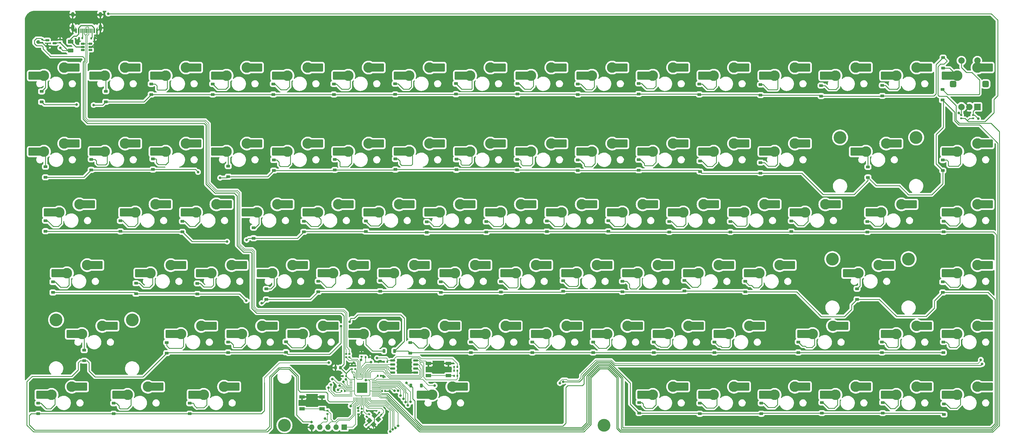
<source format=gbr>
%TF.GenerationSoftware,KiCad,Pcbnew,7.0.6*%
%TF.CreationDate,2023-09-17T10:38:13-04:00*%
%TF.ProjectId,ze-keyboard,7a652d6b-6579-4626-9f61-72642e6b6963,rev?*%
%TF.SameCoordinates,Original*%
%TF.FileFunction,Copper,L2,Bot*%
%TF.FilePolarity,Positive*%
%FSLAX46Y46*%
G04 Gerber Fmt 4.6, Leading zero omitted, Abs format (unit mm)*
G04 Created by KiCad (PCBNEW 7.0.6) date 2023-09-17 10:38:13*
%MOMM*%
%LPD*%
G01*
G04 APERTURE LIST*
G04 Aperture macros list*
%AMRoundRect*
0 Rectangle with rounded corners*
0 $1 Rounding radius*
0 $2 $3 $4 $5 $6 $7 $8 $9 X,Y pos of 4 corners*
0 Add a 4 corners polygon primitive as box body*
4,1,4,$2,$3,$4,$5,$6,$7,$8,$9,$2,$3,0*
0 Add four circle primitives for the rounded corners*
1,1,$1+$1,$2,$3*
1,1,$1+$1,$4,$5*
1,1,$1+$1,$6,$7*
1,1,$1+$1,$8,$9*
0 Add four rect primitives between the rounded corners*
20,1,$1+$1,$2,$3,$4,$5,0*
20,1,$1+$1,$4,$5,$6,$7,0*
20,1,$1+$1,$6,$7,$8,$9,0*
20,1,$1+$1,$8,$9,$2,$3,0*%
%AMRotRect*
0 Rectangle, with rotation*
0 The origin of the aperture is its center*
0 $1 length*
0 $2 width*
0 $3 Rotation angle, in degrees counterclockwise*
0 Add horizontal line*
21,1,$1,$2,0,0,$3*%
%AMFreePoly0*
4,1,29,-1.000000,0.500000,-0.988573,0.606283,-0.938839,0.739624,-0.853553,0.853553,-0.739624,0.938839,-0.606283,0.988573,-0.500000,1.000000,0.500000,1.000000,0.606283,0.988573,0.739624,0.938839,0.853553,0.853553,0.938839,0.739624,0.988573,0.606283,1.000000,0.500000,1.000000,-0.500000,0.988573,-0.606283,0.938839,-0.739624,0.853553,-0.853553,0.739624,-0.938839,0.606283,-0.988573,
0.500000,-1.000000,-0.500000,-1.000000,-0.606283,-0.988573,-0.739624,-0.938839,-0.853553,-0.853553,-0.938839,-0.739624,-0.988573,-0.606283,-1.000000,-0.500000,-1.000000,0.500000,-1.000000,0.500000,$1*%
G04 Aperture macros list end*
%TA.AperFunction,SMDPad,CuDef*%
%ADD10RoundRect,0.140000X0.140000X0.170000X-0.140000X0.170000X-0.140000X-0.170000X0.140000X-0.170000X0*%
%TD*%
%TA.AperFunction,SMDPad,CuDef*%
%ADD11RoundRect,0.225000X0.225000X0.375000X-0.225000X0.375000X-0.225000X-0.375000X0.225000X-0.375000X0*%
%TD*%
%TA.AperFunction,ComponentPad*%
%ADD12C,3.300000*%
%TD*%
%TA.AperFunction,SMDPad,CuDef*%
%ADD13R,1.650000X2.500000*%
%TD*%
%TA.AperFunction,SMDPad,CuDef*%
%ADD14RoundRect,0.250000X1.025000X1.000000X-1.025000X1.000000X-1.025000X-1.000000X1.025000X-1.000000X0*%
%TD*%
%TA.AperFunction,SMDPad,CuDef*%
%ADD15RoundRect,0.140000X-0.170000X0.140000X-0.170000X-0.140000X0.170000X-0.140000X0.170000X0.140000X0*%
%TD*%
%TA.AperFunction,SMDPad,CuDef*%
%ADD16RoundRect,0.225000X0.375000X-0.225000X0.375000X0.225000X-0.375000X0.225000X-0.375000X-0.225000X0*%
%TD*%
%TA.AperFunction,SMDPad,CuDef*%
%ADD17R,1.700000X1.000000*%
%TD*%
%TA.AperFunction,SMDPad,CuDef*%
%ADD18RoundRect,0.225000X-0.225000X-0.375000X0.225000X-0.375000X0.225000X0.375000X-0.225000X0.375000X0*%
%TD*%
%TA.AperFunction,SMDPad,CuDef*%
%ADD19RoundRect,0.140000X-0.140000X-0.170000X0.140000X-0.170000X0.140000X0.170000X-0.140000X0.170000X0*%
%TD*%
%TA.AperFunction,SMDPad,CuDef*%
%ADD20RoundRect,0.135000X-0.185000X0.135000X-0.185000X-0.135000X0.185000X-0.135000X0.185000X0.135000X0*%
%TD*%
%TA.AperFunction,ComponentPad*%
%ADD21C,4.000000*%
%TD*%
%TA.AperFunction,SMDPad,CuDef*%
%ADD22RoundRect,0.135000X-0.135000X-0.185000X0.135000X-0.185000X0.135000X0.185000X-0.135000X0.185000X0*%
%TD*%
%TA.AperFunction,SMDPad,CuDef*%
%ADD23RoundRect,0.135000X0.135000X0.185000X-0.135000X0.185000X-0.135000X-0.185000X0.135000X-0.185000X0*%
%TD*%
%TA.AperFunction,SMDPad,CuDef*%
%ADD24RoundRect,0.250000X-0.625000X0.375000X-0.625000X-0.375000X0.625000X-0.375000X0.625000X0.375000X0*%
%TD*%
%TA.AperFunction,SMDPad,CuDef*%
%ADD25RoundRect,0.135000X0.035355X-0.226274X0.226274X-0.035355X-0.035355X0.226274X-0.226274X0.035355X0*%
%TD*%
%TA.AperFunction,SMDPad,CuDef*%
%ADD26RoundRect,0.140000X-0.219203X-0.021213X-0.021213X-0.219203X0.219203X0.021213X0.021213X0.219203X0*%
%TD*%
%TA.AperFunction,SMDPad,CuDef*%
%ADD27R,0.600000X1.450000*%
%TD*%
%TA.AperFunction,SMDPad,CuDef*%
%ADD28R,0.300000X1.450000*%
%TD*%
%TA.AperFunction,ComponentPad*%
%ADD29O,1.000000X1.600000*%
%TD*%
%TA.AperFunction,ComponentPad*%
%ADD30O,1.000000X2.100000*%
%TD*%
%TA.AperFunction,SMDPad,CuDef*%
%ADD31RotRect,1.400000X1.200000X45.000000*%
%TD*%
%TA.AperFunction,SMDPad,CuDef*%
%ADD32RoundRect,0.135000X0.185000X-0.135000X0.185000X0.135000X-0.185000X0.135000X-0.185000X-0.135000X0*%
%TD*%
%TA.AperFunction,ComponentPad*%
%ADD33R,2.000000X2.000000*%
%TD*%
%TA.AperFunction,ComponentPad*%
%ADD34C,2.000000*%
%TD*%
%TA.AperFunction,ComponentPad*%
%ADD35FreePoly0,90.000000*%
%TD*%
%TA.AperFunction,SMDPad,CuDef*%
%ADD36RoundRect,0.225000X0.225000X0.250000X-0.225000X0.250000X-0.225000X-0.250000X0.225000X-0.250000X0*%
%TD*%
%TA.AperFunction,ComponentPad*%
%ADD37R,1.700000X1.700000*%
%TD*%
%TA.AperFunction,ComponentPad*%
%ADD38O,1.700000X1.700000*%
%TD*%
%TA.AperFunction,SMDPad,CuDef*%
%ADD39RoundRect,0.225000X-0.375000X0.225000X-0.375000X-0.225000X0.375000X-0.225000X0.375000X0.225000X0*%
%TD*%
%TA.AperFunction,SMDPad,CuDef*%
%ADD40RoundRect,0.140000X0.170000X-0.140000X0.170000X0.140000X-0.170000X0.140000X-0.170000X-0.140000X0*%
%TD*%
%TA.AperFunction,SMDPad,CuDef*%
%ADD41RoundRect,0.150000X0.650000X0.150000X-0.650000X0.150000X-0.650000X-0.150000X0.650000X-0.150000X0*%
%TD*%
%TA.AperFunction,SMDPad,CuDef*%
%ADD42RoundRect,0.150000X-0.512500X-0.150000X0.512500X-0.150000X0.512500X0.150000X-0.512500X0.150000X0*%
%TD*%
%TA.AperFunction,SMDPad,CuDef*%
%ADD43RoundRect,0.150000X0.475000X0.150000X-0.475000X0.150000X-0.475000X-0.150000X0.475000X-0.150000X0*%
%TD*%
%TA.AperFunction,SMDPad,CuDef*%
%ADD44RoundRect,0.140000X0.219203X0.021213X0.021213X0.219203X-0.219203X-0.021213X-0.021213X-0.219203X0*%
%TD*%
%TA.AperFunction,SMDPad,CuDef*%
%ADD45RoundRect,0.050000X0.387500X0.050000X-0.387500X0.050000X-0.387500X-0.050000X0.387500X-0.050000X0*%
%TD*%
%TA.AperFunction,SMDPad,CuDef*%
%ADD46RoundRect,0.050000X0.050000X0.387500X-0.050000X0.387500X-0.050000X-0.387500X0.050000X-0.387500X0*%
%TD*%
%TA.AperFunction,SMDPad,CuDef*%
%ADD47R,3.200000X3.200000*%
%TD*%
%TA.AperFunction,ViaPad*%
%ADD48C,0.800000*%
%TD*%
%TA.AperFunction,Conductor*%
%ADD49C,0.250000*%
%TD*%
%TA.AperFunction,Conductor*%
%ADD50C,0.200000*%
%TD*%
%TA.AperFunction,Conductor*%
%ADD51C,0.300000*%
%TD*%
G04 APERTURE END LIST*
D10*
%TO.P,C5,1*%
%TO.N,+3V3*%
X168885000Y-139325000D03*
%TO.P,C5,2*%
%TO.N,GND*%
X167925000Y-139325000D03*
%TD*%
D11*
%TO.P,D65,1,K*%
%TO.N,row4*%
X184450000Y-126800000D03*
%TO.P,D65,2,A*%
%TO.N,Net-(D65-A)*%
X181150000Y-126800000D03*
%TD*%
D12*
%TO.P,MX42,1,1*%
%TO.N,Net-(D42-A)*%
X274815000Y-83372500D03*
D13*
X272990000Y-83372500D03*
D14*
X271265000Y-83372500D03*
%TO.P,MX42,2,2*%
%TO.N,col10*%
X284715000Y-80832500D03*
D13*
X282965000Y-80832500D03*
D12*
X281165000Y-80832500D03*
%TD*%
D15*
%TO.P,C2,1*%
%TO.N,+1V1*%
X173125000Y-145620000D03*
%TO.P,C2,2*%
%TO.N,GND*%
X173125000Y-146580000D03*
%TD*%
D16*
%TO.P,D57,1,K*%
%TO.N,row3*%
X275200000Y-108000000D03*
%TO.P,D57,2,A*%
%TO.N,Net-(D57-A)*%
X275200000Y-104700000D03*
%TD*%
%TO.P,D33,1,K*%
%TO.N,row2*%
X98700000Y-89300000D03*
%TO.P,D33,2,A*%
%TO.N,Net-(D33-A)*%
X98700000Y-86000000D03*
%TD*%
D12*
%TO.P,MX20,1,1*%
%TO.N,Net-(D20-A)*%
X131940000Y-64322500D03*
D13*
X130115000Y-64322500D03*
D14*
X128390000Y-64322500D03*
%TO.P,MX20,2,2*%
%TO.N,col3*%
X141840000Y-61782500D03*
D13*
X140090000Y-61782500D03*
D12*
X138290000Y-61782500D03*
%TD*%
%TO.P,MX51,1,1*%
%TO.N,Net-(D51-A)*%
X165277500Y-102422500D03*
D13*
X163452500Y-102422500D03*
D14*
X161727500Y-102422500D03*
%TO.P,MX51,2,2*%
%TO.N,col4*%
X175177500Y-99882500D03*
D13*
X173427500Y-99882500D03*
D12*
X171627500Y-99882500D03*
%TD*%
D17*
%TO.P,SW1,1,1*%
%TO.N,GND*%
X201350000Y-130700000D03*
X195050000Y-130700000D03*
%TO.P,SW1,2,2*%
%TO.N,Net-(R6-Pad1)*%
X201350000Y-134500000D03*
X195050000Y-134500000D03*
%TD*%
D16*
%TO.P,D84,1,K*%
%TO.N,row5*%
X356400000Y-146650000D03*
%TO.P,D84,2,A*%
%TO.N,Net-(D84-A)*%
X356400000Y-143350000D03*
%TD*%
D12*
%TO.P,MX37,1,1*%
%TO.N,Net-(D37-A)*%
X179565000Y-83372500D03*
D13*
X177740000Y-83372500D03*
D14*
X176015000Y-83372500D03*
%TO.P,MX37,2,2*%
%TO.N,col5*%
X189465000Y-80832500D03*
D13*
X187715000Y-80832500D03*
D12*
X185915000Y-80832500D03*
%TD*%
D16*
%TO.P,D42,1,K*%
%TO.N,row2*%
X270450000Y-89500000D03*
%TO.P,D42,2,A*%
%TO.N,Net-(D42-A)*%
X270450000Y-86200000D03*
%TD*%
%TO.P,D73,1,K*%
%TO.N,row4*%
X337000000Y-127250000D03*
%TO.P,D73,2,A*%
%TO.N,Net-(D73-A)*%
X337000000Y-123950000D03*
%TD*%
D12*
%TO.P,MX14,1,1*%
%TO.N,Net-(D14-A)*%
X322440000Y-40510000D03*
D13*
X320615000Y-40510000D03*
D14*
X318890000Y-40510000D03*
%TO.P,MX14,2,2*%
%TO.N,col13*%
X332340000Y-37970000D03*
D13*
X330590000Y-37970000D03*
D12*
X328790000Y-37970000D03*
%TD*%
D18*
%TO.P,D78,1,K*%
%TO.N,row5*%
X189550000Y-137600000D03*
%TO.P,D78,2,A*%
%TO.N,Net-(D78-A)*%
X192850000Y-137600000D03*
%TD*%
D12*
%TO.P,MX44,1,1*%
%TO.N,Net-(D44-A)*%
X312915000Y-83372500D03*
D13*
X311090000Y-83372500D03*
D14*
X309365000Y-83372500D03*
%TO.P,MX44,2,2*%
%TO.N,col12*%
X322815000Y-80832500D03*
D13*
X321065000Y-80832500D03*
D12*
X319265000Y-80832500D03*
%TD*%
D16*
%TO.P,D56,1,K*%
%TO.N,row3*%
X255800000Y-108250000D03*
%TO.P,D56,2,A*%
%TO.N,Net-(D56-A)*%
X255800000Y-104950000D03*
%TD*%
D12*
%TO.P,MX35,1,1*%
%TO.N,Net-(D35-A)*%
X141465000Y-83372500D03*
D13*
X139640000Y-83372500D03*
D14*
X137915000Y-83372500D03*
%TO.P,MX35,2,2*%
%TO.N,col3*%
X151365000Y-80832500D03*
D13*
X149615000Y-80832500D03*
D12*
X147815000Y-80832500D03*
%TD*%
%TO.P,MX80,1,1*%
%TO.N,Net-(D80-A)*%
X284340000Y-140522500D03*
D13*
X282515000Y-140522500D03*
D14*
X280790000Y-140522500D03*
%TO.P,MX80,2,2*%
%TO.N,col10*%
X294240000Y-137982500D03*
D13*
X292490000Y-137982500D03*
D12*
X290690000Y-137982500D03*
%TD*%
D19*
%TO.P,C13,1*%
%TO.N,+1V1*%
X175460000Y-128690000D03*
%TO.P,C13,2*%
%TO.N,GND*%
X176420000Y-128690000D03*
%TD*%
D16*
%TO.P,D25,1,K*%
%TO.N,row1*%
X222850000Y-70070000D03*
%TO.P,D25,2,A*%
%TO.N,Net-(D25-A)*%
X222850000Y-66770000D03*
%TD*%
D20*
%TO.P,R11,1*%
%TO.N,rot1*%
X361800000Y-52890000D03*
%TO.P,R11,2*%
%TO.N,+5V*%
X361800000Y-53910000D03*
%TD*%
D16*
%TO.P,D24,1,K*%
%TO.N,row1*%
X203840000Y-70000000D03*
%TO.P,D24,2,A*%
%TO.N,Net-(D24-A)*%
X203840000Y-66700000D03*
%TD*%
D12*
%TO.P,MX71,1,1*%
%TO.N,Net-(D71-A)*%
X289102500Y-121472500D03*
D13*
X287277500Y-121472500D03*
D14*
X285552500Y-121472500D03*
%TO.P,MX71,2,2*%
%TO.N,col10*%
X299002500Y-118932500D03*
D13*
X297252500Y-118932500D03*
D12*
X295452500Y-118932500D03*
%TD*%
%TO.P,MX41,1,1*%
%TO.N,Net-(D41-A)*%
X255765000Y-83372500D03*
D13*
X253940000Y-83372500D03*
D14*
X252215000Y-83372500D03*
%TO.P,MX41,2,2*%
%TO.N,col9*%
X265665000Y-80832500D03*
D13*
X263915000Y-80832500D03*
D12*
X262115000Y-80832500D03*
%TD*%
D16*
%TO.P,D26,1,K*%
%TO.N,row1*%
X241830000Y-70217500D03*
%TO.P,D26,2,A*%
%TO.N,Net-(D26-A)*%
X241830000Y-66917500D03*
%TD*%
%TO.P,D11,1,K*%
%TO.N,row0*%
X260850000Y-46250000D03*
%TO.P,D11,2,A*%
%TO.N,Net-(D11-A)*%
X260850000Y-42950000D03*
%TD*%
%TO.P,D2,1,K*%
%TO.N,row0*%
X94150000Y-48700000D03*
%TO.P,D2,2,A*%
%TO.N,Net-(D2-A)*%
X94150000Y-45400000D03*
%TD*%
D12*
%TO.P,MX57,1,1*%
%TO.N,Net-(D57-A)*%
X279577500Y-102422500D03*
D13*
X277752500Y-102422500D03*
D14*
X276027500Y-102422500D03*
%TO.P,MX57,2,2*%
%TO.N,col10*%
X289477500Y-99882500D03*
D13*
X287727500Y-99882500D03*
D12*
X285927500Y-99882500D03*
%TD*%
D21*
%TO.P,S3,*%
%TO.N,*%
X347681250Y-59877500D03*
X323868750Y-59877500D03*
%TD*%
D22*
%TO.P,R5,1*%
%TO.N,Net-(R3-Pad2)*%
X203115000Y-132950000D03*
%TO.P,R5,2*%
%TO.N,Q_SEL*%
X204135000Y-132950000D03*
%TD*%
D23*
%TO.P,R3,1*%
%TO.N,+3V3*%
X204135000Y-131750000D03*
%TO.P,R3,2*%
%TO.N,Net-(R3-Pad2)*%
X203115000Y-131750000D03*
%TD*%
D16*
%TO.P,D48,1,K*%
%TO.N,row3*%
X103600000Y-108850000D03*
%TO.P,D48,2,A*%
%TO.N,Net-(D48-A)*%
X103600000Y-105550000D03*
%TD*%
D12*
%TO.P,MX76,1,1*%
%TO.N,Net-(D76-A)*%
X100983750Y-140522500D03*
D13*
X99158750Y-140522500D03*
D14*
X97433750Y-140522500D03*
%TO.P,MX76,2,2*%
%TO.N,col1*%
X110883750Y-137982500D03*
D13*
X109133750Y-137982500D03*
D12*
X107333750Y-137982500D03*
%TD*%
%TO.P,MX27,1,1*%
%TO.N,Net-(D27-A)*%
X265290000Y-64322500D03*
D13*
X263465000Y-64322500D03*
D14*
X261740000Y-64322500D03*
%TO.P,MX27,2,2*%
%TO.N,col10*%
X275190000Y-61782500D03*
D13*
X273440000Y-61782500D03*
D12*
X271640000Y-61782500D03*
%TD*%
%TO.P,MX81,1,1*%
%TO.N,Net-(D81-A)*%
X303390000Y-140522500D03*
D13*
X301565000Y-140522500D03*
D14*
X299840000Y-140522500D03*
%TO.P,MX81,2,2*%
%TO.N,col11*%
X313290000Y-137982500D03*
D13*
X311540000Y-137982500D03*
D12*
X309740000Y-137982500D03*
%TD*%
%TO.P,MX66,1,1*%
%TO.N,Net-(D66-A)*%
X193852500Y-121472500D03*
D13*
X192027500Y-121472500D03*
D14*
X190302500Y-121472500D03*
%TO.P,MX66,2,2*%
%TO.N,col5*%
X203752500Y-118932500D03*
D13*
X202002500Y-118932500D03*
D12*
X200202500Y-118932500D03*
%TD*%
%TO.P,MX4,1,1*%
%TO.N,Net-(D4-A)*%
X131940000Y-40510000D03*
D13*
X130115000Y-40510000D03*
D14*
X128390000Y-40510000D03*
%TO.P,MX4,2,2*%
%TO.N,col3*%
X141840000Y-37970000D03*
D13*
X140090000Y-37970000D03*
D12*
X138290000Y-37970000D03*
%TD*%
%TO.P,MX64,1,1*%
%TO.N,Net-(D64-A)*%
X155752500Y-121472500D03*
D13*
X153927500Y-121472500D03*
D14*
X152202500Y-121472500D03*
%TO.P,MX64,2,2*%
%TO.N,col3*%
X165652500Y-118932500D03*
D13*
X163902500Y-118932500D03*
D12*
X162102500Y-118932500D03*
%TD*%
D16*
%TO.P,D66,1,K*%
%TO.N,row4*%
X189400000Y-127450000D03*
%TO.P,D66,2,A*%
%TO.N,Net-(D66-A)*%
X189400000Y-124150000D03*
%TD*%
%TO.P,D34,1,K*%
%TO.N,row2*%
X118100000Y-89450000D03*
%TO.P,D34,2,A*%
%TO.N,Net-(D34-A)*%
X118100000Y-86150000D03*
%TD*%
D12*
%TO.P,MX45,1,1*%
%TO.N,Net-(D45-A)*%
X336727500Y-83372500D03*
D13*
X334902500Y-83372500D03*
D14*
X333177500Y-83372500D03*
%TO.P,MX45,2,2*%
%TO.N,col13*%
X346627500Y-80832500D03*
D13*
X344877500Y-80832500D03*
D12*
X343077500Y-80832500D03*
%TD*%
D17*
%TO.P,SW2,1,1*%
%TO.N,GND*%
X161824000Y-141138000D03*
X155524000Y-141138000D03*
%TO.P,SW2,2,2*%
%TO.N,RESET*%
X161824000Y-144938000D03*
X155524000Y-144938000D03*
%TD*%
D24*
%TO.P,F1,1*%
%TO.N,VBUS*%
X83125000Y-29800000D03*
%TO.P,F1,2*%
%TO.N,+5V*%
X83125000Y-32600000D03*
%TD*%
D16*
%TO.P,D8,1,K*%
%TO.N,row0*%
X203700000Y-46300000D03*
%TO.P,D8,2,A*%
%TO.N,Net-(D8-A)*%
X203700000Y-43000000D03*
%TD*%
D25*
%TO.P,R8,1*%
%TO.N,Net-(C10-Pad2)*%
X175809376Y-147315624D03*
%TO.P,R8,2*%
%TO.N,XOUT*%
X176530624Y-146594376D03*
%TD*%
D16*
%TO.P,D58,1,K*%
%TO.N,row3*%
X294200000Y-108250000D03*
%TO.P,D58,2,A*%
%TO.N,Net-(D58-A)*%
X294200000Y-104950000D03*
%TD*%
%TO.P,D7,1,K*%
%TO.N,row0*%
X184700000Y-46350000D03*
%TO.P,D7,2,A*%
%TO.N,Net-(D7-A)*%
X184700000Y-43050000D03*
%TD*%
%TO.P,D4,1,K*%
%TO.N,row0*%
X127600000Y-46400000D03*
%TO.P,D4,2,A*%
%TO.N,Net-(D4-A)*%
X127600000Y-43100000D03*
%TD*%
D12*
%TO.P,MX77,1,1*%
%TO.N,Net-(D77-A)*%
X124796250Y-140522500D03*
D13*
X122971250Y-140522500D03*
D14*
X121246250Y-140522500D03*
%TO.P,MX77,2,2*%
%TO.N,col2*%
X134696250Y-137982500D03*
D13*
X132946250Y-137982500D03*
D12*
X131146250Y-137982500D03*
%TD*%
D22*
%TO.P,R6,1*%
%TO.N,Net-(R6-Pad1)*%
X203115000Y-134550000D03*
%TO.P,R6,2*%
%TO.N,Q_SEL*%
X204135000Y-134550000D03*
%TD*%
D23*
%TO.P,R9,1*%
%TO.N,GND*%
X90585000Y-28850000D03*
%TO.P,R9,2*%
%TO.N,Net-(J2-CC2)*%
X89565000Y-28850000D03*
%TD*%
D26*
%TO.P,C12,1*%
%TO.N,GND*%
X179666246Y-146094933D03*
%TO.P,C12,2*%
%TO.N,XIN*%
X180345068Y-146773755D03*
%TD*%
D12*
%TO.P,MX22,1,1*%
%TO.N,Net-(D22-A)*%
X170040000Y-64322500D03*
D13*
X168215000Y-64322500D03*
D14*
X166490000Y-64322500D03*
%TO.P,MX22,2,2*%
%TO.N,col5*%
X179940000Y-61782500D03*
D13*
X178190000Y-61782500D03*
D12*
X176390000Y-61782500D03*
%TD*%
D16*
%TO.P,D50,1,K*%
%TO.N,row3*%
X144400000Y-110650000D03*
%TO.P,D50,2,A*%
%TO.N,Net-(D50-A)*%
X144400000Y-107350000D03*
%TD*%
D12*
%TO.P,MX46,1,1*%
%TO.N,Net-(D46-A)*%
X360540000Y-83372500D03*
D13*
X358715000Y-83372500D03*
D14*
X356990000Y-83372500D03*
%TO.P,MX46,2,2*%
%TO.N,col14*%
X370440000Y-80832500D03*
D13*
X368690000Y-80832500D03*
D12*
X366890000Y-80832500D03*
%TD*%
D16*
%TO.P,D10,1,K*%
%TO.N,row0*%
X241850000Y-46400000D03*
%TO.P,D10,2,A*%
%TO.N,Net-(D10-A)*%
X241850000Y-43100000D03*
%TD*%
%TO.P,D63,1,K*%
%TO.N,row4*%
X132400000Y-127250000D03*
%TO.P,D63,2,A*%
%TO.N,Net-(D63-A)*%
X132400000Y-123950000D03*
%TD*%
%TO.P,D61,1,K*%
%TO.N,row4*%
X87400000Y-129850000D03*
%TO.P,D61,2,A*%
%TO.N,Net-(D61-A)*%
X87400000Y-126550000D03*
%TD*%
%TO.P,D23,1,K*%
%TO.N,row1*%
X184770000Y-69920000D03*
%TO.P,D23,2,A*%
%TO.N,Net-(D23-A)*%
X184770000Y-66620000D03*
%TD*%
D12*
%TO.P,MX84,1,1*%
%TO.N,Net-(D84-A)*%
X360540000Y-140522500D03*
D13*
X358715000Y-140522500D03*
D14*
X356990000Y-140522500D03*
%TO.P,MX84,2,2*%
%TO.N,col14*%
X370440000Y-137982500D03*
D13*
X368690000Y-137982500D03*
D12*
X366890000Y-137982500D03*
%TD*%
%TO.P,MX23,1,1*%
%TO.N,Net-(D23-A)*%
X189090000Y-64322500D03*
D13*
X187265000Y-64322500D03*
D14*
X185540000Y-64322500D03*
%TO.P,MX23,2,2*%
%TO.N,col6*%
X198990000Y-61782500D03*
D13*
X197240000Y-61782500D03*
D12*
X195440000Y-61782500D03*
%TD*%
%TO.P,MX79,1,1*%
%TO.N,Net-(D79-A)*%
X265290000Y-140522500D03*
D13*
X263465000Y-140522500D03*
D14*
X261740000Y-140522500D03*
%TO.P,MX79,2,2*%
%TO.N,col9*%
X275190000Y-137982500D03*
D13*
X273440000Y-137982500D03*
D12*
X271640000Y-137982500D03*
%TD*%
D20*
%TO.P,R12,1*%
%TO.N,rot0*%
X365506000Y-52830000D03*
%TO.P,R12,2*%
%TO.N,+5V*%
X365506000Y-53850000D03*
%TD*%
D12*
%TO.P,MX70,1,1*%
%TO.N,Net-(D70-A)*%
X270052500Y-121472500D03*
D13*
X268227500Y-121472500D03*
D14*
X266502500Y-121472500D03*
%TO.P,MX70,2,2*%
%TO.N,col9*%
X279952500Y-118932500D03*
D13*
X278202500Y-118932500D03*
D12*
X276402500Y-118932500D03*
%TD*%
D16*
%TO.P,D27,1,K*%
%TO.N,row1*%
X260900000Y-70150000D03*
%TO.P,D27,2,A*%
%TO.N,Net-(D27-A)*%
X260900000Y-66850000D03*
%TD*%
D12*
%TO.P,MX17,1,1*%
%TO.N,Net-(D17-A)*%
X74790000Y-64322500D03*
D13*
X72965000Y-64322500D03*
D14*
X71240000Y-64322500D03*
%TO.P,MX17,2,2*%
%TO.N,col0*%
X84690000Y-61782500D03*
D13*
X82940000Y-61782500D03*
D12*
X81140000Y-61782500D03*
%TD*%
%TO.P,MX21,1,1*%
%TO.N,Net-(D21-A)*%
X150990000Y-64322500D03*
D13*
X149165000Y-64322500D03*
D14*
X147440000Y-64322500D03*
%TO.P,MX21,2,2*%
%TO.N,col4*%
X160890000Y-61782500D03*
D13*
X159140000Y-61782500D03*
D12*
X157340000Y-61782500D03*
%TD*%
D19*
%TO.P,C7,1*%
%TO.N,+3V3*%
X179200000Y-134530000D03*
%TO.P,C7,2*%
%TO.N,GND*%
X180160000Y-134530000D03*
%TD*%
D12*
%TO.P,MX54,1,1*%
%TO.N,Net-(D54-A)*%
X222427500Y-102422500D03*
D13*
X220602500Y-102422500D03*
D14*
X218877500Y-102422500D03*
%TO.P,MX54,2,2*%
%TO.N,col7*%
X232327500Y-99882500D03*
D13*
X230577500Y-99882500D03*
D12*
X228777500Y-99882500D03*
%TD*%
D27*
%TO.P,J2,A1,GND*%
%TO.N,GND*%
X84850000Y-26435000D03*
%TO.P,J2,A4,VBUS*%
%TO.N,VBUS*%
X85650000Y-26435000D03*
D28*
%TO.P,J2,A5,CC1*%
%TO.N,Net-(J2-CC1)*%
X86850000Y-26435000D03*
%TO.P,J2,A6,D+*%
%TO.N,D+*%
X87850000Y-26435000D03*
%TO.P,J2,A7,D-*%
%TO.N,D-*%
X88350000Y-26435000D03*
%TO.P,J2,A8,SBU1*%
%TO.N,unconnected-(J2-SBU1-PadA8)*%
X89350000Y-26435000D03*
D27*
%TO.P,J2,A9,VBUS*%
%TO.N,VBUS*%
X90550000Y-26435000D03*
%TO.P,J2,A12,GND*%
%TO.N,GND*%
X91350000Y-26435000D03*
%TO.P,J2,B1,GND*%
X91350000Y-26435000D03*
%TO.P,J2,B4,VBUS*%
%TO.N,VBUS*%
X90550000Y-26435000D03*
D28*
%TO.P,J2,B5,CC2*%
%TO.N,Net-(J2-CC2)*%
X89850000Y-26435000D03*
%TO.P,J2,B6,D+*%
%TO.N,D+*%
X88850000Y-26435000D03*
%TO.P,J2,B7,D-*%
%TO.N,D-*%
X87350000Y-26435000D03*
%TO.P,J2,B8,SBU2*%
%TO.N,unconnected-(J2-SBU2-PadB8)*%
X86350000Y-26435000D03*
D27*
%TO.P,J2,B9,VBUS*%
%TO.N,VBUS*%
X85650000Y-26435000D03*
%TO.P,J2,B12,GND*%
%TO.N,GND*%
X84850000Y-26435000D03*
D29*
%TO.P,J2,S1,SHIELD*%
X83780000Y-21340000D03*
D30*
X83780000Y-25520000D03*
D29*
X92420000Y-21340000D03*
D30*
X92420000Y-25520000D03*
%TD*%
D31*
%TO.P,Y1,1,1*%
%TO.N,Net-(C10-Pad2)*%
X176651142Y-148586777D03*
%TO.P,Y1,2,2*%
%TO.N,GND*%
X178206777Y-147031142D03*
%TO.P,Y1,3,3*%
%TO.N,XIN*%
X179408858Y-148233223D03*
%TO.P,Y1,4,4*%
%TO.N,GND*%
X177853223Y-149788858D03*
%TD*%
D12*
%TO.P,MX39,1,1*%
%TO.N,Net-(D39-A)*%
X217665000Y-83372500D03*
D13*
X215840000Y-83372500D03*
D14*
X214115000Y-83372500D03*
%TO.P,MX39,2,2*%
%TO.N,col7*%
X227565000Y-80832500D03*
D13*
X225815000Y-80832500D03*
D12*
X224015000Y-80832500D03*
%TD*%
%TO.P,MX6,1,1*%
%TO.N,Net-(D6-A)*%
X170040000Y-40510000D03*
D13*
X168215000Y-40510000D03*
D14*
X166490000Y-40510000D03*
%TO.P,MX6,2,2*%
%TO.N,col5*%
X179940000Y-37970000D03*
D13*
X178190000Y-37970000D03*
D12*
X176390000Y-37970000D03*
%TD*%
%TO.P,MX47,1,1*%
%TO.N,Net-(D47-A)*%
X81990000Y-102422500D03*
D13*
X80165000Y-102422500D03*
D14*
X78440000Y-102422500D03*
%TO.P,MX47,2,2*%
%TO.N,col0*%
X91890000Y-99882500D03*
D13*
X90140000Y-99882500D03*
D12*
X88340000Y-99882500D03*
%TD*%
D16*
%TO.P,D37,1,K*%
%TO.N,row2*%
X175500000Y-89350000D03*
%TO.P,D37,2,A*%
%TO.N,Net-(D37-A)*%
X175500000Y-86050000D03*
%TD*%
D32*
%TO.P,R4,1*%
%TO.N,+3V3*%
X163525000Y-146510000D03*
%TO.P,R4,2*%
%TO.N,RESET*%
X163525000Y-145490000D03*
%TD*%
D12*
%TO.P,MX68,1,1*%
%TO.N,Net-(D68-A)*%
X231952500Y-121472500D03*
D13*
X230127500Y-121472500D03*
D14*
X228402500Y-121472500D03*
%TO.P,MX68,2,2*%
%TO.N,col7*%
X241852500Y-118932500D03*
D13*
X240102500Y-118932500D03*
D12*
X238302500Y-118932500D03*
%TD*%
%TO.P,MX83,1,1*%
%TO.N,Net-(D83-A)*%
X341490000Y-140522500D03*
D13*
X339665000Y-140522500D03*
D14*
X337940000Y-140522500D03*
%TO.P,MX83,2,2*%
%TO.N,col13*%
X351390000Y-137982500D03*
D13*
X349640000Y-137982500D03*
D12*
X347840000Y-137982500D03*
%TD*%
D16*
%TO.P,D14,1,K*%
%TO.N,row0*%
X317950000Y-46900000D03*
%TO.P,D14,2,A*%
%TO.N,Net-(D14-A)*%
X317950000Y-43600000D03*
%TD*%
D12*
%TO.P,MX5,1,1*%
%TO.N,Net-(D5-A)*%
X150990000Y-40510000D03*
D13*
X149165000Y-40510000D03*
D14*
X147440000Y-40510000D03*
%TO.P,MX5,2,2*%
%TO.N,col4*%
X160890000Y-37970000D03*
D13*
X159140000Y-37970000D03*
D12*
X157340000Y-37970000D03*
%TD*%
D33*
%TO.P,SW3,A,A*%
%TO.N,rot0*%
X366850000Y-50300000D03*
D34*
%TO.P,SW3,B,B*%
%TO.N,rot1*%
X361850000Y-50300000D03*
%TO.P,SW3,C,C*%
%TO.N,GND*%
X364350000Y-50300000D03*
D35*
%TO.P,SW3,MP*%
%TO.N,N/C*%
X369430000Y-43120000D03*
X359250000Y-43110000D03*
D34*
%TO.P,SW3,S1,S1*%
%TO.N,Net-(D85-A)*%
X361850000Y-35800000D03*
%TO.P,SW3,S2,S2*%
%TO.N,col15*%
X366850000Y-35800000D03*
%TD*%
D12*
%TO.P,MX19,1,1*%
%TO.N,Net-(D19-A)*%
X112890000Y-64322500D03*
D13*
X111065000Y-64322500D03*
D14*
X109340000Y-64322500D03*
%TO.P,MX19,2,2*%
%TO.N,col2*%
X122790000Y-61782500D03*
D13*
X121040000Y-61782500D03*
D12*
X119240000Y-61782500D03*
%TD*%
D16*
%TO.P,D19,1,K*%
%TO.N,row1*%
X108870000Y-69920000D03*
%TO.P,D19,2,A*%
%TO.N,Net-(D19-A)*%
X108870000Y-66620000D03*
%TD*%
D12*
%TO.P,MX82,1,1*%
%TO.N,Net-(D82-A)*%
X322440000Y-140522500D03*
D13*
X320615000Y-140522500D03*
D14*
X318890000Y-140522500D03*
%TO.P,MX82,2,2*%
%TO.N,col12*%
X332340000Y-137982500D03*
D13*
X330590000Y-137982500D03*
D12*
X328790000Y-137982500D03*
%TD*%
D16*
%TO.P,D72,1,K*%
%TO.N,row4*%
X310800000Y-127250000D03*
%TO.P,D72,2,A*%
%TO.N,Net-(D72-A)*%
X310800000Y-123950000D03*
%TD*%
D36*
%TO.P,C3,1*%
%TO.N,+3V3*%
X167565000Y-132010000D03*
%TO.P,C3,2*%
%TO.N,GND*%
X166015000Y-132010000D03*
%TD*%
D21*
%TO.P,S2,*%
%TO.N,*%
X345300000Y-97977500D03*
X321487500Y-97977500D03*
%TD*%
D16*
%TO.P,D81,1,K*%
%TO.N,row5*%
X299200000Y-146450000D03*
%TO.P,D81,2,A*%
%TO.N,Net-(D81-A)*%
X299200000Y-143150000D03*
%TD*%
D12*
%TO.P,MX12,1,1*%
%TO.N,Net-(D12-A)*%
X284340000Y-40510000D03*
D13*
X282515000Y-40510000D03*
D14*
X280790000Y-40510000D03*
%TO.P,MX12,2,2*%
%TO.N,col11*%
X294240000Y-37970000D03*
D13*
X292490000Y-37970000D03*
D12*
X290690000Y-37970000D03*
%TD*%
%TO.P,MX8,1,1*%
%TO.N,Net-(D8-A)*%
X208140000Y-40510000D03*
D13*
X206315000Y-40510000D03*
D14*
X204590000Y-40510000D03*
%TO.P,MX8,2,2*%
%TO.N,col7*%
X218040000Y-37970000D03*
D13*
X216290000Y-37970000D03*
D12*
X214490000Y-37970000D03*
%TD*%
%TO.P,MX50,1,1*%
%TO.N,Net-(D50-A)*%
X146227500Y-102422500D03*
D13*
X144402500Y-102422500D03*
D14*
X142677500Y-102422500D03*
%TO.P,MX50,2,2*%
%TO.N,col3*%
X156127500Y-99882500D03*
D13*
X154377500Y-99882500D03*
D12*
X152577500Y-99882500D03*
%TD*%
D37*
%TO.P,J1,1,Pin_1*%
%TO.N,SWCLK*%
X168775000Y-150700000D03*
D38*
%TO.P,J1,2,Pin_2*%
%TO.N,SWD*%
X166235000Y-150700000D03*
%TO.P,J1,3,Pin_3*%
%TO.N,RESET*%
X163695000Y-150700000D03*
%TO.P,J1,4,Pin_4*%
%TO.N,+3V3*%
X161155000Y-150700000D03*
%TO.P,J1,5,Pin_5*%
%TO.N,GND*%
X158615000Y-150700000D03*
%TD*%
D16*
%TO.P,D38,1,K*%
%TO.N,row2*%
X194600000Y-89650000D03*
%TO.P,D38,2,A*%
%TO.N,Net-(D38-A)*%
X194600000Y-86350000D03*
%TD*%
D21*
%TO.P,S4,*%
%TO.N,*%
X150037500Y-150047500D03*
X250050000Y-150047500D03*
%TD*%
D16*
%TO.P,D39,1,K*%
%TO.N,row2*%
X213200000Y-89550000D03*
%TO.P,D39,2,A*%
%TO.N,Net-(D39-A)*%
X213200000Y-86250000D03*
%TD*%
%TO.P,D28,1,K*%
%TO.N,row1*%
X280050000Y-70550000D03*
%TO.P,D28,2,A*%
%TO.N,Net-(D28-A)*%
X280050000Y-67250000D03*
%TD*%
D12*
%TO.P,MX52,1,1*%
%TO.N,Net-(D52-A)*%
X184327500Y-102422500D03*
D13*
X182502500Y-102422500D03*
D14*
X180777500Y-102422500D03*
%TO.P,MX52,2,2*%
%TO.N,col5*%
X194227500Y-99882500D03*
D13*
X192477500Y-99882500D03*
D12*
X190677500Y-99882500D03*
%TD*%
%TO.P,MX34,1,1*%
%TO.N,Net-(D34-A)*%
X122415000Y-83372500D03*
D13*
X120590000Y-83372500D03*
D14*
X118865000Y-83372500D03*
%TO.P,MX34,2,2*%
%TO.N,col2*%
X132315000Y-80832500D03*
D13*
X130565000Y-80832500D03*
D12*
X128765000Y-80832500D03*
%TD*%
D16*
%TO.P,D77,1,K*%
%TO.N,row5*%
X120400000Y-146450000D03*
%TO.P,D77,2,A*%
%TO.N,Net-(D77-A)*%
X120400000Y-143150000D03*
%TD*%
D12*
%TO.P,MX62,1,1*%
%TO.N,Net-(D62-A)*%
X117652500Y-121472500D03*
D13*
X115827500Y-121472500D03*
D14*
X114102500Y-121472500D03*
%TO.P,MX62,2,2*%
%TO.N,col1*%
X127552500Y-118932500D03*
D13*
X125802500Y-118932500D03*
D12*
X124002500Y-118932500D03*
%TD*%
D16*
%TO.P,D52,1,K*%
%TO.N,row3*%
X180000000Y-108050000D03*
%TO.P,D52,2,A*%
%TO.N,Net-(D52-A)*%
X180000000Y-104750000D03*
%TD*%
%TO.P,D36,1,K*%
%TO.N,row2*%
X156100000Y-89450000D03*
%TO.P,D36,2,A*%
%TO.N,Net-(D36-A)*%
X156100000Y-86150000D03*
%TD*%
D12*
%TO.P,MX53,1,1*%
%TO.N,Net-(D53-A)*%
X203377500Y-102422500D03*
D13*
X201552500Y-102422500D03*
D14*
X199827500Y-102422500D03*
%TO.P,MX53,2,2*%
%TO.N,col6*%
X213277500Y-99882500D03*
D13*
X211527500Y-99882500D03*
D12*
X209727500Y-99882500D03*
%TD*%
D16*
%TO.P,D59,1,K*%
%TO.N,row3*%
X329200000Y-110600000D03*
%TO.P,D59,2,A*%
%TO.N,Net-(D59-A)*%
X329200000Y-107300000D03*
%TD*%
D12*
%TO.P,MX69,1,1*%
%TO.N,Net-(D69-A)*%
X251002500Y-121472500D03*
D13*
X249177500Y-121472500D03*
D14*
X247452500Y-121472500D03*
%TO.P,MX69,2,2*%
%TO.N,col8*%
X260902500Y-118932500D03*
D13*
X259152500Y-118932500D03*
D12*
X257352500Y-118932500D03*
%TD*%
%TO.P,MX49,1,1*%
%TO.N,Net-(D49-A)*%
X127177500Y-102422500D03*
D13*
X125352500Y-102422500D03*
D14*
X123627500Y-102422500D03*
%TO.P,MX49,2,2*%
%TO.N,col2*%
X137077500Y-99882500D03*
D13*
X135327500Y-99882500D03*
D12*
X133527500Y-99882500D03*
%TD*%
D16*
%TO.P,D75,1,K*%
%TO.N,row5*%
X73000000Y-146450000D03*
%TO.P,D75,2,A*%
%TO.N,Net-(D75-A)*%
X73000000Y-143150000D03*
%TD*%
D39*
%TO.P,D16,1,K*%
%TO.N,row0*%
X356100000Y-34850000D03*
%TO.P,D16,2,A*%
%TO.N,Net-(D16-A)*%
X356100000Y-38150000D03*
%TD*%
D12*
%TO.P,MX1,1,1*%
%TO.N,Net-(D1-A)*%
X74790000Y-40510000D03*
D13*
X72965000Y-40510000D03*
D14*
X71240000Y-40510000D03*
%TO.P,MX1,2,2*%
%TO.N,col0*%
X84690000Y-37970000D03*
D13*
X82940000Y-37970000D03*
D12*
X81140000Y-37970000D03*
%TD*%
D16*
%TO.P,D53,1,K*%
%TO.N,row3*%
X199000000Y-108450000D03*
%TO.P,D53,2,A*%
%TO.N,Net-(D53-A)*%
X199000000Y-105150000D03*
%TD*%
%TO.P,D18,1,K*%
%TO.N,row1*%
X89590000Y-70027500D03*
%TO.P,D18,2,A*%
%TO.N,Net-(D18-A)*%
X89590000Y-66727500D03*
%TD*%
%TO.P,D55,1,K*%
%TO.N,row3*%
X237200000Y-108050000D03*
%TO.P,D55,2,A*%
%TO.N,Net-(D55-A)*%
X237200000Y-104750000D03*
%TD*%
%TO.P,D79,1,K*%
%TO.N,row5*%
X261000000Y-146250000D03*
%TO.P,D79,2,A*%
%TO.N,Net-(D79-A)*%
X261000000Y-142950000D03*
%TD*%
D12*
%TO.P,MX74,1,1*%
%TO.N,Net-(D74-A)*%
X360540000Y-121472500D03*
D13*
X358715000Y-121472500D03*
D14*
X356990000Y-121472500D03*
%TO.P,MX74,2,2*%
%TO.N,col14*%
X370440000Y-118932500D03*
D13*
X368690000Y-118932500D03*
D12*
X366890000Y-118932500D03*
%TD*%
%TO.P,MX72,1,1*%
%TO.N,Net-(D72-A)*%
X315296250Y-121472500D03*
D13*
X313471250Y-121472500D03*
D14*
X311746250Y-121472500D03*
%TO.P,MX72,2,2*%
%TO.N,col12*%
X325196250Y-118932500D03*
D13*
X323446250Y-118932500D03*
D12*
X321646250Y-118932500D03*
%TD*%
D16*
%TO.P,D1,1,K*%
%TO.N,row0*%
X74050000Y-48750000D03*
%TO.P,D1,2,A*%
%TO.N,Net-(D1-A)*%
X74050000Y-45450000D03*
%TD*%
%TO.P,D9,1,K*%
%TO.N,row0*%
X222950000Y-46300000D03*
%TO.P,D9,2,A*%
%TO.N,Net-(D9-A)*%
X222950000Y-43000000D03*
%TD*%
%TO.P,D44,1,K*%
%TO.N,row2*%
X308600000Y-89350000D03*
%TO.P,D44,2,A*%
%TO.N,Net-(D44-A)*%
X308600000Y-86050000D03*
%TD*%
%TO.P,D80,1,K*%
%TO.N,row5*%
X280000000Y-146450000D03*
%TO.P,D80,2,A*%
%TO.N,Net-(D80-A)*%
X280000000Y-143150000D03*
%TD*%
%TO.P,D51,1,K*%
%TO.N,row3*%
X160600000Y-108250000D03*
%TO.P,D51,2,A*%
%TO.N,Net-(D51-A)*%
X160600000Y-104950000D03*
%TD*%
D12*
%TO.P,MX15,1,1*%
%TO.N,Net-(D15-A)*%
X341490000Y-40510000D03*
D13*
X339665000Y-40510000D03*
D14*
X337940000Y-40510000D03*
%TO.P,MX15,2,2*%
%TO.N,col14*%
X351390000Y-37970000D03*
D13*
X349640000Y-37970000D03*
D12*
X347840000Y-37970000D03*
%TD*%
%TO.P,MX67,1,1*%
%TO.N,Net-(D67-A)*%
X212902500Y-121472500D03*
D13*
X211077500Y-121472500D03*
D14*
X209352500Y-121472500D03*
%TO.P,MX67,2,2*%
%TO.N,col6*%
X222802500Y-118932500D03*
D13*
X221052500Y-118932500D03*
D12*
X219252500Y-118932500D03*
%TD*%
D16*
%TO.P,D85,1,K*%
%TO.N,row1*%
X355900000Y-48150000D03*
%TO.P,D85,2,A*%
%TO.N,Net-(D85-A)*%
X355900000Y-44850000D03*
%TD*%
D12*
%TO.P,MX63,1,1*%
%TO.N,Net-(D63-A)*%
X136702500Y-121472500D03*
D13*
X134877500Y-121472500D03*
D14*
X133152500Y-121472500D03*
%TO.P,MX63,2,2*%
%TO.N,col2*%
X146602500Y-118932500D03*
D13*
X144852500Y-118932500D03*
D12*
X143052500Y-118932500D03*
%TD*%
%TO.P,MX30,1,1*%
%TO.N,Net-(D30-A)*%
X331965000Y-64322500D03*
D13*
X330140000Y-64322500D03*
D14*
X328415000Y-64322500D03*
%TO.P,MX30,2,2*%
%TO.N,col13*%
X341865000Y-61782500D03*
D13*
X340115000Y-61782500D03*
D12*
X338315000Y-61782500D03*
%TD*%
D16*
%TO.P,D20,1,K*%
%TO.N,row1*%
X132460000Y-72150000D03*
%TO.P,D20,2,A*%
%TO.N,Net-(D20-A)*%
X132460000Y-68850000D03*
%TD*%
%TO.P,D64,1,K*%
%TO.N,row4*%
X150510000Y-127170000D03*
%TO.P,D64,2,A*%
%TO.N,Net-(D64-A)*%
X150510000Y-123870000D03*
%TD*%
%TO.P,D35,1,K*%
%TO.N,row2*%
X140400000Y-91450000D03*
%TO.P,D35,2,A*%
%TO.N,Net-(D35-A)*%
X140400000Y-88150000D03*
%TD*%
D12*
%TO.P,MX31,1,1*%
%TO.N,Net-(D31-A)*%
X360540000Y-64322500D03*
D13*
X358715000Y-64322500D03*
D14*
X356990000Y-64322500D03*
%TO.P,MX31,2,2*%
%TO.N,col14*%
X370440000Y-61782500D03*
D13*
X368690000Y-61782500D03*
D12*
X366890000Y-61782500D03*
%TD*%
%TO.P,MX43,1,1*%
%TO.N,Net-(D43-A)*%
X293865000Y-83372500D03*
D13*
X292040000Y-83372500D03*
D14*
X290315000Y-83372500D03*
%TO.P,MX43,2,2*%
%TO.N,col11*%
X303765000Y-80832500D03*
D13*
X302015000Y-80832500D03*
D12*
X300215000Y-80832500D03*
%TD*%
D15*
%TO.P,C15,1*%
%TO.N,+3V3*%
X174205000Y-144870000D03*
%TO.P,C15,2*%
%TO.N,GND*%
X174205000Y-145830000D03*
%TD*%
D16*
%TO.P,D3,1,K*%
%TO.N,row0*%
X108350000Y-46400000D03*
%TO.P,D3,2,A*%
%TO.N,Net-(D3-A)*%
X108350000Y-43100000D03*
%TD*%
%TO.P,D43,1,K*%
%TO.N,row2*%
X289550000Y-89500000D03*
%TO.P,D43,2,A*%
%TO.N,Net-(D43-A)*%
X289550000Y-86200000D03*
%TD*%
D40*
%TO.P,C16,1*%
%TO.N,+3V3*%
X174150000Y-128580000D03*
%TO.P,C16,2*%
%TO.N,GND*%
X174150000Y-127620000D03*
%TD*%
D12*
%TO.P,MX36,1,1*%
%TO.N,Net-(D36-A)*%
X160515000Y-83372500D03*
D13*
X158690000Y-83372500D03*
D14*
X156965000Y-83372500D03*
%TO.P,MX36,2,2*%
%TO.N,col4*%
X170415000Y-80832500D03*
D13*
X168665000Y-80832500D03*
D12*
X166865000Y-80832500D03*
%TD*%
D10*
%TO.P,C4,1*%
%TO.N,+3V3*%
X169310000Y-134625000D03*
%TO.P,C4,2*%
%TO.N,GND*%
X168350000Y-134625000D03*
%TD*%
D32*
%TO.P,R2,1*%
%TO.N,Net-(U2-USB_DM)*%
X169327000Y-128753000D03*
%TO.P,R2,2*%
%TO.N,D-*%
X169327000Y-127733000D03*
%TD*%
D41*
%TO.P,U3,1,~{CS}*%
%TO.N,Q_SEL*%
X191130000Y-129755000D03*
%TO.P,U3,2,DO(IO1)*%
%TO.N,Q_IO1*%
X191130000Y-131025000D03*
%TO.P,U3,3,IO2*%
%TO.N,Q_IO2*%
X191130000Y-132295000D03*
%TO.P,U3,4,GND*%
%TO.N,GND*%
X191130000Y-133565000D03*
%TO.P,U3,5,DI(IO0)*%
%TO.N,Q_IO0*%
X183930000Y-133565000D03*
%TO.P,U3,6,CLK*%
%TO.N,Q_CLK*%
X183930000Y-132295000D03*
%TO.P,U3,7,IO3*%
%TO.N,Q_IO3*%
X183930000Y-131025000D03*
%TO.P,U3,8,VCC*%
%TO.N,+3V3*%
X183930000Y-129755000D03*
%TD*%
D16*
%TO.P,D21,1,K*%
%TO.N,row1*%
X146690000Y-70237500D03*
%TO.P,D21,2,A*%
%TO.N,Net-(D21-A)*%
X146690000Y-66937500D03*
%TD*%
D12*
%TO.P,MX38,1,1*%
%TO.N,Net-(D38-A)*%
X198615000Y-83372500D03*
D13*
X196790000Y-83372500D03*
D14*
X195065000Y-83372500D03*
%TO.P,MX38,2,2*%
%TO.N,col6*%
X208515000Y-80832500D03*
D13*
X206765000Y-80832500D03*
D12*
X204965000Y-80832500D03*
%TD*%
%TO.P,MX11,1,1*%
%TO.N,Net-(D11-A)*%
X265290000Y-40510000D03*
D13*
X263465000Y-40510000D03*
D14*
X261740000Y-40510000D03*
%TO.P,MX11,2,2*%
%TO.N,col10*%
X275190000Y-37970000D03*
D13*
X273440000Y-37970000D03*
D12*
X271640000Y-37970000D03*
%TD*%
%TO.P,MX75,1,1*%
%TO.N,Net-(D75-A)*%
X77171250Y-140522500D03*
D13*
X75346250Y-140522500D03*
D14*
X73621250Y-140522500D03*
%TO.P,MX75,2,2*%
%TO.N,col0*%
X87071250Y-137982500D03*
D13*
X85321250Y-137982500D03*
D12*
X83521250Y-137982500D03*
%TD*%
%TO.P,MX78,1,1*%
%TO.N,Net-(D78-A)*%
X196233750Y-140522500D03*
D13*
X194408750Y-140522500D03*
D14*
X192683750Y-140522500D03*
%TO.P,MX78,2,2*%
%TO.N,col6*%
X206133750Y-137982500D03*
D13*
X204383750Y-137982500D03*
D12*
X202583750Y-137982500D03*
%TD*%
D16*
%TO.P,D47,1,K*%
%TO.N,row3*%
X77600000Y-108450000D03*
%TO.P,D47,2,A*%
%TO.N,Net-(D47-A)*%
X77600000Y-105150000D03*
%TD*%
D12*
%TO.P,MX2,1,1*%
%TO.N,Net-(D2-A)*%
X93840000Y-40510000D03*
D13*
X92015000Y-40510000D03*
D14*
X90290000Y-40510000D03*
%TO.P,MX2,2,2*%
%TO.N,col1*%
X103740000Y-37970000D03*
D13*
X101990000Y-37970000D03*
D12*
X100190000Y-37970000D03*
%TD*%
%TO.P,MX24,1,1*%
%TO.N,Net-(D24-A)*%
X208140000Y-64322500D03*
D13*
X206315000Y-64322500D03*
D14*
X204590000Y-64322500D03*
%TO.P,MX24,2,2*%
%TO.N,col7*%
X218040000Y-61782500D03*
D13*
X216290000Y-61782500D03*
D12*
X214490000Y-61782500D03*
%TD*%
D16*
%TO.P,D22,1,K*%
%TO.N,row1*%
X165770000Y-70050000D03*
%TO.P,D22,2,A*%
%TO.N,Net-(D22-A)*%
X165770000Y-66750000D03*
%TD*%
%TO.P,D30,1,K*%
%TO.N,row1*%
X332600000Y-72400000D03*
%TO.P,D30,2,A*%
%TO.N,Net-(D30-A)*%
X332600000Y-69100000D03*
%TD*%
D12*
%TO.P,MX33,1,1*%
%TO.N,Net-(D33-A)*%
X103365000Y-83372500D03*
D13*
X101540000Y-83372500D03*
D14*
X99815000Y-83372500D03*
%TO.P,MX33,2,2*%
%TO.N,col1*%
X113265000Y-80832500D03*
D13*
X111515000Y-80832500D03*
D12*
X109715000Y-80832500D03*
%TD*%
D16*
%TO.P,D40,1,K*%
%TO.N,row2*%
X232150000Y-89350000D03*
%TO.P,D40,2,A*%
%TO.N,Net-(D40-A)*%
X232150000Y-86050000D03*
%TD*%
D42*
%TO.P,U1,1,GND*%
%TO.N,GND*%
X75842500Y-31300000D03*
%TO.P,U1,2,VO*%
%TO.N,+3V3*%
X75842500Y-29400000D03*
%TO.P,U1,3,VI*%
%TO.N,+5V*%
X78117500Y-30350000D03*
%TD*%
D12*
%TO.P,MX16,1,1*%
%TO.N,Net-(D16-A)*%
X360540000Y-40510000D03*
D13*
X358715000Y-40510000D03*
D14*
X356990000Y-40510000D03*
%TO.P,MX16,2,2*%
%TO.N,col15*%
X370440000Y-37970000D03*
D13*
X368690000Y-37970000D03*
D12*
X366890000Y-37970000D03*
%TD*%
D16*
%TO.P,D70,1,K*%
%TO.N,row4*%
X265600000Y-127250000D03*
%TO.P,D70,2,A*%
%TO.N,Net-(D70-A)*%
X265600000Y-123950000D03*
%TD*%
D12*
%TO.P,MX3,1,1*%
%TO.N,Net-(D3-A)*%
X112890000Y-40510000D03*
D13*
X111065000Y-40510000D03*
D14*
X109340000Y-40510000D03*
%TO.P,MX3,2,2*%
%TO.N,col2*%
X122790000Y-37970000D03*
D13*
X121040000Y-37970000D03*
D12*
X119240000Y-37970000D03*
%TD*%
%TO.P,MX58,1,1*%
%TO.N,Net-(D58-A)*%
X298627500Y-102422500D03*
D13*
X296802500Y-102422500D03*
D14*
X295077500Y-102422500D03*
%TO.P,MX58,2,2*%
%TO.N,col11*%
X308527500Y-99882500D03*
D13*
X306777500Y-99882500D03*
D12*
X304977500Y-99882500D03*
%TD*%
D16*
%TO.P,D60,1,K*%
%TO.N,row3*%
X356000000Y-108450000D03*
%TO.P,D60,2,A*%
%TO.N,Net-(D60-A)*%
X356000000Y-105150000D03*
%TD*%
D43*
%TO.P,U4,1,IO1*%
%TO.N,D+*%
X89307500Y-30550000D03*
%TO.P,U4,2,VN*%
%TO.N,GND*%
X89307500Y-31500000D03*
%TO.P,U4,3,IO2*%
%TO.N,unconnected-(U4-IO2-Pad3)*%
X89307500Y-32450000D03*
%TO.P,U4,4,IO3*%
%TO.N,unconnected-(U4-IO3-Pad4)*%
X86957500Y-32450000D03*
%TO.P,U4,5,VP*%
%TO.N,VBUS*%
X86957500Y-31500000D03*
%TO.P,U4,6,IO4*%
%TO.N,D-*%
X86957500Y-30550000D03*
%TD*%
D16*
%TO.P,D46,1,K*%
%TO.N,row2*%
X356250000Y-89450000D03*
%TO.P,D46,2,A*%
%TO.N,Net-(D46-A)*%
X356250000Y-86150000D03*
%TD*%
D15*
%TO.P,C8,1*%
%TO.N,GND*%
X79880000Y-29220000D03*
%TO.P,C8,2*%
%TO.N,+5V*%
X79880000Y-30180000D03*
%TD*%
D12*
%TO.P,MX56,1,1*%
%TO.N,Net-(D56-A)*%
X260527500Y-102422500D03*
D13*
X258702500Y-102422500D03*
D14*
X256977500Y-102422500D03*
%TO.P,MX56,2,2*%
%TO.N,col9*%
X270427500Y-99882500D03*
D13*
X268677500Y-99882500D03*
D12*
X266877500Y-99882500D03*
%TD*%
D16*
%TO.P,D82,1,K*%
%TO.N,row5*%
X318200000Y-146250000D03*
%TO.P,D82,2,A*%
%TO.N,Net-(D82-A)*%
X318200000Y-142950000D03*
%TD*%
D40*
%TO.P,C14,1*%
%TO.N,+3V3*%
X171080000Y-132430000D03*
%TO.P,C14,2*%
%TO.N,GND*%
X171080000Y-131470000D03*
%TD*%
D21*
%TO.P,S1,*%
%TO.N,*%
X102412500Y-117027500D03*
X78600000Y-117027500D03*
%TD*%
D12*
%TO.P,MX48,1,1*%
%TO.N,Net-(D48-A)*%
X108127500Y-102422500D03*
D13*
X106302500Y-102422500D03*
D14*
X104577500Y-102422500D03*
%TO.P,MX48,2,2*%
%TO.N,col1*%
X118027500Y-99882500D03*
D13*
X116277500Y-99882500D03*
D12*
X114477500Y-99882500D03*
%TD*%
D16*
%TO.P,D31,1,K*%
%TO.N,row1*%
X356000000Y-70250000D03*
%TO.P,D31,2,A*%
%TO.N,Net-(D31-A)*%
X356000000Y-66950000D03*
%TD*%
%TO.P,D12,1,K*%
%TO.N,row0*%
X279850000Y-46400000D03*
%TO.P,D12,2,A*%
%TO.N,Net-(D12-A)*%
X279850000Y-43100000D03*
%TD*%
%TO.P,D41,1,K*%
%TO.N,row2*%
X251350000Y-89300000D03*
%TO.P,D41,2,A*%
%TO.N,Net-(D41-A)*%
X251350000Y-86000000D03*
%TD*%
D12*
%TO.P,MX10,1,1*%
%TO.N,Net-(D10-A)*%
X246240000Y-40510000D03*
D13*
X244415000Y-40510000D03*
D14*
X242690000Y-40510000D03*
%TO.P,MX10,2,2*%
%TO.N,col9*%
X256140000Y-37970000D03*
D13*
X254390000Y-37970000D03*
D12*
X252590000Y-37970000D03*
%TD*%
%TO.P,MX25,1,1*%
%TO.N,Net-(D25-A)*%
X227190000Y-64322500D03*
D13*
X225365000Y-64322500D03*
D14*
X223640000Y-64322500D03*
%TO.P,MX25,2,2*%
%TO.N,col8*%
X237090000Y-61782500D03*
D13*
X235340000Y-61782500D03*
D12*
X233540000Y-61782500D03*
%TD*%
%TO.P,MX18,1,1*%
%TO.N,Net-(D18-A)*%
X93840000Y-64322500D03*
D13*
X92015000Y-64322500D03*
D14*
X90290000Y-64322500D03*
%TO.P,MX18,2,2*%
%TO.N,col1*%
X103740000Y-61782500D03*
D13*
X101990000Y-61782500D03*
D12*
X100190000Y-61782500D03*
%TD*%
D44*
%TO.P,C10,1*%
%TO.N,GND*%
X176309411Y-150669411D03*
%TO.P,C10,2*%
%TO.N,Net-(C10-Pad2)*%
X175630589Y-149990589D03*
%TD*%
D16*
%TO.P,D13,1,K*%
%TO.N,row0*%
X299000000Y-46600000D03*
%TO.P,D13,2,A*%
%TO.N,Net-(D13-A)*%
X299000000Y-43300000D03*
%TD*%
D12*
%TO.P,MX13,1,1*%
%TO.N,Net-(D13-A)*%
X303390000Y-40510000D03*
D13*
X301565000Y-40510000D03*
D14*
X299840000Y-40510000D03*
%TO.P,MX13,2,2*%
%TO.N,col12*%
X313290000Y-37970000D03*
D13*
X311540000Y-37970000D03*
D12*
X309740000Y-37970000D03*
%TD*%
D40*
%TO.P,C9,1*%
%TO.N,GND*%
X74230000Y-30155000D03*
%TO.P,C9,2*%
%TO.N,+3V3*%
X74230000Y-29195000D03*
%TD*%
D16*
%TO.P,D15,1,K*%
%TO.N,row0*%
X337100000Y-46850000D03*
%TO.P,D15,2,A*%
%TO.N,Net-(D15-A)*%
X337100000Y-43550000D03*
%TD*%
D12*
%TO.P,MX7,1,1*%
%TO.N,Net-(D7-A)*%
X189090000Y-40510000D03*
D13*
X187265000Y-40510000D03*
D14*
X185540000Y-40510000D03*
%TO.P,MX7,2,2*%
%TO.N,col6*%
X198990000Y-37970000D03*
D13*
X197240000Y-37970000D03*
D12*
X195440000Y-37970000D03*
%TD*%
%TO.P,MX40,1,1*%
%TO.N,Net-(D40-A)*%
X236715000Y-83372500D03*
D13*
X234890000Y-83372500D03*
D14*
X233165000Y-83372500D03*
%TO.P,MX40,2,2*%
%TO.N,col8*%
X246615000Y-80832500D03*
D13*
X244865000Y-80832500D03*
D12*
X243065000Y-80832500D03*
%TD*%
D16*
%TO.P,D49,1,K*%
%TO.N,row3*%
X122800000Y-108900000D03*
%TO.P,D49,2,A*%
%TO.N,Net-(D49-A)*%
X122800000Y-105600000D03*
%TD*%
D12*
%TO.P,MX26,1,1*%
%TO.N,Net-(D26-A)*%
X246240000Y-64322500D03*
D13*
X244415000Y-64322500D03*
D14*
X242690000Y-64322500D03*
%TO.P,MX26,2,2*%
%TO.N,col9*%
X256140000Y-61782500D03*
D13*
X254390000Y-61782500D03*
D12*
X252590000Y-61782500D03*
%TD*%
D16*
%TO.P,D71,1,K*%
%TO.N,row4*%
X284600000Y-127250000D03*
%TO.P,D71,2,A*%
%TO.N,Net-(D71-A)*%
X284600000Y-123950000D03*
%TD*%
D10*
%TO.P,C11,1*%
%TO.N,+3V3*%
X182180000Y-130160000D03*
%TO.P,C11,2*%
%TO.N,GND*%
X181220000Y-130160000D03*
%TD*%
D45*
%TO.P,U2,1,IOVDD*%
%TO.N,+3V3*%
X177764500Y-135693000D03*
%TO.P,U2,2,GPIO0*%
%TO.N,col6*%
X177764500Y-136093000D03*
%TO.P,U2,3,GPIO1*%
%TO.N,col7*%
X177764500Y-136493000D03*
%TO.P,U2,4,GPIO2*%
%TO.N,col8*%
X177764500Y-136893000D03*
%TO.P,U2,5,GPIO3*%
%TO.N,col9*%
X177764500Y-137293000D03*
%TO.P,U2,6,GPIO4*%
%TO.N,col10*%
X177764500Y-137693000D03*
%TO.P,U2,7,GPIO5*%
%TO.N,col11*%
X177764500Y-138093000D03*
%TO.P,U2,8,GPIO6*%
%TO.N,rot1*%
X177764500Y-138493000D03*
%TO.P,U2,9,GPIO7*%
%TO.N,rot0*%
X177764500Y-138893000D03*
%TO.P,U2,10,IOVDD*%
%TO.N,+3V3*%
X177764500Y-139293000D03*
%TO.P,U2,11,GPIO8*%
%TO.N,row3*%
X177764500Y-139693000D03*
%TO.P,U2,12,GPIO9*%
%TO.N,row2*%
X177764500Y-140093000D03*
%TO.P,U2,13,GPIO10*%
%TO.N,row1*%
X177764500Y-140493000D03*
%TO.P,U2,14,GPIO11*%
%TO.N,row0*%
X177764500Y-140893000D03*
D46*
%TO.P,U2,15,GPIO12*%
%TO.N,col12*%
X176927000Y-141730500D03*
%TO.P,U2,16,GPIO13*%
%TO.N,col13*%
X176527000Y-141730500D03*
%TO.P,U2,17,GPIO14*%
%TO.N,col14*%
X176127000Y-141730500D03*
%TO.P,U2,18,GPIO15*%
%TO.N,col15*%
X175727000Y-141730500D03*
%TO.P,U2,19,TESTEN*%
%TO.N,GND*%
X175327000Y-141730500D03*
%TO.P,U2,20,XIN*%
%TO.N,XIN*%
X174927000Y-141730500D03*
%TO.P,U2,21,XOUT*%
%TO.N,XOUT*%
X174527000Y-141730500D03*
%TO.P,U2,22,IOVDD*%
%TO.N,+3V3*%
X174127000Y-141730500D03*
%TO.P,U2,23,DVDD*%
%TO.N,+1V1*%
X173727000Y-141730500D03*
%TO.P,U2,24,SWCLK*%
%TO.N,SWCLK*%
X173327000Y-141730500D03*
%TO.P,U2,25,SWD*%
%TO.N,SWD*%
X172927000Y-141730500D03*
%TO.P,U2,26,RUN*%
%TO.N,RESET*%
X172527000Y-141730500D03*
%TO.P,U2,27,GPIO16*%
%TO.N,row4*%
X172127000Y-141730500D03*
%TO.P,U2,28,GPIO17*%
%TO.N,row5*%
X171727000Y-141730500D03*
D45*
%TO.P,U2,29,GPIO18*%
%TO.N,col0*%
X170889500Y-140893000D03*
%TO.P,U2,30,GPIO19*%
%TO.N,col1*%
X170889500Y-140493000D03*
%TO.P,U2,31,GPIO20*%
%TO.N,unconnected-(U2-GPIO20-Pad31)*%
X170889500Y-140093000D03*
%TO.P,U2,32,GPIO21*%
%TO.N,unconnected-(U2-GPIO21-Pad32)*%
X170889500Y-139693000D03*
%TO.P,U2,33,IOVDD*%
%TO.N,+3V3*%
X170889500Y-139293000D03*
%TO.P,U2,34,GPIO22*%
%TO.N,col2*%
X170889500Y-138893000D03*
%TO.P,U2,35,GPIO23*%
%TO.N,col3*%
X170889500Y-138493000D03*
%TO.P,U2,36,GPIO24*%
%TO.N,col4*%
X170889500Y-138093000D03*
%TO.P,U2,37,GPIO25*%
%TO.N,col5*%
X170889500Y-137693000D03*
%TO.P,U2,38,GPIO26_ADC0*%
%TO.N,unconnected-(U2-GPIO26_ADC0-Pad38)*%
X170889500Y-137293000D03*
%TO.P,U2,39,GPIO27_ADC1*%
%TO.N,unconnected-(U2-GPIO27_ADC1-Pad39)*%
X170889500Y-136893000D03*
%TO.P,U2,40,GPIO28_ADC2*%
%TO.N,unconnected-(U2-GPIO28_ADC2-Pad40)*%
X170889500Y-136493000D03*
%TO.P,U2,41,GPIO29_ADC3*%
%TO.N,unconnected-(U2-GPIO29_ADC3-Pad41)*%
X170889500Y-136093000D03*
%TO.P,U2,42,IOVDD*%
%TO.N,+3V3*%
X170889500Y-135693000D03*
D46*
%TO.P,U2,43,ADC_AVDD*%
X171727000Y-134855500D03*
%TO.P,U2,44,VREG_IN*%
X172127000Y-134855500D03*
%TO.P,U2,45,VREG_VOUT*%
%TO.N,+1V1*%
X172527000Y-134855500D03*
%TO.P,U2,46,USB_DM*%
%TO.N,Net-(U2-USB_DM)*%
X172927000Y-134855500D03*
%TO.P,U2,47,USB_DP*%
%TO.N,Net-(U2-USB_DP)*%
X173327000Y-134855500D03*
%TO.P,U2,48,USB_VDD*%
%TO.N,+3V3*%
X173727000Y-134855500D03*
%TO.P,U2,49,IOVDD*%
X174127000Y-134855500D03*
%TO.P,U2,50,DVDD*%
%TO.N,+1V1*%
X174527000Y-134855500D03*
%TO.P,U2,51,QSPI_SD3*%
%TO.N,Q_IO3*%
X174927000Y-134855500D03*
%TO.P,U2,52,QSPI_SCLK*%
%TO.N,Q_CLK*%
X175327000Y-134855500D03*
%TO.P,U2,53,QSPI_SD0*%
%TO.N,Q_IO0*%
X175727000Y-134855500D03*
%TO.P,U2,54,QSPI_SD2*%
%TO.N,Q_IO2*%
X176127000Y-134855500D03*
%TO.P,U2,55,QSPI_SD1*%
%TO.N,Q_IO1*%
X176527000Y-134855500D03*
%TO.P,U2,56,QSPI_SS*%
%TO.N,Q_SEL*%
X176927000Y-134855500D03*
D47*
%TO.P,U2,57,GND*%
%TO.N,GND*%
X174327000Y-138293000D03*
%TD*%
D19*
%TO.P,C6,1*%
%TO.N,+3V3*%
X180590000Y-139300000D03*
%TO.P,C6,2*%
%TO.N,GND*%
X181550000Y-139300000D03*
%TD*%
D16*
%TO.P,D62,1,K*%
%TO.N,row4*%
X113200000Y-127450000D03*
%TO.P,D62,2,A*%
%TO.N,Net-(D62-A)*%
X113200000Y-124150000D03*
%TD*%
%TO.P,D32,1,K*%
%TO.N,row2*%
X75300000Y-89250000D03*
%TO.P,D32,2,A*%
%TO.N,Net-(D32-A)*%
X75300000Y-85950000D03*
%TD*%
D40*
%TO.P,C1,1*%
%TO.N,+1V1*%
X172255000Y-132430000D03*
%TO.P,C1,2*%
%TO.N,GND*%
X172255000Y-131470000D03*
%TD*%
D12*
%TO.P,MX32,1,1*%
%TO.N,Net-(D32-A)*%
X79552500Y-83372500D03*
D13*
X77727500Y-83372500D03*
D14*
X76002500Y-83372500D03*
%TO.P,MX32,2,2*%
%TO.N,col0*%
X89452500Y-80832500D03*
D13*
X87702500Y-80832500D03*
D12*
X85902500Y-80832500D03*
%TD*%
D32*
%TO.P,R1,1*%
%TO.N,Net-(U2-USB_DP)*%
X170352000Y-128728000D03*
%TO.P,R1,2*%
%TO.N,D+*%
X170352000Y-127708000D03*
%TD*%
D12*
%TO.P,MX29,1,1*%
%TO.N,Net-(D29-A)*%
X303390000Y-64322500D03*
D13*
X301565000Y-64322500D03*
D14*
X299840000Y-64322500D03*
%TO.P,MX29,2,2*%
%TO.N,col12*%
X313290000Y-61782500D03*
D13*
X311540000Y-61782500D03*
D12*
X309740000Y-61782500D03*
%TD*%
D16*
%TO.P,D6,1,K*%
%TO.N,row0*%
X165500000Y-46400000D03*
%TO.P,D6,2,A*%
%TO.N,Net-(D6-A)*%
X165500000Y-43100000D03*
%TD*%
D12*
%TO.P,MX9,1,1*%
%TO.N,Net-(D9-A)*%
X227190000Y-40510000D03*
D13*
X225365000Y-40510000D03*
D14*
X223640000Y-40510000D03*
%TO.P,MX9,2,2*%
%TO.N,col8*%
X237090000Y-37970000D03*
D13*
X235340000Y-37970000D03*
D12*
X233540000Y-37970000D03*
%TD*%
D23*
%TO.P,R7,1*%
%TO.N,Net-(J2-CC1)*%
X86810000Y-28775000D03*
%TO.P,R7,2*%
%TO.N,GND*%
X85790000Y-28775000D03*
%TD*%
D12*
%TO.P,MX61,1,1*%
%TO.N,Net-(D61-A)*%
X86696250Y-121472500D03*
D13*
X84871250Y-121472500D03*
D14*
X83146250Y-121472500D03*
%TO.P,MX61,2,2*%
%TO.N,col0*%
X96596250Y-118932500D03*
D13*
X94846250Y-118932500D03*
D12*
X93046250Y-118932500D03*
%TD*%
%TO.P,MX73,1,1*%
%TO.N,Net-(D73-A)*%
X341490000Y-121472500D03*
D13*
X339665000Y-121472500D03*
D14*
X337940000Y-121472500D03*
%TO.P,MX73,2,2*%
%TO.N,col13*%
X351390000Y-118932500D03*
D13*
X349640000Y-118932500D03*
D12*
X347840000Y-118932500D03*
%TD*%
D16*
%TO.P,D5,1,K*%
%TO.N,row0*%
X146550000Y-46400000D03*
%TO.P,D5,2,A*%
%TO.N,Net-(D5-A)*%
X146550000Y-43100000D03*
%TD*%
D12*
%TO.P,MX65,1,1*%
%TO.N,Net-(D65-A)*%
X174802500Y-121472500D03*
D13*
X172977500Y-121472500D03*
D14*
X171252500Y-121472500D03*
%TO.P,MX65,2,2*%
%TO.N,col4*%
X184702500Y-118932500D03*
D13*
X182952500Y-118932500D03*
D12*
X181152500Y-118932500D03*
%TD*%
D16*
%TO.P,D68,1,K*%
%TO.N,row4*%
X227600000Y-127250000D03*
%TO.P,D68,2,A*%
%TO.N,Net-(D68-A)*%
X227600000Y-123950000D03*
%TD*%
D12*
%TO.P,MX60,1,1*%
%TO.N,Net-(D60-A)*%
X360540000Y-102422500D03*
D13*
X358715000Y-102422500D03*
D14*
X356990000Y-102422500D03*
%TO.P,MX60,2,2*%
%TO.N,col14*%
X370440000Y-99882500D03*
D13*
X368690000Y-99882500D03*
D12*
X366890000Y-99882500D03*
%TD*%
D16*
%TO.P,D74,1,K*%
%TO.N,row4*%
X356200000Y-127250000D03*
%TO.P,D74,2,A*%
%TO.N,Net-(D74-A)*%
X356200000Y-123950000D03*
%TD*%
%TO.P,D54,1,K*%
%TO.N,row3*%
X217800000Y-108300000D03*
%TO.P,D54,2,A*%
%TO.N,Net-(D54-A)*%
X217800000Y-105000000D03*
%TD*%
D12*
%TO.P,MX55,1,1*%
%TO.N,Net-(D55-A)*%
X241477500Y-102422500D03*
D13*
X239652500Y-102422500D03*
D14*
X237927500Y-102422500D03*
%TO.P,MX55,2,2*%
%TO.N,col8*%
X251377500Y-99882500D03*
D13*
X249627500Y-99882500D03*
D12*
X247827500Y-99882500D03*
%TD*%
%TO.P,MX59,1,1*%
%TO.N,Net-(D59-A)*%
X329583750Y-102422500D03*
D13*
X327758750Y-102422500D03*
D14*
X326033750Y-102422500D03*
%TO.P,MX59,2,2*%
%TO.N,col12*%
X339483750Y-99882500D03*
D13*
X337733750Y-99882500D03*
D12*
X335933750Y-99882500D03*
%TD*%
D16*
%TO.P,D67,1,K*%
%TO.N,row4*%
X208400000Y-127250000D03*
%TO.P,D67,2,A*%
%TO.N,Net-(D67-A)*%
X208400000Y-123950000D03*
%TD*%
%TO.P,D29,1,K*%
%TO.N,row1*%
X298950000Y-71050000D03*
%TO.P,D29,2,A*%
%TO.N,Net-(D29-A)*%
X298950000Y-67750000D03*
%TD*%
%TO.P,D83,1,K*%
%TO.N,row5*%
X337200000Y-146250000D03*
%TO.P,D83,2,A*%
%TO.N,Net-(D83-A)*%
X337200000Y-142950000D03*
%TD*%
%TO.P,D45,1,K*%
%TO.N,row2*%
X332400000Y-89550000D03*
%TO.P,D45,2,A*%
%TO.N,Net-(D45-A)*%
X332400000Y-86250000D03*
%TD*%
D12*
%TO.P,MX28,1,1*%
%TO.N,Net-(D28-A)*%
X284340000Y-64322500D03*
D13*
X282515000Y-64322500D03*
D14*
X280790000Y-64322500D03*
%TO.P,MX28,2,2*%
%TO.N,col11*%
X294240000Y-61782500D03*
D13*
X292490000Y-61782500D03*
D12*
X290690000Y-61782500D03*
%TD*%
D16*
%TO.P,D76,1,K*%
%TO.N,row5*%
X96600000Y-146450000D03*
%TO.P,D76,2,A*%
%TO.N,Net-(D76-A)*%
X96600000Y-143150000D03*
%TD*%
%TO.P,D69,1,K*%
%TO.N,row4*%
X246600000Y-127250000D03*
%TO.P,D69,2,A*%
%TO.N,Net-(D69-A)*%
X246600000Y-123950000D03*
%TD*%
%TO.P,D17,1,K*%
%TO.N,row1*%
X75250000Y-72350000D03*
%TO.P,D17,2,A*%
%TO.N,Net-(D17-A)*%
X75250000Y-69050000D03*
%TD*%
D48*
%TO.N,GND*%
X177450000Y-145750000D03*
X165650000Y-139100000D03*
X179450000Y-130200000D03*
X158350000Y-141925000D03*
X363550000Y-53000000D03*
X90875000Y-30075000D03*
X76270000Y-32640000D03*
X174300000Y-138300000D03*
X171727000Y-130517500D03*
X182410000Y-145810000D03*
X177880000Y-151770000D03*
X181020000Y-134930000D03*
X182970000Y-139350000D03*
X197800000Y-131600000D03*
X85050000Y-29575000D03*
X172820000Y-127230000D03*
X81050000Y-28920000D03*
X72950000Y-29890000D03*
X167002000Y-134293000D03*
X173260000Y-148190000D03*
X164590000Y-131880000D03*
X175760000Y-151760000D03*
%TO.N,+5V*%
X79900000Y-31800000D03*
X94900000Y-21100000D03*
%TO.N,+3V3*%
X179000000Y-129000000D03*
X166800000Y-138950000D03*
X162750000Y-147950000D03*
X173975000Y-129600000D03*
X175525000Y-135925000D03*
%TO.N,+1V1*%
X177160000Y-130220000D03*
X173025000Y-144650000D03*
%TO.N,row0*%
X90350000Y-49710000D03*
X85000000Y-49600000D03*
%TO.N,row1*%
X123000000Y-70700000D03*
X129900000Y-72500000D03*
%TO.N,row2*%
X138200000Y-92000000D03*
X132100000Y-92500000D03*
%TO.N,row3*%
X138100000Y-111000000D03*
X142900000Y-111800000D03*
%TO.N,row4*%
X167700000Y-119000000D03*
X170760000Y-144060000D03*
X170400000Y-117600000D03*
X158500000Y-149050000D03*
%TO.N,col0*%
X163840000Y-138260000D03*
%TO.N,col1*%
X164570000Y-137380000D03*
%TO.N,col2*%
X167290000Y-137650000D03*
%TO.N,col3*%
X165030000Y-135550000D03*
%TO.N,col4*%
X168450000Y-136430000D03*
%TO.N,col5*%
X169230000Y-135690000D03*
%TO.N,col6*%
X197040000Y-137600000D03*
%TO.N,col7*%
X189520000Y-142710000D03*
%TO.N,col8*%
X188640000Y-143780000D03*
%TO.N,col9*%
X187950000Y-142770000D03*
%TO.N,col10*%
X187250000Y-141740000D03*
%TO.N,col11*%
X186390000Y-140750000D03*
%TO.N,col12*%
X185600000Y-150250000D03*
%TO.N,col13*%
X184785022Y-150886179D03*
%TO.N,col14*%
X183910118Y-151369448D03*
%TO.N,col15*%
X183160000Y-152030000D03*
%TO.N,rot1*%
X367920000Y-129540000D03*
X236210000Y-136870000D03*
X361000000Y-52150000D03*
X185600000Y-139200000D03*
%TO.N,rot0*%
X184500000Y-139200000D03*
X367090000Y-53980000D03*
X368330000Y-130870000D03*
X237230000Y-136420000D03*
%TO.N,row5*%
X163920000Y-130450000D03*
X188190000Y-136792500D03*
%TD*%
D49*
%TO.N,GND*%
X176309411Y-150669411D02*
X175760000Y-151218822D01*
D50*
X192840000Y-129904314D02*
X191935685Y-129000000D01*
D49*
X178730037Y-147031142D02*
X179666246Y-146094933D01*
D50*
X158675000Y-141138000D02*
X161824000Y-141138000D01*
D51*
X91350000Y-26435000D02*
X91505000Y-26435000D01*
D49*
X164720000Y-132010000D02*
X164590000Y-131880000D01*
D50*
X181725000Y-144727944D02*
X181725000Y-145000000D01*
X171080000Y-131164500D02*
X171727000Y-130517500D01*
D49*
X79880000Y-29220000D02*
X80750000Y-29220000D01*
D50*
X175327000Y-143295629D02*
X176331371Y-144300000D01*
X195050000Y-130700000D02*
X198200000Y-130700000D01*
X180620000Y-134530000D02*
X181020000Y-134930000D01*
D51*
X91350000Y-28085000D02*
X91350000Y-26435000D01*
D50*
X191130000Y-133565000D02*
X189635000Y-133565000D01*
X181111028Y-144113972D02*
X181725000Y-144727944D01*
D49*
X175585305Y-127620000D02*
X175195305Y-127230000D01*
D51*
X85790000Y-28775000D02*
X85790000Y-28835000D01*
D49*
X177189964Y-149788858D02*
X177853223Y-149788858D01*
D51*
X83780000Y-25520000D02*
X83935000Y-25520000D01*
D50*
X198200000Y-130700000D02*
X198200000Y-131200000D01*
X198200000Y-131200000D02*
X197800000Y-131600000D01*
X189430000Y-129370000D02*
X189430000Y-133360000D01*
D51*
X90875000Y-30314607D02*
X90875000Y-30075000D01*
D49*
X166015000Y-132010000D02*
X164720000Y-132010000D01*
X175195305Y-127230000D02*
X172820000Y-127230000D01*
D50*
X173260000Y-147690000D02*
X173260000Y-148190000D01*
D49*
X74230000Y-30155000D02*
X73215000Y-30155000D01*
D51*
X83780000Y-25520000D02*
X83780000Y-21340000D01*
X89689607Y-31500000D02*
X90875000Y-30314607D01*
D50*
X167450000Y-139800000D02*
X166350000Y-139800000D01*
D49*
X75375000Y-31300000D02*
X74230000Y-30155000D01*
D50*
X176331371Y-144300000D02*
X176450000Y-144300000D01*
X189635000Y-133565000D02*
X189430000Y-133360000D01*
D49*
X80750000Y-29220000D02*
X81050000Y-28920000D01*
D50*
X189800000Y-129000000D02*
X189430000Y-129370000D01*
D49*
X176420000Y-128454695D02*
X175585305Y-127620000D01*
X178164619Y-147073300D02*
X178206777Y-147031142D01*
D50*
X171080000Y-131470000D02*
X171080000Y-131164500D01*
D49*
X76270000Y-32640000D02*
X76270000Y-31727500D01*
D51*
X90585000Y-28850000D02*
X91350000Y-28085000D01*
X83935000Y-25520000D02*
X84850000Y-26435000D01*
X85790000Y-28835000D02*
X85050000Y-29575000D01*
D50*
X173875000Y-147075000D02*
X173260000Y-147690000D01*
X155524000Y-141138000D02*
X158675000Y-141138000D01*
X194254314Y-129904314D02*
X192840000Y-129904314D01*
D51*
X84040000Y-21600000D02*
X83780000Y-21340000D01*
D49*
X176309411Y-150669411D02*
X177189964Y-149788858D01*
D50*
X182410000Y-145685000D02*
X182410000Y-145810000D01*
D51*
X89307500Y-31500000D02*
X89689607Y-31500000D01*
D50*
X191935685Y-129000000D02*
X189800000Y-129000000D01*
D49*
X75842500Y-31300000D02*
X75375000Y-31300000D01*
D50*
X181725000Y-145000000D02*
X182410000Y-145685000D01*
X173455000Y-146580000D02*
X174205000Y-145830000D01*
X173125000Y-146580000D02*
X173455000Y-146580000D01*
X174205000Y-146745000D02*
X173875000Y-147075000D01*
X179490000Y-130160000D02*
X179450000Y-130200000D01*
D49*
X177853223Y-149788858D02*
X178164619Y-149477462D01*
D50*
X182920000Y-139300000D02*
X182970000Y-139350000D01*
D49*
X76270000Y-31727500D02*
X75842500Y-31300000D01*
D51*
X90875000Y-30075000D02*
X90585000Y-29785000D01*
X92160000Y-21600000D02*
X84040000Y-21600000D01*
D50*
X176450000Y-144300000D02*
X176636028Y-144113972D01*
D49*
X178164619Y-149477462D02*
X178164619Y-147073300D01*
D50*
X181220000Y-130160000D02*
X179490000Y-130160000D01*
X173380000Y-146580000D02*
X173875000Y-147075000D01*
X175327000Y-141730500D02*
X175327000Y-143295629D01*
D49*
X178206777Y-146506777D02*
X177450000Y-145750000D01*
D50*
X172255000Y-131045500D02*
X171727000Y-130517500D01*
X174205000Y-145830000D02*
X174205000Y-146745000D01*
X176636028Y-144113972D02*
X181111028Y-144113972D01*
X195050000Y-130700000D02*
X194254314Y-129904314D01*
X166350000Y-139800000D02*
X165650000Y-139100000D01*
X168350000Y-134625000D02*
X167334000Y-134625000D01*
D51*
X92420000Y-21340000D02*
X92160000Y-21600000D01*
D49*
X176420000Y-128690000D02*
X176420000Y-128454695D01*
X178206777Y-147031142D02*
X178730037Y-147031142D01*
D50*
X167334000Y-134625000D02*
X167002000Y-134293000D01*
X158675000Y-141600000D02*
X158350000Y-141925000D01*
D49*
X178206777Y-147031142D02*
X178206777Y-146506777D01*
D50*
X167925000Y-139325000D02*
X167450000Y-139800000D01*
D49*
X73215000Y-30155000D02*
X72950000Y-29890000D01*
D50*
X172255000Y-131470000D02*
X172255000Y-131045500D01*
D51*
X91505000Y-26435000D02*
X92420000Y-25520000D01*
D49*
X175760000Y-151218822D02*
X175760000Y-151760000D01*
D51*
X90585000Y-29785000D02*
X90585000Y-28850000D01*
D50*
X180160000Y-134530000D02*
X180620000Y-134530000D01*
D49*
X177853223Y-149788858D02*
X177853223Y-151743223D01*
X177853223Y-151743223D02*
X177880000Y-151770000D01*
D50*
X173125000Y-146580000D02*
X173380000Y-146580000D01*
X158675000Y-141138000D02*
X158675000Y-141600000D01*
D51*
X92420000Y-25520000D02*
X92420000Y-21340000D01*
D49*
X175585305Y-127620000D02*
X174150000Y-127620000D01*
D50*
X198200000Y-130700000D02*
X201350000Y-130700000D01*
X181550000Y-139300000D02*
X182920000Y-139300000D01*
D49*
%TO.N,+5V*%
X372000000Y-52100000D02*
X372000000Y-48000000D01*
X363950000Y-54900000D02*
X369200000Y-54900000D01*
X363650000Y-54600000D02*
X363950000Y-54900000D01*
X78117500Y-30350000D02*
X78287500Y-30180000D01*
X364400000Y-53850000D02*
X363650000Y-54600000D01*
X365506000Y-53850000D02*
X364400000Y-53850000D01*
X362660000Y-53910000D02*
X362960000Y-53910000D01*
X78287500Y-30180000D02*
X79880000Y-30180000D01*
X373200000Y-23100000D02*
X371200000Y-21100000D01*
X372000000Y-48000000D02*
X373200000Y-46800000D01*
X361800000Y-53910000D02*
X362660000Y-53910000D01*
X369200000Y-54900000D02*
X372000000Y-52100000D01*
X373200000Y-46800000D02*
X373200000Y-23100000D01*
X371200000Y-21100000D02*
X94900000Y-21100000D01*
X83125000Y-32600000D02*
X80700000Y-32600000D01*
X80700000Y-32600000D02*
X79900000Y-31800000D01*
X83125000Y-32600000D02*
X82300000Y-32600000D01*
X362960000Y-53910000D02*
X363650000Y-54600000D01*
X82300000Y-32600000D02*
X79880000Y-30180000D01*
D50*
%TO.N,+3V3*%
X171080000Y-133496000D02*
X171080000Y-133118000D01*
X174127000Y-140873000D02*
X174175000Y-140825000D01*
D49*
X139750000Y-96140000D02*
X139750000Y-113369241D01*
D50*
X178037000Y-135693000D02*
X177764500Y-135693000D01*
X174127000Y-141730500D02*
X174127000Y-140873000D01*
X171727000Y-134143000D02*
X171080000Y-133496000D01*
D49*
X75842500Y-29400000D02*
X74435000Y-29400000D01*
X87462500Y-35818260D02*
X87000000Y-36280760D01*
D50*
X172475000Y-140825000D02*
X171925000Y-140275000D01*
D49*
X141270759Y-114890000D02*
X167780000Y-114890000D01*
D50*
X192800000Y-129200000D02*
X192200000Y-128600000D01*
D49*
X87000000Y-54119240D02*
X88360760Y-55480000D01*
D50*
X168885000Y-139035000D02*
X168885000Y-139325000D01*
X192200000Y-128600000D02*
X185085000Y-128600000D01*
X168250000Y-138400000D02*
X168885000Y-139035000D01*
X176832000Y-135693000D02*
X176550000Y-135975000D01*
D49*
X124940000Y-55480000D02*
X125500000Y-56040000D01*
D50*
X173727000Y-129848000D02*
X173975000Y-129600000D01*
X204135000Y-131750000D02*
X204135000Y-130735000D01*
X177764500Y-139293000D02*
X176857000Y-139293000D01*
D49*
X74530000Y-31530000D02*
X74530000Y-32080000D01*
D50*
X163170000Y-149040000D02*
X162080000Y-149040000D01*
X180583000Y-139293000D02*
X177764500Y-139293000D01*
X171727000Y-134855500D02*
X171925000Y-135053500D01*
X174150000Y-129425000D02*
X173975000Y-129600000D01*
X172127000Y-134855500D02*
X172127000Y-133643000D01*
X177764500Y-135693000D02*
X176832000Y-135693000D01*
D49*
X139750000Y-113369241D02*
X141270759Y-114890000D01*
X71780000Y-30410000D02*
X72510000Y-31140000D01*
D50*
X174205000Y-144870000D02*
X174127000Y-144792000D01*
D49*
X170696000Y-132430000D02*
X171080000Y-132430000D01*
X135200000Y-78160000D02*
X135200000Y-93744241D01*
X128370000Y-77350000D02*
X134390000Y-77350000D01*
X169310000Y-133816000D02*
X169310000Y-134625000D01*
D50*
X171793000Y-135693000D02*
X171925000Y-135825000D01*
X202600000Y-129200000D02*
X192800000Y-129200000D01*
X174127000Y-134218000D02*
X173727000Y-133818000D01*
X171925000Y-135053500D02*
X171925000Y-135440000D01*
X171727000Y-134855500D02*
X171727000Y-134143000D01*
D49*
X168675000Y-130900000D02*
X167565000Y-132010000D01*
D50*
X176857000Y-139293000D02*
X176800000Y-139350000D01*
X176325000Y-135750000D02*
X176150000Y-135925000D01*
D49*
X125500000Y-74480000D02*
X128370000Y-77350000D01*
X137275759Y-95820000D02*
X139430000Y-95820000D01*
D50*
X174127000Y-144792000D02*
X174127000Y-141730500D01*
X171925000Y-135825000D02*
X171925000Y-136250000D01*
X185085000Y-128600000D02*
X183930000Y-129755000D01*
D49*
X74230000Y-29195000D02*
X73865000Y-28830000D01*
X73865000Y-28830000D02*
X72440000Y-28830000D01*
D50*
X168885000Y-139325000D02*
X168917000Y-139293000D01*
X176800000Y-140475000D02*
X176800000Y-139350000D01*
X169310000Y-134625000D02*
X170378000Y-135693000D01*
D49*
X169310000Y-133816000D02*
X170696000Y-132430000D01*
D50*
X176800000Y-136225000D02*
X176550000Y-135975000D01*
X174175000Y-140825000D02*
X172475000Y-140825000D01*
D49*
X74140000Y-31140000D02*
X74530000Y-31530000D01*
D50*
X176450000Y-140825000D02*
X176800000Y-140475000D01*
X171380000Y-133418000D02*
X171080000Y-133118000D01*
X174150000Y-128580000D02*
X174150000Y-129425000D01*
X163130000Y-148330000D02*
X162750000Y-147950000D01*
D49*
X88360760Y-55480000D02*
X124940000Y-55480000D01*
D50*
X173727000Y-133818000D02*
X173727000Y-129848000D01*
X163525000Y-148685000D02*
X163170000Y-149040000D01*
D49*
X87000000Y-36280760D02*
X87000000Y-54119240D01*
X139430000Y-95820000D02*
X139750000Y-96140000D01*
D50*
X176800000Y-139350000D02*
X176800000Y-139150000D01*
X168917000Y-139293000D02*
X170889500Y-139293000D01*
X174175000Y-140825000D02*
X176450000Y-140825000D01*
X181950000Y-129000000D02*
X179000000Y-129000000D01*
D49*
X74530000Y-32080000D02*
X76920000Y-34470000D01*
D50*
X176800000Y-139150000D02*
X176800000Y-136225000D01*
X167450000Y-138400000D02*
X168250000Y-138400000D01*
X172127000Y-133643000D02*
X171902000Y-133418000D01*
X161155000Y-149965000D02*
X161155000Y-150700000D01*
D49*
X72440000Y-28830000D02*
X71780000Y-29490000D01*
X72510000Y-31140000D02*
X74140000Y-31140000D01*
D50*
X171080000Y-133118000D02*
X171080000Y-132430000D01*
X176150000Y-135925000D02*
X175525000Y-135925000D01*
X182180000Y-130160000D02*
X182180000Y-129230000D01*
D49*
X134390000Y-77350000D02*
X135200000Y-78160000D01*
X168675000Y-115785000D02*
X168675000Y-130900000D01*
D50*
X182180000Y-129230000D02*
X181950000Y-129000000D01*
X180590000Y-139300000D02*
X180583000Y-139293000D01*
X204135000Y-130735000D02*
X202600000Y-129200000D01*
X170889500Y-135693000D02*
X171793000Y-135693000D01*
X182585000Y-129755000D02*
X182180000Y-130160000D01*
X171925000Y-135057500D02*
X172127000Y-134855500D01*
D49*
X86910000Y-34470000D02*
X87462500Y-35022500D01*
D50*
X179200000Y-134530000D02*
X178037000Y-135693000D01*
X163525000Y-148330000D02*
X163130000Y-148330000D01*
X171925000Y-136975000D02*
X171925000Y-139325000D01*
X171925000Y-135440000D02*
X171925000Y-135057500D01*
X170889500Y-139293000D02*
X171893000Y-139293000D01*
X174127000Y-134855500D02*
X174127000Y-134218000D01*
X171925000Y-136250000D02*
X171925000Y-136975000D01*
X170378000Y-135693000D02*
X170889500Y-135693000D01*
X166800000Y-138950000D02*
X166900000Y-138950000D01*
X176550000Y-135975000D02*
X176325000Y-135750000D01*
X166900000Y-138950000D02*
X167450000Y-138400000D01*
D49*
X167780000Y-114890000D02*
X168675000Y-115785000D01*
D50*
X163525000Y-148330000D02*
X163525000Y-148685000D01*
X183930000Y-129755000D02*
X182585000Y-129755000D01*
X162080000Y-149040000D02*
X161155000Y-149965000D01*
D49*
X167565000Y-132071000D02*
X169310000Y-133816000D01*
X76920000Y-34470000D02*
X86910000Y-34470000D01*
X135200000Y-93744241D02*
X137275759Y-95820000D01*
X74435000Y-29400000D02*
X74230000Y-29195000D01*
D50*
X171893000Y-139293000D02*
X171925000Y-139325000D01*
X171902000Y-133418000D02*
X171380000Y-133418000D01*
D49*
X167565000Y-132010000D02*
X167565000Y-132071000D01*
D50*
X173727000Y-134855500D02*
X173727000Y-133818000D01*
D49*
X71780000Y-29490000D02*
X71780000Y-30410000D01*
X125500000Y-56040000D02*
X125500000Y-74480000D01*
D50*
X163525000Y-146510000D02*
X163525000Y-148330000D01*
X171925000Y-140275000D02*
X171925000Y-139325000D01*
D49*
X87462500Y-35022500D02*
X87462500Y-35818260D01*
D50*
X171925000Y-135440000D02*
X171925000Y-135825000D01*
%TO.N,+1V1*%
X172527000Y-135387975D02*
X172814025Y-135675000D01*
X177060000Y-130320000D02*
X177160000Y-130220000D01*
X172527000Y-134855500D02*
X172527000Y-135387975D01*
X174127000Y-131653000D02*
X174127000Y-133652314D01*
X173125000Y-144750000D02*
X173025000Y-144650000D01*
X174127000Y-131653000D02*
X175460000Y-130320000D01*
X175460000Y-130320000D02*
X175460000Y-128690000D01*
X175460000Y-130320000D02*
X177060000Y-130320000D01*
X174527000Y-134052314D02*
X174527000Y-134855500D01*
X174127000Y-133652314D02*
X174527000Y-134052314D01*
X172527000Y-132702000D02*
X172527000Y-134855500D01*
X174239975Y-135675000D02*
X174527000Y-135387975D01*
X172814025Y-135675000D02*
X174239975Y-135675000D01*
X173727000Y-143948000D02*
X173727000Y-141730500D01*
X173125000Y-145620000D02*
X173125000Y-144750000D01*
X172255000Y-132430000D02*
X172527000Y-132702000D01*
X174527000Y-135387975D02*
X174527000Y-134855500D01*
X173025000Y-144650000D02*
X173727000Y-143948000D01*
D49*
%TO.N,row0*%
X355300000Y-36900000D02*
X356400000Y-36900000D01*
X298800000Y-46400000D02*
X299000000Y-46600000D01*
X165500000Y-46400000D02*
X184650000Y-46400000D01*
X90350000Y-49710000D02*
X93140000Y-49710000D01*
X354500000Y-37700000D02*
X355300000Y-36900000D01*
X74900000Y-49600000D02*
X85000000Y-49600000D01*
X357200000Y-46900000D02*
X354800000Y-46900000D01*
X241850000Y-46400000D02*
X260700000Y-46400000D01*
X251190000Y-132390000D02*
X253990000Y-135190000D01*
X108350000Y-46400000D02*
X127600000Y-46400000D01*
X94150000Y-48700000D02*
X106050000Y-48700000D01*
X106050000Y-48700000D02*
X108350000Y-46400000D01*
D50*
X181752564Y-141540000D02*
X182381282Y-142168718D01*
D49*
X356350000Y-34850000D02*
X356100000Y-34850000D01*
X222950000Y-46300000D02*
X241750000Y-46300000D01*
X203700000Y-46300000D02*
X222950000Y-46300000D01*
X373700000Y-58000000D02*
X371100000Y-55400000D01*
X356400000Y-36900000D02*
X357400000Y-35900000D01*
X241750000Y-46300000D02*
X241850000Y-46400000D01*
X74050000Y-48750000D02*
X74900000Y-49600000D01*
X245970000Y-149830000D02*
X245970000Y-135150000D01*
X248730000Y-132390000D02*
X251190000Y-132390000D01*
X337050000Y-46900000D02*
X337100000Y-46850000D01*
X182363604Y-142186396D02*
X192257208Y-152080000D01*
X360200000Y-54400000D02*
X360200000Y-49900000D01*
X371620000Y-152200000D02*
X373700000Y-150120000D01*
X353200000Y-46850000D02*
X353900000Y-46150000D01*
X127600000Y-46400000D02*
X146550000Y-46400000D01*
D50*
X180130000Y-141540000D02*
X181700000Y-141540000D01*
X179483000Y-140893000D02*
X179830000Y-141240000D01*
D49*
X337100000Y-46850000D02*
X353200000Y-46850000D01*
X360200000Y-49900000D02*
X357200000Y-46900000D01*
X371100000Y-55400000D02*
X361200000Y-55400000D01*
X93140000Y-49710000D02*
X94150000Y-48700000D01*
D50*
X179830000Y-141240000D02*
X180130000Y-141540000D01*
D49*
X279700000Y-46250000D02*
X279850000Y-46400000D01*
X373700000Y-150120000D02*
X373700000Y-58000000D01*
X260850000Y-46250000D02*
X279700000Y-46250000D01*
X361200000Y-55400000D02*
X360200000Y-54400000D01*
X184650000Y-46400000D02*
X184700000Y-46350000D01*
X353900000Y-46150000D02*
X353900000Y-37050000D01*
X357400000Y-35900000D02*
X356350000Y-34850000D01*
X253990000Y-151120000D02*
X255070000Y-152200000D01*
X253990000Y-135190000D02*
X253990000Y-151120000D01*
X203650000Y-46350000D02*
X203700000Y-46300000D01*
X192257208Y-152080000D02*
X243720000Y-152080000D01*
X184700000Y-46350000D02*
X203650000Y-46350000D01*
X354500000Y-46600000D02*
X354500000Y-37700000D01*
X317650000Y-46600000D02*
X317950000Y-46900000D01*
D50*
X177764500Y-140893000D02*
X179483000Y-140893000D01*
D49*
X245970000Y-135150000D02*
X248730000Y-132390000D01*
D50*
X181700000Y-141540000D02*
X181752564Y-141540000D01*
D49*
X243720000Y-152080000D02*
X245970000Y-149830000D01*
X299000000Y-46600000D02*
X317650000Y-46600000D01*
X260700000Y-46400000D02*
X260850000Y-46250000D01*
X317950000Y-46900000D02*
X337050000Y-46900000D01*
X354800000Y-46900000D02*
X354500000Y-46600000D01*
X353900000Y-37050000D02*
X356100000Y-34850000D01*
X279850000Y-46400000D02*
X298800000Y-46400000D01*
X146550000Y-46400000D02*
X165500000Y-46400000D01*
X255070000Y-152200000D02*
X371620000Y-152200000D01*
%TO.N,Net-(D1-A)*%
X75300000Y-41020000D02*
X74790000Y-40510000D01*
X75300000Y-44200000D02*
X75300000Y-41020000D01*
X74050000Y-45450000D02*
X75300000Y-44200000D01*
%TO.N,Net-(D2-A)*%
X94150000Y-45400000D02*
X94150000Y-40820000D01*
X94150000Y-40820000D02*
X93840000Y-40510000D01*
%TO.N,Net-(D3-A)*%
X110150000Y-43650000D02*
X110150000Y-44800000D01*
X113400000Y-44450000D02*
X113400000Y-41020000D01*
X110350000Y-45000000D02*
X112850000Y-45000000D01*
X112850000Y-45000000D02*
X113400000Y-44450000D01*
X109600000Y-43100000D02*
X110150000Y-43650000D01*
X110150000Y-44800000D02*
X110350000Y-45000000D01*
X113400000Y-41020000D02*
X112890000Y-40510000D01*
X108350000Y-43100000D02*
X109600000Y-43100000D01*
%TO.N,Net-(D4-A)*%
X127600000Y-43100000D02*
X129200000Y-44700000D01*
X132450000Y-43950000D02*
X132450000Y-41020000D01*
X131700000Y-44700000D02*
X132450000Y-43950000D01*
X129200000Y-44700000D02*
X131700000Y-44700000D01*
X132450000Y-41020000D02*
X131940000Y-40510000D01*
%TO.N,Net-(D5-A)*%
X150650000Y-44950000D02*
X151600000Y-44000000D01*
X151600000Y-44000000D02*
X151600000Y-41120000D01*
X148950000Y-44950000D02*
X150650000Y-44950000D01*
X147100000Y-43100000D02*
X148950000Y-44950000D01*
X151600000Y-41120000D02*
X150990000Y-40510000D01*
X146550000Y-43100000D02*
X147100000Y-43100000D01*
%TO.N,Net-(D6-A)*%
X170600000Y-44200000D02*
X170600000Y-41070000D01*
X166300000Y-43100000D02*
X167950000Y-44750000D01*
X170600000Y-41070000D02*
X170040000Y-40510000D01*
X170050000Y-44750000D02*
X170600000Y-44200000D01*
X165500000Y-43100000D02*
X166300000Y-43100000D01*
X167950000Y-44750000D02*
X170050000Y-44750000D01*
%TO.N,Net-(D7-A)*%
X185600000Y-43050000D02*
X187250000Y-44700000D01*
X188950000Y-44700000D02*
X189700000Y-43950000D01*
X189700000Y-41120000D02*
X189090000Y-40510000D01*
X189700000Y-43950000D02*
X189700000Y-41120000D01*
X184700000Y-43050000D02*
X185600000Y-43050000D01*
X187250000Y-44700000D02*
X188950000Y-44700000D01*
%TO.N,Net-(D8-A)*%
X208500000Y-44750000D02*
X208700000Y-44550000D01*
X208700000Y-41070000D02*
X208140000Y-40510000D01*
X205450000Y-44750000D02*
X208500000Y-44750000D01*
X203700000Y-43000000D02*
X205450000Y-44750000D01*
X208700000Y-44550000D02*
X208700000Y-41070000D01*
%TO.N,Net-(D9-A)*%
X227050000Y-44750000D02*
X227950000Y-43850000D01*
X227950000Y-43850000D02*
X227950000Y-41270000D01*
X225200000Y-44750000D02*
X227050000Y-44750000D01*
X227950000Y-41270000D02*
X227190000Y-40510000D01*
X222950000Y-43000000D02*
X223450000Y-43000000D01*
X223450000Y-43000000D02*
X225200000Y-44750000D01*
%TO.N,Net-(D10-A)*%
X244500000Y-44900000D02*
X246200000Y-44900000D01*
X241850000Y-43100000D02*
X242700000Y-43100000D01*
X242700000Y-43100000D02*
X244500000Y-44900000D01*
X246200000Y-44900000D02*
X247000000Y-44100000D01*
X247000000Y-44100000D02*
X247000000Y-41270000D01*
X247000000Y-41270000D02*
X246240000Y-40510000D01*
%TO.N,Net-(D11-A)*%
X266250000Y-41470000D02*
X265290000Y-40510000D01*
X266250000Y-43800000D02*
X266250000Y-41470000D01*
X260850000Y-42950000D02*
X261750000Y-42950000D01*
X265450000Y-44600000D02*
X266250000Y-43800000D01*
X261750000Y-42950000D02*
X263400000Y-44600000D01*
X263400000Y-44600000D02*
X265450000Y-44600000D01*
%TO.N,Net-(D12-A)*%
X285150000Y-41320000D02*
X284340000Y-40510000D01*
X280750000Y-43100000D02*
X282350000Y-44700000D01*
X282350000Y-44700000D02*
X284300000Y-44700000D01*
X285150000Y-43850000D02*
X285150000Y-41320000D01*
X284300000Y-44700000D02*
X285150000Y-43850000D01*
X279850000Y-43100000D02*
X280750000Y-43100000D01*
%TO.N,Net-(D13-A)*%
X304100000Y-44900000D02*
X304400000Y-44600000D01*
X299000000Y-43300000D02*
X299850000Y-43300000D01*
X304400000Y-41520000D02*
X303390000Y-40510000D01*
X299850000Y-43300000D02*
X301450000Y-44900000D01*
X301450000Y-44900000D02*
X304100000Y-44900000D01*
X304400000Y-44600000D02*
X304400000Y-41520000D01*
%TO.N,Net-(D14-A)*%
X319200000Y-43600000D02*
X320400000Y-44800000D01*
X317950000Y-43600000D02*
X319200000Y-43600000D01*
X320400000Y-44800000D02*
X322600000Y-44800000D01*
X323300000Y-44100000D02*
X323300000Y-41370000D01*
X323300000Y-41370000D02*
X322440000Y-40510000D01*
X322600000Y-44800000D02*
X323300000Y-44100000D01*
%TO.N,Net-(D15-A)*%
X341650000Y-44800000D02*
X342300000Y-44150000D01*
X342300000Y-44150000D02*
X342300000Y-41320000D01*
X337100000Y-43550000D02*
X338050000Y-43550000D01*
X338050000Y-43550000D02*
X339250000Y-44750000D01*
X342300000Y-41320000D02*
X341490000Y-40510000D01*
X339250000Y-44750000D02*
X341600000Y-44750000D01*
X341600000Y-44750000D02*
X341650000Y-44800000D01*
%TO.N,row1*%
X353900000Y-59000000D02*
X356200000Y-56700000D01*
D50*
X177764500Y-140493000D02*
X179684019Y-140493000D01*
D49*
X367540000Y-55950000D02*
X373250000Y-61660000D01*
X328220000Y-77730000D02*
X332600000Y-73350000D01*
X335200000Y-75000000D02*
X342470000Y-75000000D01*
X254440000Y-135003604D02*
X251376396Y-131940000D01*
X356000000Y-74400000D02*
X356000000Y-70250000D01*
X184770000Y-69920000D02*
X203760000Y-69920000D01*
X356000000Y-70250000D02*
X353900000Y-68150000D01*
X359720000Y-54640000D02*
X361030000Y-55950000D01*
X332600000Y-72400000D02*
X335200000Y-75000000D01*
X203760000Y-69920000D02*
X203840000Y-70000000D01*
X245520000Y-134963604D02*
X245520000Y-149643604D01*
X371433604Y-151750000D02*
X255256396Y-151750000D01*
X356200000Y-56700000D02*
X356200000Y-48450000D01*
X108870000Y-69920000D02*
X122220000Y-69920000D01*
X87267500Y-72350000D02*
X89590000Y-70027500D01*
X245520000Y-149643604D02*
X243533604Y-151630000D01*
X89590000Y-70027500D02*
X108762500Y-70027500D01*
X260832500Y-70217500D02*
X260900000Y-70150000D01*
X222850000Y-70070000D02*
X241682500Y-70070000D01*
X192443604Y-151630000D02*
X181951802Y-141138198D01*
X342470000Y-75000000D02*
X345310000Y-77840000D01*
X298950000Y-71050000D02*
X280550000Y-71050000D01*
X146690000Y-70237500D02*
X165582500Y-70237500D01*
X241682500Y-70070000D02*
X241830000Y-70217500D01*
X122220000Y-69920000D02*
X123000000Y-70700000D01*
X373250000Y-149933604D02*
X371433604Y-151750000D01*
X255256396Y-151750000D02*
X254440000Y-150933604D01*
X165582500Y-70237500D02*
X165770000Y-70050000D01*
X361030000Y-55950000D02*
X367540000Y-55950000D01*
X203840000Y-70000000D02*
X222780000Y-70000000D01*
X359720000Y-51970000D02*
X359720000Y-54640000D01*
X75250000Y-72350000D02*
X87267500Y-72350000D01*
X251376396Y-131940000D02*
X248543604Y-131940000D01*
X132110000Y-72500000D02*
X132460000Y-72150000D01*
X353900000Y-68150000D02*
X353900000Y-59000000D01*
X373250000Y-61660000D02*
X373250000Y-149933604D01*
D50*
X179684019Y-140493000D02*
X180329217Y-141138198D01*
D49*
X241830000Y-70217500D02*
X260832500Y-70217500D01*
X279650000Y-70150000D02*
X280050000Y-70550000D01*
X318630000Y-77730000D02*
X328220000Y-77730000D01*
X248543604Y-131940000D02*
X245520000Y-134963604D01*
X184640000Y-70050000D02*
X184770000Y-69920000D01*
X345310000Y-77840000D02*
X352560000Y-77840000D01*
X260900000Y-70150000D02*
X279650000Y-70150000D01*
X129900000Y-72500000D02*
X132110000Y-72500000D01*
X144777500Y-72150000D02*
X146690000Y-70237500D01*
X222780000Y-70000000D02*
X222850000Y-70070000D01*
X254440000Y-150933604D02*
X254440000Y-135003604D01*
X243533604Y-151630000D02*
X192443604Y-151630000D01*
X356200000Y-48450000D02*
X355900000Y-48150000D01*
X355900000Y-48150000D02*
X359720000Y-51970000D01*
X352560000Y-77840000D02*
X356000000Y-74400000D01*
D50*
X180329217Y-141138198D02*
X181951802Y-141138198D01*
D49*
X165770000Y-70050000D02*
X184640000Y-70050000D01*
X280550000Y-71050000D02*
X280050000Y-70550000D01*
X132460000Y-72150000D02*
X144777500Y-72150000D01*
X311950000Y-71050000D02*
X318630000Y-77730000D01*
X332600000Y-73350000D02*
X332600000Y-72400000D01*
X108762500Y-70027500D02*
X108870000Y-69920000D01*
X298950000Y-71050000D02*
X311950000Y-71050000D01*
%TO.N,Net-(D16-A)*%
X358180000Y-38150000D02*
X356100000Y-38150000D01*
X360540000Y-40510000D02*
X358180000Y-38150000D01*
%TO.N,Net-(D17-A)*%
X75250000Y-64782500D02*
X74790000Y-64322500D01*
X75250000Y-69050000D02*
X75250000Y-64782500D01*
%TO.N,Net-(D18-A)*%
X91650000Y-68440000D02*
X94080000Y-68440000D01*
X91200000Y-67150000D02*
X91200000Y-67990000D01*
X94080000Y-68440000D02*
X94580000Y-67940000D01*
X90777500Y-66727500D02*
X91200000Y-67150000D01*
X89590000Y-66727500D02*
X90777500Y-66727500D01*
X91200000Y-67990000D02*
X91650000Y-68440000D01*
X94580000Y-65062500D02*
X93840000Y-64322500D01*
X94580000Y-67940000D02*
X94580000Y-65062500D01*
%TO.N,Net-(D19-A)*%
X108870000Y-66620000D02*
X109780000Y-66620000D01*
X109970000Y-66810000D02*
X109970000Y-67760000D01*
X112850000Y-68440000D02*
X113620000Y-67670000D01*
X113730000Y-67670000D02*
X113730000Y-65162500D01*
X109780000Y-66620000D02*
X109970000Y-66810000D01*
X113620000Y-67670000D02*
X113730000Y-67670000D01*
X109970000Y-67760000D02*
X110590000Y-68380000D01*
X112790000Y-68380000D02*
X112850000Y-68440000D01*
X113730000Y-65162500D02*
X112890000Y-64322500D01*
X110590000Y-68380000D02*
X112790000Y-68380000D01*
%TO.N,Net-(D20-A)*%
X132460000Y-64842500D02*
X131940000Y-64322500D01*
X132460000Y-68850000D02*
X132460000Y-64842500D01*
%TO.N,Net-(D21-A)*%
X151890000Y-68200000D02*
X151890000Y-65222500D01*
X146690000Y-66937500D02*
X147637500Y-66937500D01*
X151160000Y-68930000D02*
X151890000Y-68200000D01*
X148340000Y-68550000D02*
X148720000Y-68930000D01*
X151890000Y-65222500D02*
X150990000Y-64322500D01*
X148340000Y-67640000D02*
X148340000Y-68550000D01*
X147637500Y-66937500D02*
X148340000Y-67640000D01*
X148720000Y-68930000D02*
X151160000Y-68930000D01*
%TO.N,Net-(D22-A)*%
X171000000Y-65282500D02*
X170040000Y-64322500D01*
X165770000Y-66750000D02*
X166620000Y-66750000D01*
X166620000Y-66750000D02*
X167350000Y-67480000D01*
X167590000Y-69020000D02*
X169930000Y-69020000D01*
X171000000Y-67950000D02*
X171000000Y-65282500D01*
X167350000Y-68780000D02*
X167590000Y-69020000D01*
X169930000Y-69020000D02*
X171000000Y-67950000D01*
X167350000Y-67480000D02*
X167350000Y-68780000D01*
%TO.N,Net-(D23-A)*%
X190050000Y-68250000D02*
X190050000Y-65282500D01*
X186220000Y-68100000D02*
X186730000Y-68610000D01*
X184770000Y-66620000D02*
X185540000Y-66620000D01*
X186220000Y-67300000D02*
X186220000Y-68100000D01*
X190050000Y-65282500D02*
X189090000Y-64322500D01*
X186730000Y-68610000D02*
X189690000Y-68610000D01*
X185540000Y-66620000D02*
X186220000Y-67300000D01*
X189690000Y-68610000D02*
X190050000Y-68250000D01*
%TO.N,Net-(D24-A)*%
X205610000Y-68500000D02*
X207840000Y-68500000D01*
X203840000Y-66700000D02*
X204760000Y-66700000D01*
X205230000Y-67170000D02*
X205230000Y-68120000D01*
X208690000Y-64872500D02*
X208140000Y-64322500D01*
X208690000Y-67650000D02*
X208690000Y-64872500D01*
X204760000Y-66700000D02*
X205230000Y-67170000D01*
X207840000Y-68500000D02*
X208690000Y-67650000D01*
X205230000Y-68120000D02*
X205610000Y-68500000D01*
%TO.N,Net-(D25-A)*%
X227020000Y-68740000D02*
X227690000Y-68070000D01*
X227690000Y-68070000D02*
X227690000Y-64822500D01*
X224040000Y-68160000D02*
X224620000Y-68740000D01*
X224620000Y-68740000D02*
X227020000Y-68740000D01*
X224040000Y-67240000D02*
X224040000Y-68160000D01*
X223570000Y-66770000D02*
X224040000Y-67240000D01*
X227690000Y-64822500D02*
X227190000Y-64322500D01*
X222850000Y-66770000D02*
X223570000Y-66770000D01*
%TO.N,Net-(D26-A)*%
X243840000Y-68700000D02*
X244180000Y-69040000D01*
X243840000Y-68180000D02*
X243840000Y-68700000D01*
X241830000Y-66917500D02*
X242577500Y-66917500D01*
X247190000Y-65272500D02*
X246240000Y-64322500D01*
X247190000Y-68030000D02*
X247190000Y-65272500D01*
X244180000Y-69040000D02*
X246180000Y-69040000D01*
X242577500Y-66917500D02*
X243840000Y-68180000D01*
X246180000Y-69040000D02*
X247190000Y-68030000D01*
%TO.N,Net-(D27-A)*%
X266320000Y-65352500D02*
X265290000Y-64322500D01*
X262770000Y-68660000D02*
X265290000Y-68660000D01*
X261460000Y-66850000D02*
X262610000Y-68000000D01*
X260900000Y-66850000D02*
X261460000Y-66850000D01*
X266320000Y-67630000D02*
X266320000Y-65352500D01*
X262610000Y-68500000D02*
X262770000Y-68660000D01*
X262610000Y-68000000D02*
X262610000Y-68500000D01*
X265290000Y-68660000D02*
X266320000Y-67630000D01*
%TO.N,Net-(D28-A)*%
X283890000Y-68980000D02*
X285140000Y-67730000D01*
X285140000Y-67730000D02*
X285140000Y-65122500D01*
X282360000Y-68980000D02*
X283890000Y-68980000D01*
X280630000Y-67250000D02*
X282360000Y-68980000D01*
X280050000Y-67250000D02*
X280630000Y-67250000D01*
X285140000Y-65122500D02*
X284340000Y-64322500D01*
%TO.N,Net-(D29-A)*%
X304290000Y-65222500D02*
X303390000Y-64322500D01*
X300220000Y-67750000D02*
X301380000Y-68910000D01*
X298950000Y-67750000D02*
X300220000Y-67750000D01*
X303590000Y-68910000D02*
X304290000Y-68210000D01*
X304290000Y-68210000D02*
X304290000Y-65222500D01*
X301380000Y-68910000D02*
X303590000Y-68910000D01*
%TO.N,Net-(D30-A)*%
X332600000Y-64957500D02*
X331965000Y-64322500D01*
X332600000Y-69100000D02*
X332600000Y-64957500D01*
%TO.N,row2*%
X156100000Y-89450000D02*
X154100000Y-91450000D01*
X248397208Y-131450000D02*
X251522792Y-131450000D01*
X255442792Y-135370000D02*
X255442792Y-151300000D01*
D50*
X177764500Y-140093000D02*
X179849705Y-140093000D01*
D49*
X232150000Y-89350000D02*
X217400000Y-89350000D01*
X118100000Y-89450000D02*
X98850000Y-89450000D01*
X217400000Y-89350000D02*
X213400000Y-89350000D01*
X75350000Y-89300000D02*
X75300000Y-89250000D01*
X289550000Y-89500000D02*
X270450000Y-89500000D01*
X213200000Y-89550000D02*
X194700000Y-89550000D01*
X332500000Y-89450000D02*
X332400000Y-89550000D01*
X98700000Y-89300000D02*
X75350000Y-89300000D01*
X194600000Y-89650000D02*
X175800000Y-89650000D01*
X121150000Y-92500000D02*
X118100000Y-89450000D01*
X194700000Y-89550000D02*
X194600000Y-89650000D01*
X251550000Y-89500000D02*
X251350000Y-89300000D01*
X371247208Y-151300000D02*
X372800000Y-149747208D01*
X132100000Y-92500000D02*
X121150000Y-92500000D01*
X245070000Y-134777208D02*
X248397208Y-131450000D01*
X243320000Y-151180000D02*
X245070000Y-149430000D01*
X182070000Y-140620000D02*
X192630000Y-151180000D01*
X232150000Y-89350000D02*
X251300000Y-89350000D01*
X371910000Y-89450000D02*
X356250000Y-89450000D01*
X98850000Y-89450000D02*
X98700000Y-89300000D01*
X140400000Y-91450000D02*
X138750000Y-91450000D01*
X192630000Y-151180000D02*
X243320000Y-151180000D01*
X255442792Y-151300000D02*
X371247208Y-151300000D01*
X213400000Y-89350000D02*
X213200000Y-89550000D01*
X308450000Y-89500000D02*
X289550000Y-89500000D01*
X154100000Y-91450000D02*
X140400000Y-91450000D01*
X308800000Y-89550000D02*
X308600000Y-89350000D01*
D50*
X180351705Y-140595000D02*
X182070000Y-140595000D01*
D49*
X138750000Y-91450000D02*
X138200000Y-92000000D01*
X175500000Y-89350000D02*
X156200000Y-89350000D01*
D50*
X179849705Y-140093000D02*
X180351705Y-140595000D01*
D49*
X245070000Y-149430000D02*
X245070000Y-134777208D01*
X308600000Y-89350000D02*
X308450000Y-89500000D01*
X251522792Y-131450000D02*
X255442792Y-135370000D01*
X356250000Y-89450000D02*
X332500000Y-89450000D01*
X156200000Y-89350000D02*
X156100000Y-89450000D01*
X372800000Y-90340000D02*
X371910000Y-89450000D01*
X332400000Y-89550000D02*
X308800000Y-89550000D01*
X251300000Y-89350000D02*
X251350000Y-89300000D01*
X372800000Y-149747208D02*
X372800000Y-90340000D01*
X270450000Y-89500000D02*
X251550000Y-89500000D01*
X175800000Y-89650000D02*
X175500000Y-89350000D01*
%TO.N,Net-(D31-A)*%
X360850000Y-68850000D02*
X361550000Y-68150000D01*
X361550000Y-68150000D02*
X361550000Y-65332500D01*
X361550000Y-65332500D02*
X360540000Y-64322500D01*
X357950000Y-68850000D02*
X360850000Y-68850000D01*
X357750000Y-68650000D02*
X357950000Y-68850000D01*
X357300000Y-66950000D02*
X357750000Y-67400000D01*
X357750000Y-67400000D02*
X357750000Y-68650000D01*
X356000000Y-66950000D02*
X357300000Y-66950000D01*
%TO.N,Net-(D32-A)*%
X77730000Y-87780000D02*
X79270000Y-87780000D01*
X75900000Y-85950000D02*
X77730000Y-87780000D01*
X80260000Y-84080000D02*
X79552500Y-83372500D01*
X79270000Y-87780000D02*
X80260000Y-86790000D01*
X80260000Y-86790000D02*
X80260000Y-84080000D01*
X75300000Y-85950000D02*
X75900000Y-85950000D01*
%TO.N,Net-(D33-A)*%
X104140000Y-84147500D02*
X103365000Y-83372500D01*
X98700000Y-86000000D02*
X99450000Y-86000000D01*
X103170000Y-87740000D02*
X104170000Y-86740000D01*
X104170000Y-86740000D02*
X104140000Y-86710000D01*
X104140000Y-86710000D02*
X104140000Y-84147500D01*
X99450000Y-86000000D02*
X101190000Y-87740000D01*
X101190000Y-87740000D02*
X103170000Y-87740000D01*
%TO.N,Net-(D34-A)*%
X120490000Y-87730000D02*
X122030000Y-87730000D01*
X118910000Y-86150000D02*
X120490000Y-87730000D01*
X123540000Y-86220000D02*
X123540000Y-84497500D01*
X118100000Y-86150000D02*
X118910000Y-86150000D01*
X122030000Y-87730000D02*
X123540000Y-86220000D01*
X123540000Y-84497500D02*
X122415000Y-83372500D01*
%TO.N,Net-(D35-A)*%
X140860000Y-88150000D02*
X142030000Y-86980000D01*
X142030000Y-83937500D02*
X141465000Y-83372500D01*
X140400000Y-88150000D02*
X140860000Y-88150000D01*
X142030000Y-86980000D02*
X142030000Y-83937500D01*
%TO.N,Net-(D36-A)*%
X158410000Y-87770000D02*
X160500000Y-87770000D01*
X156790000Y-86150000D02*
X158410000Y-87770000D01*
X160515000Y-84645000D02*
X160515000Y-83372500D01*
X161420000Y-86850000D02*
X161420000Y-85550000D01*
X156100000Y-86150000D02*
X156790000Y-86150000D01*
X161420000Y-85550000D02*
X160515000Y-84645000D01*
X160500000Y-87770000D02*
X161420000Y-86850000D01*
%TO.N,Net-(D37-A)*%
X177010000Y-87560000D02*
X179460000Y-87560000D01*
X180410000Y-86610000D02*
X180410000Y-84217500D01*
X175500000Y-86050000D02*
X177010000Y-87560000D01*
X179460000Y-87560000D02*
X180410000Y-86610000D01*
X180410000Y-84217500D02*
X179565000Y-83372500D01*
%TO.N,Net-(D38-A)*%
X199580000Y-84337500D02*
X198615000Y-83372500D01*
X194600000Y-86350000D02*
X195390000Y-86350000D01*
X199580000Y-86680000D02*
X199580000Y-84337500D01*
X196750000Y-87710000D02*
X198550000Y-87710000D01*
X198550000Y-87710000D02*
X199580000Y-86680000D01*
X195390000Y-86350000D02*
X196750000Y-87710000D01*
%TO.N,Net-(D39-A)*%
X213990000Y-86250000D02*
X215530000Y-87790000D01*
X213200000Y-86250000D02*
X213990000Y-86250000D01*
X215530000Y-87790000D02*
X217690000Y-87790000D01*
X217690000Y-87790000D02*
X218500000Y-86980000D01*
X218500000Y-86980000D02*
X218500000Y-84207500D01*
X218500000Y-84207500D02*
X217665000Y-83372500D01*
%TO.N,Net-(D40-A)*%
X234640000Y-87770000D02*
X236780000Y-87770000D01*
X232150000Y-86050000D02*
X232920000Y-86050000D01*
X237530000Y-87020000D02*
X237530000Y-84187500D01*
X237530000Y-84187500D02*
X236715000Y-83372500D01*
X236780000Y-87770000D02*
X237530000Y-87020000D01*
X232920000Y-86050000D02*
X234640000Y-87770000D01*
%TO.N,Net-(D41-A)*%
X251350000Y-86000000D02*
X251570000Y-86000000D01*
X253320000Y-87750000D02*
X255790000Y-87750000D01*
X255790000Y-87750000D02*
X256640000Y-86900000D01*
X251570000Y-86000000D02*
X253320000Y-87750000D01*
X256640000Y-86900000D02*
X256640000Y-84247500D01*
X256640000Y-84247500D02*
X255765000Y-83372500D01*
%TO.N,Net-(D42-A)*%
X271190000Y-86200000D02*
X272770000Y-87780000D01*
X274810000Y-87780000D02*
X275620000Y-86970000D01*
X275620000Y-86970000D02*
X275620000Y-84177500D01*
X272770000Y-87780000D02*
X274810000Y-87780000D01*
X270450000Y-86200000D02*
X271190000Y-86200000D01*
X275620000Y-84177500D02*
X274815000Y-83372500D01*
%TO.N,Net-(D43-A)*%
X294760000Y-87080000D02*
X294760000Y-84267500D01*
X290250000Y-86200000D02*
X291710000Y-87660000D01*
X289550000Y-86200000D02*
X290250000Y-86200000D01*
X294180000Y-87660000D02*
X294760000Y-87080000D01*
X291710000Y-87660000D02*
X294180000Y-87660000D01*
X294760000Y-84267500D02*
X293865000Y-83372500D01*
%TO.N,Net-(D44-A)*%
X312450000Y-87500000D02*
X313820000Y-86130000D01*
X310810000Y-87500000D02*
X312450000Y-87500000D01*
X309360000Y-86050000D02*
X310810000Y-87500000D01*
X308600000Y-86050000D02*
X309360000Y-86050000D01*
X313820000Y-84277500D02*
X312915000Y-83372500D01*
X313820000Y-86130000D02*
X313820000Y-84277500D01*
%TO.N,Net-(D45-A)*%
X333300000Y-86250000D02*
X334750000Y-87700000D01*
X332400000Y-86250000D02*
X333300000Y-86250000D01*
X336530000Y-87700000D02*
X337520000Y-86710000D01*
X334750000Y-87700000D02*
X336530000Y-87700000D01*
X337520000Y-86710000D02*
X337520000Y-84165000D01*
X337520000Y-84165000D02*
X336727500Y-83372500D01*
%TO.N,row3*%
X237200000Y-108050000D02*
X255600000Y-108050000D01*
X370150000Y-108450000D02*
X372350000Y-110650000D01*
X248210812Y-131000000D02*
X244570000Y-134640812D01*
D50*
X180050746Y-139693000D02*
X180527746Y-140170000D01*
D49*
X255800000Y-108250000D02*
X274950000Y-108250000D01*
X143250000Y-111800000D02*
X144400000Y-110650000D01*
X142900000Y-111800000D02*
X143250000Y-111800000D01*
X217800000Y-108300000D02*
X236950000Y-108300000D01*
X372350000Y-110650000D02*
X372350000Y-149560812D01*
X103200000Y-108450000D02*
X103600000Y-108850000D01*
X356000000Y-108450000D02*
X370150000Y-108450000D01*
X274950000Y-108250000D02*
X275200000Y-108000000D01*
X255892792Y-135152792D02*
X251740000Y-131000000D01*
X255600000Y-108050000D02*
X255800000Y-108250000D01*
X77600000Y-108450000D02*
X103200000Y-108450000D01*
X310290000Y-108250000D02*
X318030000Y-115990000D01*
X336170000Y-110600000D02*
X341530000Y-115960000D01*
X275200000Y-108000000D02*
X293950000Y-108000000D01*
D50*
X177764500Y-139693000D02*
X180050746Y-139693000D01*
D49*
X207800000Y-108450000D02*
X217650000Y-108450000D01*
X158200000Y-110650000D02*
X160600000Y-108250000D01*
X251740000Y-131000000D02*
X248210812Y-131000000D01*
X160800000Y-108050000D02*
X180000000Y-108050000D01*
X136000000Y-108900000D02*
X138100000Y-111000000D01*
X198600000Y-108050000D02*
X199000000Y-108450000D01*
X329200000Y-110600000D02*
X336170000Y-110600000D01*
X122750000Y-108850000D02*
X122800000Y-108900000D01*
X325230000Y-115990000D02*
X327470000Y-113750000D01*
X350740000Y-115960000D02*
X353420000Y-113280000D01*
X103600000Y-108850000D02*
X122750000Y-108850000D01*
X192900000Y-150730000D02*
X182340000Y-140170000D01*
X182340000Y-140170000D02*
X180527746Y-140170000D01*
X327470000Y-113750000D02*
X327470000Y-112330000D01*
X327470000Y-112330000D02*
X329200000Y-110600000D01*
X243080000Y-150730000D02*
X192900000Y-150730000D01*
X180000000Y-108050000D02*
X198600000Y-108050000D01*
X144400000Y-110650000D02*
X158200000Y-110650000D01*
X244570000Y-149240000D02*
X243080000Y-150730000D01*
X199000000Y-108450000D02*
X207800000Y-108450000D01*
X353420000Y-113280000D02*
X353420000Y-111030000D01*
X318030000Y-115990000D02*
X325230000Y-115990000D01*
X372350000Y-149560812D02*
X371060812Y-150850000D01*
X244570000Y-134640812D02*
X244570000Y-149240000D01*
X371060812Y-150850000D02*
X255892792Y-150850000D01*
X353420000Y-111030000D02*
X356000000Y-108450000D01*
X122800000Y-108900000D02*
X136000000Y-108900000D01*
X255892792Y-150850000D02*
X255892792Y-135152792D01*
X293950000Y-108000000D02*
X294200000Y-108250000D01*
X160600000Y-108250000D02*
X160800000Y-108050000D01*
X294200000Y-108250000D02*
X310290000Y-108250000D01*
X341530000Y-115960000D02*
X350740000Y-115960000D01*
X217650000Y-108450000D02*
X217800000Y-108300000D01*
X236950000Y-108300000D02*
X237200000Y-108050000D01*
%TO.N,Net-(D46-A)*%
X356250000Y-86150000D02*
X356820000Y-86150000D01*
X361360000Y-86490000D02*
X361360000Y-84192500D01*
X361360000Y-84192500D02*
X360540000Y-83372500D01*
X356820000Y-86150000D02*
X358210000Y-87540000D01*
X360310000Y-87540000D02*
X361360000Y-86490000D01*
X358210000Y-87540000D02*
X360310000Y-87540000D01*
%TO.N,Net-(D47-A)*%
X82660000Y-103092500D02*
X81990000Y-102422500D01*
X78280000Y-105150000D02*
X79970000Y-106840000D01*
X77600000Y-105150000D02*
X78280000Y-105150000D01*
X81920000Y-106840000D02*
X82660000Y-106100000D01*
X82660000Y-106100000D02*
X82660000Y-103092500D01*
X79970000Y-106840000D02*
X81920000Y-106840000D01*
%TO.N,Net-(D48-A)*%
X103600000Y-105550000D02*
X104610000Y-105550000D01*
X105900000Y-106840000D02*
X107880000Y-106840000D01*
X104610000Y-105550000D02*
X105900000Y-106840000D01*
X107880000Y-106840000D02*
X108820000Y-105900000D01*
X108820000Y-105900000D02*
X108820000Y-103115000D01*
X108820000Y-103115000D02*
X108127500Y-102422500D01*
%TO.N,Net-(D49-A)*%
X127210000Y-106730000D02*
X127810000Y-106130000D01*
X127810000Y-106130000D02*
X127810000Y-103055000D01*
X122800000Y-105600000D02*
X123710000Y-105600000D01*
X123710000Y-105600000D02*
X124840000Y-106730000D01*
X124840000Y-106730000D02*
X127210000Y-106730000D01*
X127810000Y-103055000D02*
X127177500Y-102422500D01*
%TO.N,Net-(D50-A)*%
X146850000Y-106290000D02*
X146850000Y-103045000D01*
X146850000Y-103045000D02*
X146227500Y-102422500D01*
X144400000Y-107350000D02*
X145790000Y-107350000D01*
X145790000Y-107350000D02*
X146850000Y-106290000D01*
%TO.N,Net-(D51-A)*%
X164860000Y-106690000D02*
X166060000Y-105490000D01*
X164860000Y-106770000D02*
X164860000Y-106690000D01*
X166060000Y-103205000D02*
X165277500Y-102422500D01*
X161360000Y-104950000D02*
X163180000Y-106770000D01*
X166060000Y-105490000D02*
X166060000Y-103205000D01*
X160600000Y-104950000D02*
X161360000Y-104950000D01*
X163180000Y-106770000D02*
X164860000Y-106770000D01*
%TO.N,Net-(D52-A)*%
X182470000Y-106810000D02*
X183840000Y-106810000D01*
X180410000Y-104750000D02*
X182470000Y-106810000D01*
X180000000Y-104750000D02*
X180410000Y-104750000D01*
X184820000Y-102915000D02*
X184327500Y-102422500D01*
X184820000Y-105830000D02*
X184820000Y-102915000D01*
X183840000Y-106810000D02*
X184820000Y-105830000D01*
%TO.N,Net-(D53-A)*%
X204000000Y-103045000D02*
X203377500Y-102422500D01*
X203960000Y-104970000D02*
X204000000Y-104930000D01*
X203960000Y-105790000D02*
X203960000Y-104970000D01*
X199770000Y-105150000D02*
X201420000Y-106800000D01*
X199000000Y-105150000D02*
X199770000Y-105150000D01*
X204000000Y-104930000D02*
X204000000Y-103045000D01*
X201420000Y-106800000D02*
X202950000Y-106800000D01*
X202950000Y-106800000D02*
X203960000Y-105790000D01*
%TO.N,Net-(D54-A)*%
X223110000Y-103105000D02*
X222427500Y-102422500D01*
X220340000Y-106950000D02*
X222640000Y-106950000D01*
X218390000Y-105000000D02*
X220340000Y-106950000D01*
X217800000Y-105000000D02*
X218390000Y-105000000D01*
X222640000Y-106950000D02*
X223110000Y-106480000D01*
X223110000Y-106480000D02*
X223110000Y-103105000D01*
%TO.N,Net-(D55-A)*%
X238780000Y-106240000D02*
X239060000Y-106520000D01*
X241490000Y-106520000D02*
X241940000Y-106070000D01*
X237200000Y-104750000D02*
X238690000Y-106240000D01*
X241940000Y-102885000D02*
X241477500Y-102422500D01*
X241940000Y-106070000D02*
X241940000Y-102885000D01*
X239060000Y-106520000D02*
X241490000Y-106520000D01*
X238690000Y-106240000D02*
X238780000Y-106240000D01*
%TO.N,Net-(D56-A)*%
X257100000Y-104950000D02*
X258000000Y-105850000D01*
X255800000Y-104950000D02*
X257100000Y-104950000D01*
X261210000Y-103105000D02*
X260527500Y-102422500D01*
X258000000Y-105850000D02*
X258000000Y-106870000D01*
X258400000Y-107270000D02*
X260160000Y-107270000D01*
X260160000Y-107270000D02*
X261210000Y-106220000D01*
X258000000Y-106870000D02*
X258400000Y-107270000D01*
X261210000Y-106220000D02*
X261210000Y-103105000D01*
%TO.N,Net-(D57-A)*%
X277600000Y-106770000D02*
X279340000Y-106770000D01*
X275530000Y-104700000D02*
X277600000Y-106770000D01*
X280290000Y-103135000D02*
X279577500Y-102422500D01*
X275200000Y-104700000D02*
X275530000Y-104700000D01*
X279340000Y-106770000D02*
X280290000Y-105820000D01*
X280290000Y-105820000D02*
X280290000Y-103135000D01*
%TO.N,Net-(D58-A)*%
X299370000Y-105950000D02*
X299370000Y-103165000D01*
X296900000Y-106930000D02*
X298390000Y-106930000D01*
X299370000Y-103165000D02*
X298627500Y-102422500D01*
X298390000Y-106930000D02*
X299370000Y-105950000D01*
X296150000Y-106180000D02*
X296900000Y-106930000D01*
X294200000Y-104950000D02*
X295430000Y-106180000D01*
X295430000Y-106180000D02*
X296150000Y-106180000D01*
%TO.N,Net-(D59-A)*%
X329200000Y-107300000D02*
X330110000Y-106390000D01*
X330110000Y-102948750D02*
X329583750Y-102422500D01*
X330110000Y-106390000D02*
X330110000Y-102948750D01*
%TO.N,row4*%
X155900000Y-148940000D02*
X153820000Y-146860000D01*
X170600000Y-117400000D02*
X170400000Y-117600000D01*
X69470000Y-136360000D02*
X71090000Y-134740000D01*
X189600000Y-127250000D02*
X189400000Y-127450000D01*
X86140000Y-129850000D02*
X87400000Y-129850000D01*
X88940000Y-130510000D02*
X88940000Y-133090000D01*
X71090000Y-134740000D02*
X83490000Y-134740000D01*
X90730000Y-134880000D02*
X105770000Y-134880000D01*
X145900000Y-150940000D02*
X144700000Y-152140000D01*
X188750000Y-126800000D02*
X184450000Y-126800000D01*
X105770000Y-134880000D02*
X113200000Y-127450000D01*
X158390000Y-148940000D02*
X155900000Y-148940000D01*
X187500000Y-123750000D02*
X187500000Y-121800000D01*
X132400000Y-127250000D02*
X113400000Y-127250000D01*
X87400000Y-129850000D02*
X88280000Y-129850000D01*
X208400000Y-127250000D02*
X195000000Y-127250000D01*
D50*
X170760000Y-143835686D02*
X170760000Y-144060000D01*
D49*
X85500000Y-130490000D02*
X86140000Y-129850000D01*
X113400000Y-127250000D02*
X113200000Y-127450000D01*
X164200000Y-127800000D02*
X167700000Y-124300000D01*
X88940000Y-133090000D02*
X90730000Y-134880000D01*
X170600000Y-116800000D02*
X170600000Y-117400000D01*
X69470000Y-150100000D02*
X69470000Y-136360000D01*
X149071400Y-132438600D02*
X149070000Y-132440000D01*
X71510000Y-152140000D02*
X69470000Y-150100000D01*
D50*
X172127000Y-141730500D02*
X172127000Y-142468686D01*
D49*
X187500000Y-116500000D02*
X186400000Y-115400000D01*
X145900000Y-134960000D02*
X145900000Y-150940000D01*
X150510000Y-127170000D02*
X151140000Y-127800000D01*
X337000000Y-127250000D02*
X310800000Y-127250000D01*
X189400000Y-127450000D02*
X188750000Y-126800000D01*
X310800000Y-127250000D02*
X284600000Y-127250000D01*
X151428600Y-132438600D02*
X149071400Y-132438600D01*
X150510000Y-127170000D02*
X150430000Y-127250000D01*
X151140000Y-127800000D02*
X164200000Y-127800000D01*
X173000000Y-115400000D02*
X171900000Y-116500000D01*
D50*
X172127000Y-142468686D02*
X170760000Y-143835686D01*
D49*
X144700000Y-152140000D02*
X71510000Y-152140000D01*
X246600000Y-127250000D02*
X265600000Y-127250000D01*
X171900000Y-116500000D02*
X170900000Y-116500000D01*
X356200000Y-127250000D02*
X337000000Y-127250000D01*
X227600000Y-127250000D02*
X208400000Y-127250000D01*
X246600000Y-127250000D02*
X227600000Y-127250000D01*
X150430000Y-127250000D02*
X132400000Y-127250000D01*
X184450000Y-126800000D02*
X187500000Y-123750000D01*
X85500000Y-132730000D02*
X85500000Y-130490000D01*
X158500000Y-149050000D02*
X158390000Y-148940000D01*
X88280000Y-129850000D02*
X88940000Y-130510000D01*
X186400000Y-115400000D02*
X173000000Y-115400000D01*
X265600000Y-127250000D02*
X284600000Y-127250000D01*
X153820000Y-134830000D02*
X151428600Y-132438600D01*
X149070000Y-132440000D02*
X148420000Y-132440000D01*
X195000000Y-127250000D02*
X189600000Y-127250000D01*
X153820000Y-146860000D02*
X153820000Y-134830000D01*
X167700000Y-124300000D02*
X167700000Y-119000000D01*
X170900000Y-116500000D02*
X170600000Y-116800000D01*
X187500000Y-121800000D02*
X187500000Y-116500000D01*
X148420000Y-132440000D02*
X145900000Y-134960000D01*
X83490000Y-134740000D02*
X85500000Y-132730000D01*
%TO.N,Net-(D60-A)*%
X360640000Y-106810000D02*
X361450000Y-106000000D01*
X361450000Y-106000000D02*
X361450000Y-103332500D01*
X356000000Y-105150000D02*
X356770000Y-105150000D01*
X356770000Y-105150000D02*
X358430000Y-106810000D01*
X358430000Y-106810000D02*
X360640000Y-106810000D01*
X361450000Y-103332500D02*
X360540000Y-102422500D01*
%TO.N,Net-(D61-A)*%
X87400000Y-122176250D02*
X86696250Y-121472500D01*
X87400000Y-126550000D02*
X87400000Y-122176250D01*
%TO.N,Net-(D62-A)*%
X117652500Y-121472500D02*
X118410000Y-122230000D01*
X118410000Y-122230000D02*
X118410000Y-125330000D01*
X114000000Y-125930000D02*
X113200000Y-125130000D01*
X117810000Y-125930000D02*
X114000000Y-125930000D01*
X118410000Y-125330000D02*
X117810000Y-125930000D01*
X113200000Y-125130000D02*
X113200000Y-124150000D01*
%TO.N,Net-(D63-A)*%
X137740000Y-122510000D02*
X136702500Y-121472500D01*
X134040000Y-125520000D02*
X134210000Y-125690000D01*
X132400000Y-123950000D02*
X133190000Y-123950000D01*
X137740000Y-124430000D02*
X137740000Y-122510000D01*
X133190000Y-123950000D02*
X134040000Y-124800000D01*
X134040000Y-124800000D02*
X134040000Y-125520000D01*
X136480000Y-125690000D02*
X137740000Y-124430000D01*
X134210000Y-125690000D02*
X136480000Y-125690000D01*
%TO.N,Net-(D64-A)*%
X156550000Y-124840000D02*
X156550000Y-122270000D01*
X150510000Y-123870000D02*
X152380000Y-125740000D01*
X156550000Y-122270000D02*
X155752500Y-121472500D01*
X155650000Y-125740000D02*
X156550000Y-124840000D01*
X152380000Y-125740000D02*
X155650000Y-125740000D01*
%TO.N,Net-(D65-A)*%
X175530000Y-122200000D02*
X174802500Y-121472500D01*
X175530000Y-124730000D02*
X175530000Y-122200000D01*
X177600000Y-126800000D02*
X175530000Y-124730000D01*
X181150000Y-126800000D02*
X177600000Y-126800000D01*
%TO.N,Net-(D66-A)*%
X192020000Y-125870000D02*
X193540000Y-125870000D01*
X194630000Y-122250000D02*
X193852500Y-121472500D01*
X194630000Y-124780000D02*
X194630000Y-122250000D01*
X189400000Y-124150000D02*
X190300000Y-124150000D01*
X193540000Y-125870000D02*
X194630000Y-124780000D01*
X190300000Y-124150000D02*
X192020000Y-125870000D01*
%TO.N,Net-(D67-A)*%
X208400000Y-123950000D02*
X208910000Y-123950000D01*
X213800000Y-122370000D02*
X212902500Y-121472500D01*
X212820000Y-125830000D02*
X213800000Y-124850000D01*
X208910000Y-123950000D02*
X210790000Y-125830000D01*
X213800000Y-124850000D02*
X213800000Y-122370000D01*
X210790000Y-125830000D02*
X212820000Y-125830000D01*
%TO.N,Net-(D68-A)*%
X232780000Y-124730000D02*
X232780000Y-122300000D01*
X227600000Y-123950000D02*
X227870000Y-123950000D01*
X227870000Y-123950000D02*
X229710000Y-125790000D01*
X232780000Y-122300000D02*
X231952500Y-121472500D01*
X231720000Y-125790000D02*
X232780000Y-124730000D01*
X229710000Y-125790000D02*
X231720000Y-125790000D01*
%TO.N,Net-(D69-A)*%
X250670000Y-125920000D02*
X251690000Y-124900000D01*
X246600000Y-124080000D02*
X248440000Y-125920000D01*
X248440000Y-125920000D02*
X250670000Y-125920000D01*
X251690000Y-122160000D02*
X251002500Y-121472500D01*
X251690000Y-124900000D02*
X251690000Y-122160000D01*
X246600000Y-123950000D02*
X246600000Y-124080000D01*
%TO.N,Net-(D70-A)*%
X270700000Y-122120000D02*
X270052500Y-121472500D01*
X270700000Y-124680000D02*
X270700000Y-122120000D01*
X267440000Y-125270000D02*
X267740000Y-125570000D01*
X269810000Y-125570000D02*
X270700000Y-124680000D01*
X266920000Y-125270000D02*
X267440000Y-125270000D01*
X265600000Y-123950000D02*
X266920000Y-125270000D01*
X267740000Y-125570000D02*
X269810000Y-125570000D01*
%TO.N,Net-(D71-A)*%
X286900000Y-125640000D02*
X288970000Y-125640000D01*
X284600000Y-123950000D02*
X285900000Y-125250000D01*
X285900000Y-125250000D02*
X286510000Y-125250000D01*
X288970000Y-125640000D02*
X289440000Y-125170000D01*
X289440000Y-125170000D02*
X289440000Y-121810000D01*
X286510000Y-125250000D02*
X286900000Y-125640000D01*
X289440000Y-121810000D02*
X289102500Y-121472500D01*
%TO.N,Net-(D72-A)*%
X315890000Y-122066250D02*
X315296250Y-121472500D01*
X310800000Y-123950000D02*
X312110000Y-125260000D01*
X313400000Y-125710000D02*
X315080000Y-125710000D01*
X315080000Y-125710000D02*
X315890000Y-124900000D01*
X312110000Y-125260000D02*
X312950000Y-125260000D01*
X312950000Y-125260000D02*
X313400000Y-125710000D01*
X315890000Y-124900000D02*
X315890000Y-122066250D01*
%TO.N,Net-(D73-A)*%
X339070000Y-125700000D02*
X341570000Y-125700000D01*
X337000000Y-123950000D02*
X337710000Y-123950000D01*
X342090000Y-125180000D02*
X342090000Y-122072500D01*
X341570000Y-125700000D02*
X342090000Y-125180000D01*
X342090000Y-122072500D02*
X341490000Y-121472500D01*
X338410000Y-124650000D02*
X338410000Y-125040000D01*
X338410000Y-125040000D02*
X339070000Y-125700000D01*
X337710000Y-123950000D02*
X338410000Y-124650000D01*
%TO.N,Net-(D74-A)*%
X358310000Y-125720000D02*
X360240000Y-125720000D01*
X360240000Y-125720000D02*
X361080000Y-124880000D01*
X357850000Y-125260000D02*
X358310000Y-125720000D01*
X357150000Y-123950000D02*
X357850000Y-124650000D01*
X361080000Y-124880000D02*
X361080000Y-122012500D01*
X356200000Y-123950000D02*
X357150000Y-123950000D01*
X357850000Y-124650000D02*
X357850000Y-125260000D01*
X361080000Y-122012500D02*
X360540000Y-121472500D01*
%TO.N,Net-(D75-A)*%
X78220000Y-143570000D02*
X78220000Y-141571250D01*
X73830000Y-143150000D02*
X75580000Y-144900000D01*
X75580000Y-144900000D02*
X76890000Y-144900000D01*
X78220000Y-141571250D02*
X77171250Y-140522500D01*
X76890000Y-144900000D02*
X78220000Y-143570000D01*
X73000000Y-143150000D02*
X73830000Y-143150000D01*
%TO.N,Net-(D76-A)*%
X96600000Y-143150000D02*
X97460000Y-143150000D01*
X98280000Y-144550000D02*
X98640000Y-144910000D01*
X102040000Y-141578750D02*
X100983750Y-140522500D01*
X98640000Y-144910000D02*
X100930000Y-144910000D01*
X98280000Y-143970000D02*
X98280000Y-144550000D01*
X100930000Y-144910000D02*
X102040000Y-143800000D01*
X97460000Y-143150000D02*
X98280000Y-143970000D01*
X102040000Y-143800000D02*
X102040000Y-141578750D01*
%TO.N,Net-(D77-A)*%
X121760000Y-143750000D02*
X122620000Y-144610000D01*
X120400000Y-143150000D02*
X121490000Y-143150000D01*
X122660000Y-144570000D02*
X124820000Y-144570000D01*
X121760000Y-143420000D02*
X121760000Y-143750000D01*
X121490000Y-143150000D02*
X121760000Y-143420000D01*
X122620000Y-144610000D02*
X122660000Y-144570000D01*
X125700000Y-143690000D02*
X125700000Y-141426250D01*
X124820000Y-144570000D02*
X125700000Y-143690000D01*
X125700000Y-141426250D02*
X124796250Y-140522500D01*
D50*
%TO.N,Net-(D78-A)*%
X196233750Y-140522500D02*
X193311250Y-137600000D01*
X193311250Y-137600000D02*
X192850000Y-137600000D01*
D49*
%TO.N,Net-(D79-A)*%
X265160000Y-144750000D02*
X266250000Y-143660000D01*
X266250000Y-141482500D02*
X265290000Y-140522500D01*
X266250000Y-143660000D02*
X266250000Y-141482500D01*
X262280000Y-143930000D02*
X263100000Y-144750000D01*
X261850000Y-142950000D02*
X262280000Y-143380000D01*
X261000000Y-142950000D02*
X261850000Y-142950000D01*
X262280000Y-143380000D02*
X262280000Y-143930000D01*
X263100000Y-144750000D02*
X265160000Y-144750000D01*
%TO.N,Net-(D80-A)*%
X280600000Y-143150000D02*
X282110000Y-144660000D01*
X285290000Y-141472500D02*
X284340000Y-140522500D01*
X280000000Y-143150000D02*
X280600000Y-143150000D01*
X285290000Y-143760000D02*
X285290000Y-141472500D01*
X284390000Y-144660000D02*
X285290000Y-143760000D01*
X282110000Y-144660000D02*
X284390000Y-144660000D01*
%TO.N,Net-(D81-A)*%
X301390000Y-144510000D02*
X303360000Y-144510000D01*
X300030000Y-143150000D02*
X301390000Y-144510000D01*
X304280000Y-141412500D02*
X303390000Y-140522500D01*
X303360000Y-144510000D02*
X304280000Y-143590000D01*
X299200000Y-143150000D02*
X300030000Y-143150000D01*
X304280000Y-143590000D02*
X304280000Y-141412500D01*
%TO.N,Net-(D82-A)*%
X323110000Y-143650000D02*
X323110000Y-141192500D01*
X323110000Y-141192500D02*
X322440000Y-140522500D01*
X318510000Y-142950000D02*
X320280000Y-144720000D01*
X318200000Y-142950000D02*
X318510000Y-142950000D01*
X322040000Y-144720000D02*
X323110000Y-143650000D01*
X320280000Y-144720000D02*
X322040000Y-144720000D01*
%TO.N,Net-(D83-A)*%
X342030000Y-143770000D02*
X342030000Y-141062500D01*
X342030000Y-141062500D02*
X341490000Y-140522500D01*
X340990000Y-144810000D02*
X342030000Y-143770000D01*
X337200000Y-142950000D02*
X337790000Y-142950000D01*
X339650000Y-144810000D02*
X340990000Y-144810000D01*
X337790000Y-142950000D02*
X339650000Y-144810000D01*
D51*
%TO.N,VBUS*%
X84175000Y-28125000D02*
X83125000Y-29175000D01*
X84825000Y-31500000D02*
X86957500Y-31500000D01*
X84985000Y-28125000D02*
X84175000Y-28125000D01*
X85650000Y-26435000D02*
X85650000Y-27460000D01*
X90550000Y-25575305D02*
X89799695Y-24825000D01*
X90550000Y-26435000D02*
X90550000Y-25575305D01*
X85650000Y-27460000D02*
X84985000Y-28125000D01*
X89799695Y-24825000D02*
X86400000Y-24825000D01*
X83125000Y-29175000D02*
X83125000Y-29800000D01*
X86400000Y-24825000D02*
X85650000Y-25575000D01*
X85650000Y-25575000D02*
X85650000Y-26435000D01*
X83125000Y-29800000D02*
X84825000Y-31500000D01*
D50*
%TO.N,D+*%
X88350000Y-30550000D02*
X88350000Y-33862500D01*
X89307500Y-30550000D02*
X88350000Y-30550000D01*
X87875000Y-36643200D02*
X87875000Y-53756800D01*
X136075000Y-77281800D02*
X136075000Y-93381800D01*
X88850000Y-25460000D02*
X88850000Y-26435000D01*
X140625000Y-113006800D02*
X141518200Y-113900000D01*
X141518200Y-113900000D02*
X168668200Y-113900000D01*
X169575000Y-114806800D02*
X169575000Y-125630000D01*
X88337500Y-36180700D02*
X87875000Y-36643200D01*
X168668200Y-113900000D02*
X169575000Y-114806800D01*
X139981532Y-94875000D02*
X140625000Y-95518468D01*
X88035000Y-25275000D02*
X88665000Y-25275000D01*
X88850000Y-26435000D02*
X88850000Y-27600000D01*
X170352000Y-126407000D02*
X170352000Y-127708000D01*
X87875000Y-53756800D02*
X88593200Y-54475000D01*
X137568200Y-94875000D02*
X139981532Y-94875000D01*
X125318200Y-54475000D02*
X126375000Y-55531800D01*
X140625000Y-95518468D02*
X140625000Y-113006800D01*
X88665000Y-25275000D02*
X88850000Y-25460000D01*
X136075000Y-93381800D02*
X137568200Y-94875000D01*
X88337500Y-33875000D02*
X88337500Y-36180700D01*
X169575000Y-125630000D02*
X170352000Y-126407000D01*
X88350000Y-28100000D02*
X88350000Y-30550000D01*
X87850000Y-25460000D02*
X88035000Y-25275000D01*
X135268200Y-76475000D02*
X136075000Y-77281800D01*
X88593200Y-54475000D02*
X125318200Y-54475000D01*
X87850000Y-26435000D02*
X87850000Y-25460000D01*
X126375000Y-55531800D02*
X126375000Y-74006800D01*
X128843200Y-76475000D02*
X135268200Y-76475000D01*
X88850000Y-27600000D02*
X88350000Y-28100000D01*
X88350000Y-33862500D02*
X88337500Y-33875000D01*
X126375000Y-74006800D02*
X128843200Y-76475000D01*
%TO.N,D-*%
X140175000Y-95704868D02*
X140175000Y-113193200D01*
X169125000Y-126135000D02*
X169340000Y-126350000D01*
X87875000Y-30550000D02*
X87875000Y-31156104D01*
X87882500Y-31163604D02*
X87882500Y-32786396D01*
X169327000Y-126363000D02*
X169327000Y-127733000D01*
X87887500Y-33875000D02*
X87887500Y-35994300D01*
X87425000Y-36456800D02*
X87425000Y-53943200D01*
X87875000Y-33862500D02*
X87887500Y-33875000D01*
X169125000Y-114993200D02*
X169125000Y-126135000D01*
X139795132Y-95325000D02*
X140175000Y-95704868D01*
X87887500Y-35994300D02*
X87425000Y-36456800D01*
X125925000Y-74193200D02*
X128656800Y-76925000D01*
X128656800Y-76925000D02*
X135081800Y-76925000D01*
X88350000Y-27510000D02*
X88350000Y-26435000D01*
X87640000Y-27700000D02*
X87875000Y-27700000D01*
X87350000Y-26435000D02*
X87350000Y-27410000D01*
X87425000Y-53943200D02*
X88406800Y-54925000D01*
X87875000Y-32793896D02*
X87875000Y-33862500D01*
X135625000Y-77468200D02*
X135625000Y-93568200D01*
X135625000Y-93568200D02*
X137381800Y-95325000D01*
X88406800Y-54925000D02*
X125131800Y-54925000D01*
X135081800Y-76925000D02*
X135625000Y-77468200D01*
X168481800Y-114350000D02*
X169125000Y-114993200D01*
X86957500Y-30550000D02*
X87875000Y-30550000D01*
X87875000Y-27700000D02*
X88160000Y-27700000D01*
X141331800Y-114350000D02*
X168481800Y-114350000D01*
X125925000Y-55718200D02*
X125925000Y-74193200D01*
X87350000Y-27410000D02*
X87640000Y-27700000D01*
X88160000Y-27700000D02*
X88350000Y-27510000D01*
X87875000Y-31156104D02*
X87882500Y-31163604D01*
X140175000Y-113193200D02*
X141331800Y-114350000D01*
X87875000Y-27700000D02*
X87875000Y-30550000D01*
X125131800Y-54925000D02*
X125925000Y-55718200D01*
X169340000Y-126350000D02*
X169327000Y-126363000D01*
X87882500Y-32786396D02*
X87875000Y-32793896D01*
X137381800Y-95325000D02*
X139795132Y-95325000D01*
%TO.N,RESET*%
X166810000Y-148140000D02*
X165950000Y-149000000D01*
X155524000Y-144938000D02*
X161824000Y-144938000D01*
X163525000Y-145490000D02*
X164560000Y-146525000D01*
X171500000Y-146804314D02*
X170164314Y-148140000D01*
X162376000Y-145490000D02*
X163525000Y-145490000D01*
X171500000Y-143808629D02*
X171500000Y-146804314D01*
X163695000Y-149865000D02*
X163695000Y-150700000D01*
X161824000Y-144938000D02*
X162376000Y-145490000D01*
X165950000Y-149000000D02*
X165350000Y-149000000D01*
X172527000Y-141730500D02*
X172527000Y-142781629D01*
X172527000Y-142781629D02*
X171500000Y-143808629D01*
X164560000Y-146525000D02*
X164560000Y-148210000D01*
X164560000Y-149000000D02*
X163695000Y-149865000D01*
X164560000Y-148210000D02*
X165350000Y-149000000D01*
X165350000Y-149000000D02*
X164560000Y-149000000D01*
X170164314Y-148140000D02*
X166810000Y-148140000D01*
%TO.N,SWCLK*%
X172650000Y-143790000D02*
X172320000Y-144120000D01*
X172320000Y-144120000D02*
X172320000Y-149750000D01*
X172320000Y-149750000D02*
X171370000Y-150700000D01*
X173327000Y-141730500D02*
X173327000Y-143503000D01*
X173040000Y-143790000D02*
X172650000Y-143790000D01*
X173327000Y-143503000D02*
X173040000Y-143790000D01*
X171370000Y-150700000D02*
X168775000Y-150700000D01*
%TO.N,SWD*%
X166235000Y-149365000D02*
X166235000Y-150700000D01*
X167060000Y-148540000D02*
X166235000Y-149365000D01*
X171920000Y-143954315D02*
X171920000Y-146950000D01*
X172820000Y-143390000D02*
X172484314Y-143390000D01*
X172927000Y-141730500D02*
X172927000Y-143283000D01*
X172927000Y-143283000D02*
X172820000Y-143390000D01*
X170330000Y-148540000D02*
X167060000Y-148540000D01*
X172484314Y-143390000D02*
X171920000Y-143954315D01*
X171920000Y-146950000D02*
X170330000Y-148540000D01*
%TO.N,col0*%
X164810000Y-140190000D02*
X163840000Y-139220000D01*
X165513000Y-140893000D02*
X164810000Y-140190000D01*
X170889500Y-140893000D02*
X165513000Y-140893000D01*
X163840000Y-139220000D02*
X163840000Y-138260000D01*
%TO.N,col1*%
X164620000Y-137430000D02*
X164570000Y-137380000D01*
X170889500Y-140493000D02*
X169780625Y-140493000D01*
X164620000Y-139230000D02*
X164620000Y-138380000D01*
X165883000Y-140493000D02*
X165590000Y-140200000D01*
X169780625Y-140493000D02*
X165883000Y-140493000D01*
X165590000Y-140200000D02*
X164620000Y-139230000D01*
X164620000Y-138380000D02*
X164620000Y-137430000D01*
%TO.N,col2*%
X168490000Y-137970000D02*
X167610000Y-137970000D01*
X169413000Y-138893000D02*
X168490000Y-137970000D01*
X167610000Y-137970000D02*
X167290000Y-137650000D01*
X170889500Y-138893000D02*
X169413000Y-138893000D01*
%TO.N,col3*%
X167670000Y-136830000D02*
X166640000Y-136830000D01*
X169593000Y-138493000D02*
X168510000Y-137410000D01*
X168510000Y-137410000D02*
X168250000Y-137410000D01*
X165360000Y-135550000D02*
X165030000Y-135550000D01*
X166640000Y-136830000D02*
X165360000Y-135550000D01*
X170889500Y-138493000D02*
X169593000Y-138493000D01*
X168250000Y-137410000D02*
X167670000Y-136830000D01*
%TO.N,col4*%
X170889500Y-138093000D02*
X169773000Y-138093000D01*
X168450000Y-136770000D02*
X168450000Y-136430000D01*
X169773000Y-138093000D02*
X168450000Y-136770000D01*
%TO.N,col5*%
X170043000Y-137693000D02*
X169710000Y-137360000D01*
X170889500Y-137693000D02*
X170043000Y-137693000D01*
X169710000Y-136170000D02*
X169230000Y-135690000D01*
X169710000Y-137360000D02*
X169710000Y-136170000D01*
%TO.N,col6*%
X178960000Y-135700000D02*
X193260000Y-135700000D01*
X195160000Y-137600000D02*
X197040000Y-137600000D01*
X193260000Y-135700000D02*
X195160000Y-137600000D01*
X178567000Y-136093000D02*
X178960000Y-135700000D01*
X177764500Y-136093000D02*
X178567000Y-136093000D01*
%TO.N,col7*%
X186107058Y-136250000D02*
X178975686Y-136250000D01*
X189520000Y-139662942D02*
X186107058Y-136250000D01*
X178975686Y-136250000D02*
X178732686Y-136493000D01*
X178732686Y-136493000D02*
X177764500Y-136493000D01*
X189520000Y-142710000D02*
X189520000Y-139662942D01*
%TO.N,col8*%
X188070000Y-139634314D02*
X188147843Y-139712157D01*
X188650000Y-143770000D02*
X188640000Y-143780000D01*
X177764500Y-136893000D02*
X179022686Y-136893000D01*
X179265686Y-136650000D02*
X182150000Y-136650000D01*
X188147843Y-139712157D02*
X188650000Y-140214314D01*
X187245686Y-137954314D02*
X188070000Y-138778630D01*
X188070000Y-139110001D02*
X188070000Y-139634314D01*
X182150000Y-136650000D02*
X185941372Y-136650000D01*
X185941372Y-136650000D02*
X187245686Y-137954314D01*
X188070000Y-138778630D02*
X188070000Y-139110001D01*
X188650000Y-140214314D02*
X188650000Y-143770000D01*
X179022686Y-136893000D02*
X179265686Y-136650000D01*
%TO.N,col9*%
X177764500Y-137293000D02*
X179217265Y-137293000D01*
X179217265Y-137293000D02*
X179460265Y-137050000D01*
X187670000Y-138944315D02*
X187670000Y-139800000D01*
X187670000Y-139800000D02*
X187950000Y-140080000D01*
X185775686Y-137050000D02*
X187670000Y-138944315D01*
X179460265Y-137050000D02*
X185775686Y-137050000D01*
X187950000Y-140080000D02*
X187950000Y-142770000D01*
%TO.N,col10*%
X185610000Y-137450000D02*
X187140000Y-138980000D01*
X179712945Y-137450000D02*
X185610000Y-137450000D01*
X187270000Y-140480000D02*
X187270000Y-141720000D01*
X187270000Y-139110000D02*
X187270000Y-140480000D01*
X179469944Y-137693000D02*
X179712945Y-137450000D01*
X187140000Y-138980000D02*
X187270000Y-139110000D01*
X187270000Y-141720000D02*
X187250000Y-141740000D01*
X177764500Y-137693000D02*
X179469944Y-137693000D01*
%TO.N,col11*%
X179635629Y-138093000D02*
X179878630Y-137850000D01*
X177764500Y-138093000D02*
X179635629Y-138093000D01*
X185370000Y-137850000D02*
X186390000Y-138870000D01*
X179878630Y-137850000D02*
X185370000Y-137850000D01*
X186390000Y-138870000D02*
X186390000Y-140750000D01*
%TO.N,col12*%
X176927000Y-142097289D02*
X177194856Y-142365145D01*
X185600000Y-146187992D02*
X185600000Y-150250000D01*
X176927000Y-141730500D02*
X176927000Y-142097289D01*
X177558936Y-142362436D02*
X181774444Y-142362436D01*
X177194856Y-142365145D02*
X177556227Y-142365145D01*
X177556227Y-142365145D02*
X177558936Y-142362436D01*
X181774444Y-142362436D02*
X185600000Y-146187992D01*
%TO.N,col13*%
X184310118Y-150411275D02*
X184785022Y-150886179D01*
X177087997Y-142823972D02*
X181670294Y-142823972D01*
X176527000Y-142262975D02*
X177087997Y-142823972D01*
X181670294Y-142823972D02*
X184310118Y-145463797D01*
X176527000Y-141730500D02*
X176527000Y-142262975D01*
X184310118Y-145463797D02*
X184310118Y-150411275D01*
%TO.N,col14*%
X183910118Y-145629482D02*
X183910118Y-151369448D01*
X181504608Y-143223972D02*
X183910118Y-145629482D01*
X176127000Y-142804944D02*
X176546028Y-143223972D01*
X176127000Y-141730500D02*
X176127000Y-142804944D01*
X176546028Y-143223972D02*
X181504608Y-143223972D01*
%TO.N,XOUT*%
X174527000Y-143627000D02*
X174875000Y-143975000D01*
X174527000Y-141730500D02*
X174527000Y-143627000D01*
X175684376Y-146594376D02*
X176530624Y-146594376D01*
X174875000Y-143975000D02*
X174875000Y-145785000D01*
X174875000Y-145785000D02*
X175684376Y-146594376D01*
%TO.N,XIN*%
X181020000Y-146098823D02*
X180345068Y-146773755D01*
D49*
X179408858Y-147709965D02*
X179408858Y-148233223D01*
D50*
X177370000Y-144710000D02*
X180320000Y-144710000D01*
X176165686Y-144700000D02*
X177360000Y-144700000D01*
D49*
X180345068Y-146773755D02*
X179408858Y-147709965D01*
D50*
X174927000Y-143461315D02*
X176165686Y-144700000D01*
X174927000Y-141730500D02*
X174927000Y-143461315D01*
X180320000Y-144710000D02*
X181020000Y-145410000D01*
X181020000Y-145410000D02*
X181020000Y-146098823D01*
X177360000Y-144700000D02*
X177370000Y-144710000D01*
%TO.N,Q_SEL*%
X192440000Y-130650000D02*
X192440000Y-130360000D01*
X193600000Y-135000000D02*
X193600000Y-130600000D01*
X193600000Y-130600000D02*
X193360000Y-130360000D01*
X192440000Y-130250000D02*
X192440000Y-130070000D01*
X193360000Y-130360000D02*
X192440000Y-130360000D01*
X204135000Y-134550000D02*
X204135000Y-135465000D01*
X180880000Y-133160000D02*
X181020000Y-133300000D01*
X181020000Y-133300000D02*
X181020000Y-133335686D01*
X176927000Y-134855500D02*
X176927000Y-133623000D01*
X192440000Y-130070000D02*
X192125000Y-129755000D01*
X192650000Y-135300000D02*
X192975000Y-134975000D01*
X177390000Y-133160000D02*
X180880000Y-133160000D01*
X192975000Y-134975000D02*
X193300000Y-134650000D01*
X193300000Y-131510000D02*
X192440000Y-130650000D01*
X182984315Y-135300000D02*
X192650000Y-135300000D01*
X204135000Y-135465000D02*
X203800000Y-135800000D01*
X204135000Y-134550000D02*
X204135000Y-132950000D01*
X203800000Y-135800000D02*
X194400000Y-135800000D01*
X192440000Y-130360000D02*
X192440000Y-130250000D01*
X181020000Y-133335686D02*
X182984315Y-135300000D01*
X193300000Y-134650000D02*
X193300000Y-131510000D01*
X176927000Y-133623000D02*
X177390000Y-133160000D01*
X192125000Y-129755000D02*
X191130000Y-129755000D01*
X194400000Y-135800000D02*
X193600000Y-135000000D01*
%TO.N,Q_IO1*%
X191955000Y-131025000D02*
X191130000Y-131025000D01*
X192410000Y-134900000D02*
X192505000Y-134805000D01*
X192820000Y-134490000D02*
X192820000Y-132450000D01*
X181360000Y-132625000D02*
X181670000Y-132935000D01*
X177105000Y-132625000D02*
X181360000Y-132625000D01*
X181670000Y-132935000D02*
X181670000Y-133420000D01*
X183150000Y-134900000D02*
X192410000Y-134900000D01*
X176527000Y-133203000D02*
X177105000Y-132625000D01*
X192820000Y-132450000D02*
X192330000Y-131960000D01*
X192330000Y-131960000D02*
X192330000Y-131400000D01*
X192330000Y-131400000D02*
X191955000Y-131025000D01*
X181670000Y-133420000D02*
X183150000Y-134900000D01*
X176527000Y-134855500D02*
X176527000Y-133203000D01*
X192505000Y-134805000D02*
X192820000Y-134490000D01*
%TO.N,Q_IO2*%
X176665000Y-132225000D02*
X181885000Y-132225000D01*
X176127000Y-133137000D02*
X175940000Y-132950000D01*
X175940000Y-132950000D02*
X176665000Y-132225000D01*
X192370000Y-132970000D02*
X191695000Y-132295000D01*
X181885000Y-132225000D02*
X182120000Y-132460000D01*
X182120000Y-133230000D02*
X183390000Y-134500000D01*
X183390000Y-134500000D02*
X192200000Y-134500000D01*
X192370000Y-134330000D02*
X192370000Y-132970000D01*
X176127000Y-134855500D02*
X176127000Y-133137000D01*
X182120000Y-132460000D02*
X182120000Y-133230000D01*
X192200000Y-134500000D02*
X192370000Y-134330000D01*
X191695000Y-132295000D02*
X191130000Y-132295000D01*
%TO.N,Q_IO0*%
X182140000Y-131825000D02*
X182520000Y-132205000D01*
X175410000Y-132621372D02*
X176206372Y-131825000D01*
X175727000Y-133337000D02*
X175410000Y-133020000D01*
X175410000Y-133020000D02*
X175410000Y-132621372D01*
X176206372Y-131825000D02*
X182140000Y-131825000D01*
X182520000Y-132570000D02*
X183515000Y-133565000D01*
X182520000Y-132205000D02*
X182520000Y-132570000D01*
X175727000Y-134855500D02*
X175727000Y-133337000D01*
X183515000Y-133565000D02*
X183930000Y-133565000D01*
%TO.N,Q_CLK*%
X182305000Y-131425000D02*
X183175000Y-132295000D01*
X175327000Y-133597000D02*
X175000000Y-133270000D01*
X175000000Y-132465686D02*
X176040686Y-131425000D01*
X176040686Y-131425000D02*
X182305000Y-131425000D01*
X175327000Y-134855500D02*
X175327000Y-133597000D01*
X183175000Y-132295000D02*
X183930000Y-132295000D01*
X175000000Y-133270000D02*
X175000000Y-132465686D01*
%TO.N,Q_IO3*%
X175845000Y-131025000D02*
X183930000Y-131025000D01*
X174927000Y-134855500D02*
X174927000Y-133797000D01*
X174600000Y-133470000D02*
X174600000Y-132300000D01*
X174600000Y-132300000D02*
X175680000Y-131220000D01*
X175680000Y-131190000D02*
X175845000Y-131025000D01*
X175680000Y-131220000D02*
X175680000Y-131190000D01*
X174927000Y-133797000D02*
X174600000Y-133470000D01*
D49*
%TO.N,Net-(D84-A)*%
X360370000Y-144720000D02*
X361500000Y-143590000D01*
X358430000Y-144720000D02*
X360370000Y-144720000D01*
X357060000Y-143350000D02*
X358430000Y-144720000D01*
X361500000Y-143590000D02*
X361500000Y-141482500D01*
X356400000Y-143350000D02*
X357060000Y-143350000D01*
X361500000Y-141482500D02*
X360540000Y-140522500D01*
D50*
%TO.N,col15*%
X181196028Y-143713972D02*
X181200000Y-143710000D01*
X176470342Y-143713972D02*
X181196028Y-143713972D01*
X175727000Y-142970630D02*
X176470342Y-143713972D01*
X175727000Y-141730500D02*
X175727000Y-142970630D01*
X181424950Y-143710000D02*
X181200000Y-143710000D01*
X181424950Y-143710000D02*
X183160000Y-145445050D01*
X183160000Y-145445050D02*
X183160000Y-152030000D01*
D49*
%TO.N,rot1*%
X361800000Y-52890000D02*
X361740000Y-52890000D01*
D50*
X263580290Y-130745209D02*
X263576919Y-130741838D01*
X179801314Y-138493000D02*
X180044315Y-138250000D01*
D49*
X361740000Y-52890000D02*
X361000000Y-52150000D01*
D50*
X367041960Y-130745209D02*
X263580290Y-130745209D01*
D49*
X361800000Y-52890000D02*
X361800000Y-50350000D01*
D50*
X252281040Y-129630000D02*
X247490000Y-129630000D01*
X236940050Y-135720000D02*
X236210000Y-136450050D01*
X253392878Y-130741838D02*
X252281040Y-129630000D01*
D49*
X361800000Y-50350000D02*
X361850000Y-50300000D01*
D50*
X242137564Y-135995000D02*
X238590000Y-135995000D01*
X238315000Y-135720000D02*
X236940050Y-135720000D01*
X238590000Y-135995000D02*
X238315000Y-135720000D01*
X263576919Y-130741838D02*
X253392878Y-130741838D01*
X184650000Y-138250000D02*
X185600000Y-139200000D01*
X180044315Y-138250000D02*
X181520000Y-138250000D01*
X367920000Y-129540000D02*
X367920000Y-129867169D01*
X177764500Y-138493000D02*
X179801314Y-138493000D01*
X242860000Y-135272564D02*
X242137564Y-135995000D01*
X181520000Y-138250000D02*
X184650000Y-138250000D01*
X247490000Y-129630000D02*
X242860000Y-134260000D01*
X236210000Y-136450050D02*
X236210000Y-136870000D01*
X242860000Y-134260000D02*
X242860000Y-135272564D01*
X367920000Y-129867169D02*
X367041960Y-130745209D01*
D49*
%TO.N,Net-(C10-Pad2)*%
X176651142Y-148586777D02*
X176651142Y-148157390D01*
X175630589Y-149990589D02*
X176651142Y-148970036D01*
X176651142Y-148970036D02*
X176651142Y-148586777D01*
X176651142Y-148157390D02*
X175809376Y-147315624D01*
%TO.N,Net-(J2-CC1)*%
X86850000Y-28735000D02*
X86850000Y-26435000D01*
X86810000Y-28775000D02*
X86850000Y-28735000D01*
%TO.N,Net-(J2-CC2)*%
X89850000Y-28565000D02*
X89565000Y-28850000D01*
X89850000Y-26435000D02*
X89850000Y-28565000D01*
D50*
%TO.N,Net-(U2-USB_DP)*%
X171042000Y-129418000D02*
X172767686Y-129418000D01*
X172767686Y-129418000D02*
X173327000Y-129977314D01*
X170352000Y-128728000D02*
X171042000Y-129418000D01*
X173327000Y-129977314D02*
X173327000Y-134855500D01*
%TO.N,Net-(U2-USB_DM)*%
X172927000Y-134855500D02*
X172927000Y-130143000D01*
X172602000Y-129818000D02*
X172927000Y-130143000D01*
X170392000Y-129818000D02*
X172602000Y-129818000D01*
X169327000Y-128753000D02*
X170392000Y-129818000D01*
%TO.N,Net-(R3-Pad2)*%
X203115000Y-132950000D02*
X203115000Y-131750000D01*
%TO.N,Net-(R6-Pad1)*%
X201350000Y-134500000D02*
X203065000Y-134500000D01*
X195050000Y-134500000D02*
X201350000Y-134500000D01*
X203065000Y-134500000D02*
X203115000Y-134550000D01*
D49*
%TO.N,Net-(D85-A)*%
X365100000Y-39500000D02*
X363400000Y-39500000D01*
X367500000Y-46200000D02*
X367500000Y-41900000D01*
X357450000Y-46400000D02*
X367300000Y-46400000D01*
X355900000Y-44850000D02*
X357450000Y-46400000D01*
X363400000Y-39500000D02*
X361850000Y-37950000D01*
X367300000Y-46400000D02*
X367500000Y-46200000D01*
X367500000Y-41900000D02*
X365100000Y-39500000D01*
X361850000Y-37950000D02*
X361850000Y-35800000D01*
%TO.N,rot0*%
X237230000Y-136420000D02*
X242313604Y-136420000D01*
X243340000Y-134460000D02*
X247700000Y-130100000D01*
D50*
X181550000Y-138650000D02*
X183650000Y-138650000D01*
D49*
X367920000Y-131280000D02*
X368330000Y-130870000D01*
D50*
X179967000Y-138893000D02*
X180200000Y-138660000D01*
D49*
X252150000Y-130100000D02*
X253330000Y-131280000D01*
X253330000Y-131280000D02*
X367920000Y-131280000D01*
D50*
X183650000Y-138650000D02*
X184000000Y-139000000D01*
X180200000Y-138660000D02*
X180210000Y-138650000D01*
X184000000Y-139000000D02*
X184200000Y-139200000D01*
X180210000Y-138650000D02*
X181550000Y-138650000D01*
D49*
X365506000Y-52830000D02*
X365940000Y-52830000D01*
X247700000Y-130100000D02*
X252150000Y-130100000D01*
D50*
X177764500Y-138893000D02*
X179967000Y-138893000D01*
D49*
X242313604Y-136420000D02*
X243340000Y-135393604D01*
X243340000Y-135393604D02*
X243340000Y-134460000D01*
D50*
X184200000Y-139200000D02*
X184500000Y-139200000D01*
D49*
X365506000Y-52830000D02*
X365506000Y-51644000D01*
X365506000Y-51644000D02*
X366850000Y-50300000D01*
X365940000Y-52830000D02*
X367090000Y-53980000D01*
%TO.N,row5*%
X279800000Y-146250000D02*
X280000000Y-146450000D01*
X142850000Y-146450000D02*
X120400000Y-146450000D01*
X163610000Y-140190000D02*
X163060000Y-139640000D01*
X299200000Y-146450000D02*
X280000000Y-146450000D01*
X145410000Y-150440000D02*
X144260000Y-151590000D01*
X143800000Y-136700000D02*
X143800000Y-145500000D01*
X243790000Y-137080000D02*
X243790000Y-134730000D01*
D50*
X143800000Y-135220000D02*
X148490000Y-130530000D01*
D49*
X190840000Y-142420000D02*
X190840000Y-148033604D01*
D50*
X189550000Y-137600000D02*
X188997500Y-137600000D01*
D49*
X151658600Y-131988600D02*
X148991400Y-131988600D01*
X96600000Y-146450000D02*
X120400000Y-146450000D01*
X238060000Y-138210000D02*
X238670000Y-137600000D01*
X261000000Y-146250000D02*
X279800000Y-146250000D01*
D50*
X188997500Y-137600000D02*
X188190000Y-136792500D01*
X143800000Y-136700000D02*
X143800000Y-135220000D01*
D49*
X170310000Y-142700000D02*
X164160000Y-142700000D01*
X154950000Y-139640000D02*
X154320000Y-139010000D01*
X238670000Y-137600000D02*
X243270000Y-137600000D01*
X238060000Y-149400000D02*
X238060000Y-138210000D01*
X154320000Y-134650000D02*
X151658600Y-131988600D01*
X318200000Y-146250000D02*
X299400000Y-146250000D01*
X258200000Y-143450000D02*
X261000000Y-146250000D01*
X337200000Y-146250000D02*
X318200000Y-146250000D01*
X148990000Y-131990000D02*
X148233604Y-131990000D01*
X164160000Y-142700000D02*
X163610000Y-142150000D01*
X243270000Y-137600000D02*
X243790000Y-137080000D01*
D50*
X171727000Y-141730500D02*
X171727000Y-142303000D01*
X171727000Y-142303000D02*
X171340000Y-142690000D01*
D49*
X193086396Y-150280000D02*
X237180000Y-150280000D01*
X189550000Y-137600000D02*
X190160000Y-138210000D01*
X145410000Y-134813604D02*
X145410000Y-150440000D01*
X190160000Y-141740000D02*
X190840000Y-142420000D01*
X237180000Y-150280000D02*
X238060000Y-149400000D01*
X190160000Y-138210000D02*
X190160000Y-141740000D01*
X148991400Y-131988600D02*
X148990000Y-131990000D01*
D50*
X148490000Y-130530000D02*
X163840000Y-130530000D01*
D49*
X247970000Y-130550000D02*
X251926396Y-130550000D01*
X70170000Y-147030000D02*
X70750000Y-146450000D01*
X144260000Y-151590000D02*
X71850000Y-151590000D01*
X299400000Y-146250000D02*
X299200000Y-146450000D01*
X163060000Y-139640000D02*
X154950000Y-139640000D01*
X243790000Y-134730000D02*
X247970000Y-130550000D01*
X143800000Y-145500000D02*
X142850000Y-146450000D01*
X258200000Y-136823604D02*
X258200000Y-143450000D01*
D50*
X170320000Y-142690000D02*
X170310000Y-142700000D01*
D49*
X70170000Y-149910000D02*
X70170000Y-147030000D01*
X148233604Y-131990000D02*
X145410000Y-134813604D01*
X70750000Y-146450000D02*
X73000000Y-146450000D01*
X163610000Y-142150000D02*
X163610000Y-140190000D01*
D50*
X163840000Y-130530000D02*
X163920000Y-130450000D01*
D49*
X337200000Y-146250000D02*
X356000000Y-146250000D01*
X190840000Y-148033604D02*
X193086396Y-150280000D01*
D50*
X171340000Y-142690000D02*
X170320000Y-142690000D01*
D49*
X73000000Y-146450000D02*
X96600000Y-146450000D01*
X356000000Y-146250000D02*
X356400000Y-146650000D01*
X154320000Y-139010000D02*
X154320000Y-134650000D01*
X251926396Y-130550000D02*
X258200000Y-136823604D01*
X71850000Y-151590000D02*
X70170000Y-149910000D01*
%TD*%
%TA.AperFunction,Conductor*%
%TO.N,GND*%
G36*
X147801358Y-134045745D02*
G01*
X147857291Y-134087617D01*
X147881708Y-134153081D01*
X147876457Y-134198665D01*
X147849354Y-134286035D01*
X147814409Y-134493208D01*
X147799374Y-134582342D01*
X147792766Y-134780000D01*
X147789333Y-134882667D01*
X147819410Y-135181642D01*
X147819411Y-135181649D01*
X147889068Y-135473941D01*
X147889071Y-135473953D01*
X147997066Y-135754353D01*
X147997073Y-135754368D01*
X148141479Y-136017875D01*
X148141483Y-136017881D01*
X148232796Y-136141812D01*
X148319723Y-136259790D01*
X148479727Y-136425233D01*
X148528620Y-136475788D01*
X148528627Y-136475794D01*
X148589181Y-136523613D01*
X148764446Y-136662018D01*
X149022987Y-136815152D01*
X149299633Y-136932460D01*
X149299636Y-136932460D01*
X149299639Y-136932462D01*
X149444539Y-136972154D01*
X149589446Y-137011848D01*
X149887255Y-137051900D01*
X149887260Y-137051900D01*
X150112541Y-137051900D01*
X150276013Y-137040955D01*
X150337319Y-137036852D01*
X150631787Y-136976999D01*
X150915651Y-136878431D01*
X151183843Y-136742907D01*
X151431580Y-136572846D01*
X151654439Y-136371282D01*
X151848443Y-136141812D01*
X152010131Y-135888532D01*
X152136618Y-135615960D01*
X152225646Y-135328962D01*
X152275626Y-135032658D01*
X152285667Y-134732336D01*
X152258718Y-134464458D01*
X152271593Y-134395786D01*
X152319552Y-134344975D01*
X152387368Y-134328159D01*
X152453510Y-134350677D01*
X152469771Y-134364362D01*
X152675536Y-134570126D01*
X153158181Y-135052771D01*
X153191666Y-135114094D01*
X153194500Y-135140452D01*
X153194500Y-146777255D01*
X153192775Y-146792872D01*
X153193061Y-146792899D01*
X153192326Y-146800665D01*
X153194500Y-146869814D01*
X153194500Y-146899343D01*
X153194501Y-146899360D01*
X153195368Y-146906231D01*
X153195826Y-146912050D01*
X153197290Y-146958624D01*
X153197291Y-146958627D01*
X153202880Y-146977867D01*
X153206824Y-146996911D01*
X153209336Y-147016792D01*
X153219165Y-147041617D01*
X153226490Y-147060119D01*
X153228382Y-147065647D01*
X153236750Y-147094450D01*
X153241382Y-147110390D01*
X153246368Y-147118822D01*
X153251580Y-147127634D01*
X153260138Y-147145103D01*
X153267514Y-147163732D01*
X153294898Y-147201423D01*
X153298106Y-147206307D01*
X153321827Y-147246416D01*
X153321833Y-147246424D01*
X153335990Y-147260580D01*
X153348627Y-147275375D01*
X153349889Y-147277112D01*
X153360405Y-147291586D01*
X153360406Y-147291587D01*
X153396309Y-147321288D01*
X153400620Y-147325210D01*
X154911531Y-148836122D01*
X155399197Y-149323788D01*
X155409022Y-149336051D01*
X155409243Y-149335869D01*
X155414214Y-149341878D01*
X155429156Y-149355909D01*
X155464635Y-149389226D01*
X155485529Y-149410120D01*
X155491011Y-149414373D01*
X155495443Y-149418157D01*
X155529418Y-149450062D01*
X155546976Y-149459714D01*
X155563235Y-149470395D01*
X155579064Y-149482673D01*
X155621838Y-149501182D01*
X155627056Y-149503738D01*
X155667908Y-149526197D01*
X155687316Y-149531180D01*
X155705717Y-149537480D01*
X155724104Y-149545437D01*
X155767488Y-149552308D01*
X155770119Y-149552725D01*
X155775839Y-149553909D01*
X155820981Y-149565500D01*
X155841016Y-149565500D01*
X155860414Y-149567026D01*
X155880194Y-149570159D01*
X155880195Y-149570160D01*
X155880195Y-149570159D01*
X155880196Y-149570160D01*
X155926583Y-149565775D01*
X155932422Y-149565500D01*
X157540950Y-149565500D01*
X157607989Y-149585185D01*
X157653744Y-149637989D01*
X157663688Y-149707147D01*
X157634663Y-149770703D01*
X157628631Y-149777181D01*
X157576891Y-149828920D01*
X157576886Y-149828926D01*
X157441400Y-150022420D01*
X157441399Y-150022422D01*
X157341570Y-150236507D01*
X157341567Y-150236513D01*
X157284364Y-150449999D01*
X157284364Y-150450000D01*
X158181314Y-150450000D01*
X158155507Y-150490156D01*
X158115000Y-150628111D01*
X158115000Y-150771889D01*
X158155507Y-150909844D01*
X158181314Y-150950000D01*
X157284364Y-150950000D01*
X157341567Y-151163486D01*
X157341570Y-151163492D01*
X157441399Y-151377578D01*
X157576894Y-151571082D01*
X157743917Y-151738105D01*
X157937421Y-151873600D01*
X158151507Y-151973429D01*
X158151516Y-151973433D01*
X158365000Y-152030634D01*
X158365000Y-151135501D01*
X158472685Y-151184680D01*
X158579237Y-151200000D01*
X158650763Y-151200000D01*
X158757315Y-151184680D01*
X158865000Y-151135501D01*
X158865000Y-152030634D01*
X159078483Y-151973433D01*
X159078492Y-151973429D01*
X159292578Y-151873600D01*
X159486082Y-151738105D01*
X159653105Y-151571082D01*
X159783119Y-151385405D01*
X159837696Y-151341781D01*
X159907195Y-151334588D01*
X159969549Y-151366110D01*
X159986269Y-151385405D01*
X160116505Y-151571401D01*
X160283599Y-151738495D01*
X160372100Y-151800464D01*
X160477165Y-151874032D01*
X160477167Y-151874033D01*
X160477170Y-151874035D01*
X160691337Y-151973903D01*
X160691343Y-151973904D01*
X160691344Y-151973905D01*
X160746285Y-151988626D01*
X160919592Y-152035063D01*
X161096034Y-152050500D01*
X161154999Y-152055659D01*
X161155000Y-152055659D01*
X161155001Y-152055659D01*
X161213966Y-152050500D01*
X161390408Y-152035063D01*
X161618663Y-151973903D01*
X161832830Y-151874035D01*
X162026401Y-151738495D01*
X162193495Y-151571401D01*
X162323424Y-151385842D01*
X162378002Y-151342217D01*
X162447500Y-151335023D01*
X162509855Y-151366546D01*
X162526575Y-151385842D01*
X162656281Y-151571082D01*
X162656505Y-151571401D01*
X162823599Y-151738495D01*
X162912100Y-151800464D01*
X163017165Y-151874032D01*
X163017167Y-151874033D01*
X163017170Y-151874035D01*
X163231337Y-151973903D01*
X163231343Y-151973904D01*
X163231344Y-151973905D01*
X163286285Y-151988626D01*
X163459592Y-152035063D01*
X163636034Y-152050500D01*
X163694999Y-152055659D01*
X163695000Y-152055659D01*
X163695001Y-152055659D01*
X163753966Y-152050500D01*
X163930408Y-152035063D01*
X164158663Y-151973903D01*
X164372830Y-151874035D01*
X164566401Y-151738495D01*
X164733495Y-151571401D01*
X164863424Y-151385842D01*
X164918002Y-151342217D01*
X164987500Y-151335023D01*
X165049855Y-151366546D01*
X165066575Y-151385842D01*
X165196281Y-151571082D01*
X165196505Y-151571401D01*
X165363599Y-151738495D01*
X165452100Y-151800464D01*
X165557165Y-151874032D01*
X165557167Y-151874033D01*
X165557170Y-151874035D01*
X165771337Y-151973903D01*
X165771343Y-151973904D01*
X165771344Y-151973905D01*
X165826285Y-151988626D01*
X165999592Y-152035063D01*
X166176034Y-152050500D01*
X166234999Y-152055659D01*
X166235000Y-152055659D01*
X166235001Y-152055659D01*
X166293966Y-152050500D01*
X166470408Y-152035063D01*
X166698663Y-151973903D01*
X166912830Y-151874035D01*
X167106401Y-151738495D01*
X167228329Y-151616566D01*
X167289648Y-151583084D01*
X167359340Y-151588068D01*
X167415274Y-151629939D01*
X167432189Y-151660917D01*
X167481202Y-151792328D01*
X167481206Y-151792335D01*
X167567452Y-151907544D01*
X167567455Y-151907547D01*
X167682664Y-151993793D01*
X167682671Y-151993797D01*
X167817517Y-152044091D01*
X167817516Y-152044091D01*
X167824444Y-152044835D01*
X167877127Y-152050500D01*
X169672872Y-152050499D01*
X169732483Y-152044091D01*
X169867331Y-151993796D01*
X169982546Y-151907546D01*
X170068796Y-151792331D01*
X170119091Y-151657483D01*
X170125500Y-151597873D01*
X170125500Y-151424499D01*
X170128272Y-151415059D01*
X175917315Y-151415059D01*
X176050721Y-151488399D01*
X176207341Y-151528613D01*
X176207347Y-151528614D01*
X176369045Y-151528614D01*
X176369052Y-151528613D01*
X176525663Y-151488402D01*
X176525673Y-151488399D01*
X176667366Y-151410503D01*
X176683323Y-151396875D01*
X176309412Y-151022964D01*
X176309411Y-151022964D01*
X175917315Y-151415059D01*
X170128272Y-151415059D01*
X170145185Y-151357461D01*
X170197989Y-151311706D01*
X170249500Y-151300500D01*
X171326572Y-151300500D01*
X171334670Y-151301030D01*
X171370000Y-151305682D01*
X171370001Y-151305682D01*
X171422254Y-151298802D01*
X171526762Y-151285044D01*
X171672841Y-151224536D01*
X171704066Y-151200576D01*
X171798282Y-151128282D01*
X171819983Y-151099999D01*
X171825311Y-151093922D01*
X172713922Y-150205311D01*
X172719999Y-150199983D01*
X172748282Y-150178282D01*
X172844536Y-150052841D01*
X172905044Y-149906762D01*
X172917194Y-149814471D01*
X172925682Y-149750000D01*
X172921030Y-149714669D01*
X172920500Y-149706571D01*
X172920500Y-146524500D01*
X172940185Y-146457461D01*
X172992989Y-146411706D01*
X173044500Y-146400500D01*
X173251000Y-146400500D01*
X173318039Y-146420185D01*
X173363794Y-146472989D01*
X173375000Y-146524500D01*
X173375000Y-147358789D01*
X173395910Y-147357145D01*
X173551195Y-147312031D01*
X173690374Y-147229721D01*
X173690383Y-147229714D01*
X173804714Y-147115383D01*
X173804721Y-147115374D01*
X173887030Y-146976196D01*
X173932145Y-146820910D01*
X173932145Y-146820907D01*
X173935000Y-146784640D01*
X173935000Y-146784639D01*
X173934999Y-146681518D01*
X173954683Y-146614479D01*
X173955000Y-146614101D01*
X173955000Y-145774500D01*
X173974685Y-145707461D01*
X174027489Y-145661706D01*
X174079000Y-145650500D01*
X174145630Y-145650500D01*
X174212669Y-145670185D01*
X174258424Y-145722989D01*
X174266504Y-145776873D01*
X174269318Y-145776873D01*
X174269318Y-145785000D01*
X174274500Y-145824360D01*
X174289955Y-145941760D01*
X174289956Y-145941762D01*
X174338708Y-146059461D01*
X174350464Y-146087841D01*
X174429377Y-146190682D01*
X174454570Y-146255850D01*
X174455000Y-146266167D01*
X174455000Y-146608789D01*
X174475910Y-146607145D01*
X174631196Y-146562031D01*
X174656233Y-146547224D01*
X174723956Y-146530039D01*
X174790220Y-146552197D01*
X174807038Y-146566273D01*
X175027304Y-146786539D01*
X175060789Y-146847862D01*
X175055805Y-146917554D01*
X175048285Y-146933957D01*
X174987533Y-147044464D01*
X174947602Y-147199982D01*
X174947602Y-147360554D01*
X174987531Y-147516065D01*
X174987534Y-147516075D01*
X175064882Y-147656772D01*
X175064883Y-147656773D01*
X175088357Y-147684257D01*
X175440743Y-148036641D01*
X175440743Y-148036642D01*
X175448874Y-148043587D01*
X175487065Y-148102095D01*
X175487561Y-148171963D01*
X175456021Y-148225554D01*
X175344152Y-148337424D01*
X175344148Y-148337428D01*
X175306524Y-148384116D01*
X175306524Y-148384118D01*
X175246737Y-148515030D01*
X175226257Y-148657487D01*
X175246737Y-148799943D01*
X175246738Y-148799947D01*
X175306524Y-148930858D01*
X175306527Y-148930863D01*
X175344141Y-148977538D01*
X175344147Y-148977545D01*
X175377110Y-149010508D01*
X175410595Y-149071831D01*
X175405611Y-149141523D01*
X175363739Y-149197456D01*
X175349167Y-149206851D01*
X175272332Y-149249091D01*
X175272331Y-149249092D01*
X175244638Y-149272745D01*
X174912745Y-149604638D01*
X174889092Y-149632331D01*
X174889089Y-149632335D01*
X174811130Y-149774143D01*
X174770886Y-149930884D01*
X174770886Y-150092719D01*
X174811130Y-150249460D01*
X174889089Y-150391268D01*
X174889092Y-150391272D01*
X174912745Y-150418966D01*
X175202212Y-150708433D01*
X175204211Y-150710140D01*
X175229907Y-150732087D01*
X175229909Y-150732088D01*
X175371712Y-150810044D01*
X175371718Y-150810047D01*
X175395318Y-150816106D01*
X175455355Y-150851841D01*
X175484586Y-150905372D01*
X175490421Y-150928099D01*
X175563761Y-151061505D01*
X175563762Y-151061505D01*
X175780243Y-150845024D01*
X175837088Y-150812600D01*
X175847034Y-150810047D01*
X175988845Y-150732087D01*
X176016535Y-150708437D01*
X176016540Y-150708433D01*
X176119186Y-150605786D01*
X176271584Y-150453387D01*
X176332903Y-150419905D01*
X176402595Y-150424889D01*
X176446943Y-150453390D01*
X177036874Y-151043321D01*
X177036876Y-151043321D01*
X177050497Y-151027374D01*
X177093029Y-150950009D01*
X177142575Y-150900745D01*
X177210890Y-150886088D01*
X177276285Y-150910691D01*
X177289373Y-150922065D01*
X177462779Y-151095471D01*
X177509414Y-151133051D01*
X177640195Y-151192777D01*
X177782512Y-151213238D01*
X177924828Y-151192777D01*
X178055609Y-151133051D01*
X178055611Y-151133050D01*
X178102242Y-151095472D01*
X178102249Y-151095466D01*
X178454263Y-150743452D01*
X177587350Y-149876539D01*
X177553865Y-149815216D01*
X177558849Y-149745524D01*
X177587350Y-149701177D01*
X177765541Y-149522986D01*
X177826864Y-149489501D01*
X177896556Y-149494485D01*
X177940903Y-149522986D01*
X178807815Y-150389899D01*
X178807816Y-150389899D01*
X179159831Y-150037884D01*
X179159837Y-150037877D01*
X179197415Y-149991246D01*
X179197416Y-149991244D01*
X179257142Y-149860463D01*
X179271929Y-149757612D01*
X179300953Y-149694056D01*
X179359730Y-149656280D01*
X179377019Y-149652519D01*
X179480605Y-149637627D01*
X179611520Y-149577839D01*
X179658203Y-149540220D01*
X180715854Y-148482568D01*
X180753474Y-148435885D01*
X180813262Y-148304970D01*
X180833743Y-148162512D01*
X180813262Y-148020055D01*
X180796740Y-147983878D01*
X180753475Y-147889141D01*
X180753472Y-147889136D01*
X180715858Y-147842461D01*
X180715852Y-147842454D01*
X180617057Y-147743659D01*
X180583572Y-147682336D01*
X180588556Y-147612644D01*
X180630428Y-147556711D01*
X180645001Y-147547316D01*
X180668644Y-147534318D01*
X180703324Y-147515253D01*
X180731014Y-147491603D01*
X180731019Y-147491599D01*
X181062912Y-147159706D01*
X181075384Y-147145103D01*
X181086566Y-147132011D01*
X181164526Y-146990200D01*
X181204771Y-146833456D01*
X181204770Y-146814650D01*
X181224452Y-146747612D01*
X181241084Y-146726972D01*
X181413922Y-146554134D01*
X181419999Y-146548806D01*
X181448282Y-146527105D01*
X181544536Y-146401664D01*
X181605044Y-146255585D01*
X181620500Y-146138184D01*
X181625682Y-146098823D01*
X181625268Y-146095682D01*
X181621031Y-146063496D01*
X181620500Y-146055394D01*
X181620500Y-145453428D01*
X181621031Y-145445326D01*
X181622488Y-145434264D01*
X181625682Y-145410000D01*
X181623577Y-145394013D01*
X181609129Y-145284264D01*
X181605044Y-145253238D01*
X181544536Y-145107159D01*
X181544535Y-145107158D01*
X181544535Y-145107157D01*
X181471463Y-145011927D01*
X181471448Y-145011909D01*
X181448282Y-144981718D01*
X181448281Y-144981717D01*
X181420013Y-144960026D01*
X181413917Y-144954681D01*
X180985387Y-144526152D01*
X180951903Y-144464830D01*
X180956887Y-144395139D01*
X180998758Y-144339205D01*
X181064223Y-144314788D01*
X181073069Y-144314472D01*
X181128825Y-144314472D01*
X181195864Y-144334157D01*
X181216506Y-144350791D01*
X182523181Y-145657466D01*
X182556666Y-145718789D01*
X182559500Y-145745147D01*
X182559500Y-151303547D01*
X182539815Y-151370586D01*
X182527650Y-151386519D01*
X182427466Y-151497785D01*
X182332821Y-151661715D01*
X182332818Y-151661722D01*
X182274327Y-151841740D01*
X182274326Y-151841744D01*
X182254540Y-152030000D01*
X182274326Y-152218256D01*
X182274327Y-152218259D01*
X182332818Y-152398277D01*
X182332821Y-152398284D01*
X182427467Y-152562216D01*
X182441832Y-152578170D01*
X182454760Y-152592528D01*
X182484990Y-152655520D01*
X182476365Y-152724855D01*
X182431623Y-152778520D01*
X182364971Y-152799478D01*
X182362610Y-152799500D01*
X145229724Y-152799500D01*
X145162685Y-152779815D01*
X145116930Y-152727011D01*
X145106986Y-152657853D01*
X145134177Y-152596463D01*
X145143571Y-152585107D01*
X145161300Y-152563675D01*
X145165212Y-152559376D01*
X146283787Y-151440802D01*
X146296042Y-151430986D01*
X146295859Y-151430764D01*
X146301866Y-151425792D01*
X146301877Y-151425786D01*
X146339797Y-151385405D01*
X146349227Y-151375364D01*
X146359671Y-151364918D01*
X146370120Y-151354471D01*
X146374379Y-151348978D01*
X146378152Y-151344561D01*
X146410062Y-151310582D01*
X146419713Y-151293024D01*
X146430396Y-151276761D01*
X146442673Y-151260936D01*
X146461185Y-151218153D01*
X146463738Y-151212941D01*
X146486197Y-151172092D01*
X146491180Y-151152680D01*
X146497481Y-151134280D01*
X146505437Y-151115896D01*
X146512729Y-151069852D01*
X146513906Y-151064171D01*
X146525500Y-151019019D01*
X146525500Y-150998982D01*
X146527027Y-150979582D01*
X146528574Y-150969815D01*
X146530160Y-150959804D01*
X146525775Y-150913415D01*
X146525500Y-150907577D01*
X146525500Y-150047505D01*
X147532056Y-150047505D01*
X147551810Y-150361504D01*
X147551811Y-150361511D01*
X147576433Y-150490582D01*
X147601968Y-150624445D01*
X147610770Y-150670583D01*
X147707997Y-150969816D01*
X147707999Y-150969821D01*
X147841961Y-151254503D01*
X147841964Y-151254509D01*
X148010551Y-151520161D01*
X148010554Y-151520165D01*
X148211106Y-151762590D01*
X148211108Y-151762592D01*
X148211110Y-151762594D01*
X148439706Y-151977260D01*
X148440468Y-151977976D01*
X148440478Y-151977984D01*
X148695004Y-152162908D01*
X148695009Y-152162910D01*
X148695016Y-152162916D01*
X148970734Y-152314494D01*
X148970739Y-152314496D01*
X148970741Y-152314497D01*
X148970742Y-152314498D01*
X149263271Y-152430318D01*
X149263274Y-152430319D01*
X149441389Y-152476051D01*
X149568027Y-152508566D01*
X149633510Y-152516838D01*
X149880170Y-152547999D01*
X149880179Y-152547999D01*
X149880182Y-152548000D01*
X149880184Y-152548000D01*
X150194816Y-152548000D01*
X150194818Y-152548000D01*
X150194821Y-152547999D01*
X150194829Y-152547999D01*
X150395541Y-152522643D01*
X150506973Y-152508566D01*
X150811725Y-152430319D01*
X150811728Y-152430318D01*
X151104257Y-152314498D01*
X151104258Y-152314497D01*
X151104256Y-152314497D01*
X151104266Y-152314494D01*
X151379984Y-152162916D01*
X151634530Y-151977978D01*
X151863890Y-151762594D01*
X152064447Y-151520163D01*
X152233037Y-151254507D01*
X152367003Y-150969815D01*
X152464231Y-150670579D01*
X152523188Y-150361515D01*
X152525120Y-150330807D01*
X152542944Y-150047505D01*
X152542944Y-150047494D01*
X152523189Y-149733495D01*
X152523188Y-149733488D01*
X152523188Y-149733485D01*
X152464231Y-149424421D01*
X152367003Y-149125185D01*
X152341896Y-149071831D01*
X152297528Y-148977543D01*
X152233037Y-148840493D01*
X152095640Y-148623989D01*
X152064448Y-148574838D01*
X152064445Y-148574834D01*
X151863893Y-148332409D01*
X151863891Y-148332407D01*
X151828419Y-148299096D01*
X151634530Y-148117022D01*
X151634527Y-148117020D01*
X151634521Y-148117015D01*
X151379995Y-147932091D01*
X151379988Y-147932086D01*
X151379984Y-147932084D01*
X151104266Y-147780506D01*
X151104263Y-147780504D01*
X151104258Y-147780502D01*
X151104257Y-147780501D01*
X150811728Y-147664681D01*
X150811725Y-147664680D01*
X150506976Y-147586434D01*
X150506963Y-147586432D01*
X150194829Y-147547000D01*
X150194818Y-147547000D01*
X149880182Y-147547000D01*
X149880170Y-147547000D01*
X149568036Y-147586432D01*
X149568023Y-147586434D01*
X149263274Y-147664680D01*
X149263271Y-147664681D01*
X148970742Y-147780501D01*
X148970741Y-147780502D01*
X148695016Y-147932084D01*
X148695004Y-147932091D01*
X148440478Y-148117015D01*
X148440468Y-148117023D01*
X148211108Y-148332407D01*
X148211106Y-148332409D01*
X148010554Y-148574834D01*
X148010551Y-148574838D01*
X147841964Y-148840490D01*
X147841961Y-148840496D01*
X147707999Y-149125178D01*
X147707997Y-149125183D01*
X147610770Y-149424416D01*
X147551811Y-149733488D01*
X147551810Y-149733495D01*
X147532056Y-150047494D01*
X147532056Y-150047505D01*
X146525500Y-150047505D01*
X146525500Y-135270452D01*
X146545185Y-135203413D01*
X146561819Y-135182771D01*
X147104405Y-134640185D01*
X147670345Y-134074244D01*
X147731666Y-134040761D01*
X147801358Y-134045745D01*
G37*
%TD.AperFunction*%
%TA.AperFunction,Conductor*%
G36*
X82975585Y-20220185D02*
G01*
X83021340Y-20272989D01*
X83031284Y-20342147D01*
X83010321Y-20395337D01*
X82901143Y-20552195D01*
X82820940Y-20739092D01*
X82780000Y-20938309D01*
X82780000Y-21090000D01*
X83480000Y-21090000D01*
X83480000Y-21590000D01*
X82780000Y-21590000D01*
X82780000Y-21690713D01*
X82795418Y-21842338D01*
X82856299Y-22036381D01*
X82856304Y-22036391D01*
X82955005Y-22214215D01*
X82955005Y-22214216D01*
X83087478Y-22368530D01*
X83087479Y-22368531D01*
X83248304Y-22493018D01*
X83430907Y-22582589D01*
X83530000Y-22608244D01*
X83530000Y-21806110D01*
X83554457Y-21845610D01*
X83643962Y-21913201D01*
X83751840Y-21943895D01*
X83863521Y-21933546D01*
X83963922Y-21883552D01*
X84030000Y-21811069D01*
X84030000Y-22613365D01*
X84031944Y-22613069D01*
X84031945Y-22613069D01*
X84222660Y-22542436D01*
X84222664Y-22542434D01*
X84395267Y-22434850D01*
X84542668Y-22294735D01*
X84542669Y-22294733D01*
X84658856Y-22127804D01*
X84739059Y-21940907D01*
X84780000Y-21741690D01*
X84780000Y-21590000D01*
X84080000Y-21590000D01*
X84080000Y-21090000D01*
X84780000Y-21090000D01*
X84780000Y-20989286D01*
X84764581Y-20837661D01*
X84703700Y-20643618D01*
X84703695Y-20643608D01*
X84604994Y-20465784D01*
X84604994Y-20465783D01*
X84553045Y-20405270D01*
X84524313Y-20341581D01*
X84534575Y-20272469D01*
X84580573Y-20219877D01*
X84647131Y-20200500D01*
X91548546Y-20200500D01*
X91615585Y-20220185D01*
X91661340Y-20272989D01*
X91671284Y-20342147D01*
X91650321Y-20395337D01*
X91541143Y-20552195D01*
X91460940Y-20739092D01*
X91420000Y-20938309D01*
X91420000Y-21090000D01*
X92120000Y-21090000D01*
X92120000Y-21590000D01*
X91420000Y-21590000D01*
X91420000Y-21690713D01*
X91435418Y-21842338D01*
X91496299Y-22036381D01*
X91496304Y-22036391D01*
X91595005Y-22214215D01*
X91595005Y-22214216D01*
X91727478Y-22368530D01*
X91727479Y-22368531D01*
X91888304Y-22493018D01*
X92070907Y-22582589D01*
X92170000Y-22608244D01*
X92170000Y-21806110D01*
X92194457Y-21845610D01*
X92283962Y-21913201D01*
X92391840Y-21943895D01*
X92503521Y-21933546D01*
X92603922Y-21883552D01*
X92670000Y-21811069D01*
X92670000Y-22613366D01*
X92671944Y-22613069D01*
X92671945Y-22613069D01*
X92862660Y-22542436D01*
X92862664Y-22542434D01*
X93035267Y-22434850D01*
X93182668Y-22294735D01*
X93182669Y-22294733D01*
X93298856Y-22127804D01*
X93379059Y-21940907D01*
X93420000Y-21741690D01*
X93420000Y-21590000D01*
X92720000Y-21590000D01*
X92720000Y-21090000D01*
X93420000Y-21090000D01*
X93420000Y-20989286D01*
X93404581Y-20837661D01*
X93343700Y-20643618D01*
X93343695Y-20643608D01*
X93244994Y-20465784D01*
X93244994Y-20465783D01*
X93193045Y-20405270D01*
X93164313Y-20341581D01*
X93174575Y-20272469D01*
X93220573Y-20219877D01*
X93287131Y-20200500D01*
X94224401Y-20200500D01*
X94291440Y-20220185D01*
X94337195Y-20272989D01*
X94347139Y-20342147D01*
X94318114Y-20405703D01*
X94297287Y-20424817D01*
X94294132Y-20427109D01*
X94294129Y-20427111D01*
X94167466Y-20567785D01*
X94072821Y-20731715D01*
X94072818Y-20731722D01*
X94014327Y-20911740D01*
X94014326Y-20911744D01*
X93994540Y-21100000D01*
X94014326Y-21288256D01*
X94014327Y-21288259D01*
X94072818Y-21468277D01*
X94072821Y-21468284D01*
X94167467Y-21632216D01*
X94266038Y-21741690D01*
X94294129Y-21772888D01*
X94447265Y-21884148D01*
X94447270Y-21884151D01*
X94620192Y-21961142D01*
X94620197Y-21961144D01*
X94805354Y-22000500D01*
X94805355Y-22000500D01*
X94994644Y-22000500D01*
X94994646Y-22000500D01*
X95179803Y-21961144D01*
X95352730Y-21884151D01*
X95505871Y-21772888D01*
X95508788Y-21769647D01*
X95511600Y-21766526D01*
X95571087Y-21729879D01*
X95603748Y-21725500D01*
X370889548Y-21725500D01*
X370956587Y-21745185D01*
X370977229Y-21761819D01*
X372538182Y-23322772D01*
X372571666Y-23384093D01*
X372574500Y-23410451D01*
X372574500Y-46489546D01*
X372554815Y-46556585D01*
X372538181Y-46577227D01*
X371616208Y-47499199D01*
X371603951Y-47509020D01*
X371604134Y-47509241D01*
X371598123Y-47514213D01*
X371550772Y-47564636D01*
X371529889Y-47585518D01*
X371529877Y-47585532D01*
X371525621Y-47591017D01*
X371521837Y-47595447D01*
X371489937Y-47629418D01*
X371489936Y-47629420D01*
X371480284Y-47646976D01*
X371469610Y-47663226D01*
X371457329Y-47679061D01*
X371457324Y-47679068D01*
X371438815Y-47721838D01*
X371436245Y-47727084D01*
X371413803Y-47767906D01*
X371408822Y-47787307D01*
X371402521Y-47805710D01*
X371394562Y-47824102D01*
X371394561Y-47824106D01*
X371387271Y-47870127D01*
X371386087Y-47875846D01*
X371374499Y-47920983D01*
X371374499Y-47941019D01*
X371372973Y-47960407D01*
X371369840Y-47980192D01*
X371369840Y-47980195D01*
X371374225Y-48026583D01*
X371374500Y-48032421D01*
X371374500Y-51789547D01*
X371354815Y-51856586D01*
X371338181Y-51877228D01*
X368977228Y-54238181D01*
X368915905Y-54271666D01*
X368889547Y-54274500D01*
X368102223Y-54274500D01*
X368035184Y-54254815D01*
X367989429Y-54202011D01*
X367978902Y-54137539D01*
X367979794Y-54129054D01*
X367995460Y-53980000D01*
X367975674Y-53791744D01*
X367917179Y-53611716D01*
X367822533Y-53447784D01*
X367695871Y-53307112D01*
X367695870Y-53307111D01*
X367542734Y-53195851D01*
X367542729Y-53195848D01*
X367369807Y-53118857D01*
X367369802Y-53118855D01*
X367224000Y-53087865D01*
X367184646Y-53079500D01*
X367184645Y-53079500D01*
X367125452Y-53079500D01*
X367058413Y-53059815D01*
X367037771Y-53043181D01*
X366440803Y-52446212D01*
X366430980Y-52433950D01*
X366430759Y-52434134D01*
X366425786Y-52428123D01*
X366418133Y-52420936D01*
X366375364Y-52380773D01*
X366364919Y-52370327D01*
X366354475Y-52359883D01*
X366348986Y-52355625D01*
X366344561Y-52351847D01*
X366310582Y-52319938D01*
X366310580Y-52319936D01*
X366310577Y-52319935D01*
X366293029Y-52310288D01*
X366276763Y-52299604D01*
X366273106Y-52296767D01*
X366260936Y-52287327D01*
X366260935Y-52287326D01*
X366260933Y-52287325D01*
X366218168Y-52268818D01*
X366212922Y-52266248D01*
X366195764Y-52256816D01*
X366146500Y-52207271D01*
X366131500Y-52148153D01*
X366131500Y-51954452D01*
X366151185Y-51887413D01*
X366167819Y-51866771D01*
X366197772Y-51836818D01*
X366259095Y-51803333D01*
X366285453Y-51800499D01*
X367897871Y-51800499D01*
X367897872Y-51800499D01*
X367957483Y-51794091D01*
X368092331Y-51743796D01*
X368207546Y-51657546D01*
X368293796Y-51542331D01*
X368344091Y-51407483D01*
X368350500Y-51347873D01*
X368350499Y-49252128D01*
X368344091Y-49192517D01*
X368340919Y-49184013D01*
X368293797Y-49057671D01*
X368293793Y-49057664D01*
X368207547Y-48942455D01*
X368207544Y-48942452D01*
X368092335Y-48856206D01*
X368092328Y-48856202D01*
X367957482Y-48805908D01*
X367957483Y-48805908D01*
X367897883Y-48799501D01*
X367897881Y-48799500D01*
X367897873Y-48799500D01*
X367897864Y-48799500D01*
X365802129Y-48799500D01*
X365802123Y-48799501D01*
X365742516Y-48805908D01*
X365607671Y-48856202D01*
X365607664Y-48856206D01*
X365492455Y-48942452D01*
X365404537Y-49059894D01*
X365348603Y-49101764D01*
X365278911Y-49106748D01*
X365229109Y-49083436D01*
X365173230Y-49039943D01*
X365173228Y-49039942D01*
X364954614Y-48921635D01*
X364954603Y-48921630D01*
X364719493Y-48840916D01*
X364474293Y-48800000D01*
X364225707Y-48800000D01*
X363980506Y-48840916D01*
X363745396Y-48921630D01*
X363745390Y-48921632D01*
X363526761Y-49039949D01*
X363479942Y-49076388D01*
X363479942Y-49076390D01*
X364217466Y-49813913D01*
X364207685Y-49815320D01*
X364076900Y-49875048D01*
X363968239Y-49969202D01*
X363890507Y-50090156D01*
X363866923Y-50170474D01*
X363117372Y-49420924D01*
X363083885Y-49414752D01*
X363042873Y-49378053D01*
X363041317Y-49379265D01*
X363038169Y-49375220D01*
X362961958Y-49292433D01*
X362869744Y-49192262D01*
X362673509Y-49039526D01*
X362673507Y-49039525D01*
X362673506Y-49039524D01*
X362454811Y-48921172D01*
X362454802Y-48921169D01*
X362219616Y-48840429D01*
X361974335Y-48799500D01*
X361725665Y-48799500D01*
X361480383Y-48840429D01*
X361245197Y-48921169D01*
X361245188Y-48921172D01*
X361026493Y-49039524D01*
X360830257Y-49192261D01*
X360700457Y-49333260D01*
X360640570Y-49369250D01*
X360570732Y-49367149D01*
X360521547Y-49336957D01*
X358421772Y-47237181D01*
X358388287Y-47175858D01*
X358393271Y-47106166D01*
X358435143Y-47050233D01*
X358500607Y-47025816D01*
X358509453Y-47025500D01*
X367217257Y-47025500D01*
X367232877Y-47027224D01*
X367232904Y-47026939D01*
X367240660Y-47027671D01*
X367240667Y-47027673D01*
X367309814Y-47025500D01*
X367339350Y-47025500D01*
X367346228Y-47024630D01*
X367352041Y-47024172D01*
X367398627Y-47022709D01*
X367417869Y-47017117D01*
X367436912Y-47013174D01*
X367456792Y-47010664D01*
X367500122Y-46993507D01*
X367505646Y-46991617D01*
X367509396Y-46990527D01*
X367550390Y-46978618D01*
X367567629Y-46968422D01*
X367585103Y-46959862D01*
X367603727Y-46952488D01*
X367603727Y-46952487D01*
X367603732Y-46952486D01*
X367641449Y-46925082D01*
X367646305Y-46921892D01*
X367686420Y-46898170D01*
X367700589Y-46883999D01*
X367715379Y-46871368D01*
X367731587Y-46859594D01*
X367761299Y-46823676D01*
X367765212Y-46819376D01*
X367883786Y-46700802D01*
X367896048Y-46690980D01*
X367895865Y-46690759D01*
X367901867Y-46685792D01*
X367901877Y-46685786D01*
X367949241Y-46635348D01*
X367970120Y-46614470D01*
X367974373Y-46608986D01*
X367978150Y-46604563D01*
X368010062Y-46570582D01*
X368019714Y-46553023D01*
X368030389Y-46536772D01*
X368042674Y-46520936D01*
X368061186Y-46478152D01*
X368063742Y-46472935D01*
X368086197Y-46432092D01*
X368091180Y-46412680D01*
X368097477Y-46394291D01*
X368105438Y-46375895D01*
X368112729Y-46329853D01*
X368113908Y-46324162D01*
X368125500Y-46279019D01*
X368125500Y-46258982D01*
X368127027Y-46239582D01*
X368130160Y-46219804D01*
X368125775Y-46173415D01*
X368125500Y-46167577D01*
X368125500Y-44516064D01*
X368145185Y-44449025D01*
X368197989Y-44403270D01*
X368267147Y-44393326D01*
X368327860Y-44419961D01*
X368376593Y-44459698D01*
X368556951Y-44553909D01*
X368752582Y-44609886D01*
X368871963Y-44620500D01*
X368871964Y-44620499D01*
X368871965Y-44620500D01*
X368871966Y-44620500D01*
X369350663Y-44620499D01*
X369988036Y-44620499D01*
X370107418Y-44609886D01*
X370303049Y-44553909D01*
X370483407Y-44459698D01*
X370641109Y-44331109D01*
X370769698Y-44173407D01*
X370863909Y-43993049D01*
X370919886Y-43797418D01*
X370930500Y-43678037D01*
X370930499Y-42561964D01*
X370919886Y-42442582D01*
X370870725Y-42270771D01*
X370863910Y-42246954D01*
X370863909Y-42246953D01*
X370863909Y-42246951D01*
X370769698Y-42066593D01*
X370697995Y-41978656D01*
X370641109Y-41908890D01*
X370525933Y-41814977D01*
X370483407Y-41780302D01*
X370303049Y-41686091D01*
X370303048Y-41686090D01*
X370303045Y-41686089D01*
X370185829Y-41652550D01*
X370107418Y-41630114D01*
X370107415Y-41630113D01*
X370107413Y-41630113D01*
X370016983Y-41622073D01*
X369988037Y-41619500D01*
X369988035Y-41619500D01*
X369988034Y-41619500D01*
X369509692Y-41619500D01*
X368871964Y-41619501D01*
X368842727Y-41622100D01*
X368752584Y-41630113D01*
X368556954Y-41686089D01*
X368376591Y-41780303D01*
X368313095Y-41832077D01*
X368248698Y-41859185D01*
X368179869Y-41847175D01*
X368128459Y-41799859D01*
X368111712Y-41751507D01*
X368110664Y-41743211D01*
X368110664Y-41743209D01*
X368107635Y-41735558D01*
X368093504Y-41699867D01*
X368091624Y-41694379D01*
X368078618Y-41649610D01*
X368068422Y-41632370D01*
X368059861Y-41614894D01*
X368052487Y-41596270D01*
X368052486Y-41596268D01*
X368025079Y-41558545D01*
X368021888Y-41553686D01*
X367998172Y-41513583D01*
X367998165Y-41513574D01*
X367984006Y-41499415D01*
X367971368Y-41484619D01*
X367959594Y-41468413D01*
X367923688Y-41438709D01*
X367919376Y-41434786D01*
X366816772Y-40332181D01*
X366783287Y-40270858D01*
X366788271Y-40201166D01*
X366830143Y-40145233D01*
X366895607Y-40120816D01*
X366904453Y-40120500D01*
X367037099Y-40120500D01*
X367090318Y-40113185D01*
X367328555Y-40080440D01*
X367611841Y-40001067D01*
X367701788Y-39961997D01*
X367881674Y-39883863D01*
X367881677Y-39883861D01*
X367881682Y-39883859D01*
X368120631Y-39738550D01*
X368185058Y-39720499D01*
X369364982Y-39720499D01*
X369364991Y-39720500D01*
X371515008Y-39720499D01*
X371617797Y-39709999D01*
X371784334Y-39654814D01*
X371933656Y-39562712D01*
X372057712Y-39438656D01*
X372149814Y-39289334D01*
X372204999Y-39122797D01*
X372215500Y-39020009D01*
X372215499Y-36919992D01*
X372210811Y-36874104D01*
X372204999Y-36817203D01*
X372204998Y-36817200D01*
X372175796Y-36729074D01*
X372149814Y-36650666D01*
X372057712Y-36501344D01*
X371933656Y-36377288D01*
X371809073Y-36300445D01*
X371784336Y-36285187D01*
X371784331Y-36285185D01*
X371782862Y-36284698D01*
X371617797Y-36230001D01*
X371617795Y-36230000D01*
X371515016Y-36219500D01*
X371515009Y-36219500D01*
X369562881Y-36219500D01*
X369562873Y-36219500D01*
X368450948Y-36219500D01*
X368383909Y-36199815D01*
X368338154Y-36147011D01*
X368328210Y-36077853D01*
X368330743Y-36065056D01*
X368335108Y-36047821D01*
X368335109Y-36047812D01*
X368355643Y-35800005D01*
X368355643Y-35799994D01*
X368335109Y-35552187D01*
X368335107Y-35552175D01*
X368274063Y-35311118D01*
X368174173Y-35083393D01*
X368038166Y-34875217D01*
X367936285Y-34764545D01*
X367869744Y-34692262D01*
X367673509Y-34539526D01*
X367673507Y-34539525D01*
X367673506Y-34539524D01*
X367454811Y-34421172D01*
X367454802Y-34421169D01*
X367219616Y-34340429D01*
X366974335Y-34299500D01*
X366725665Y-34299500D01*
X366480383Y-34340429D01*
X366245197Y-34421169D01*
X366245188Y-34421172D01*
X366026493Y-34539524D01*
X365830257Y-34692261D01*
X365661833Y-34875217D01*
X365525826Y-35083393D01*
X365425936Y-35311118D01*
X365364892Y-35552175D01*
X365364890Y-35552187D01*
X365344357Y-35799994D01*
X365344357Y-35800005D01*
X365364890Y-36047812D01*
X365364892Y-36047824D01*
X365425937Y-36288882D01*
X365426370Y-36290143D01*
X365426394Y-36290688D01*
X365427196Y-36293853D01*
X365426544Y-36294017D01*
X365429517Y-36359942D01*
X365399711Y-36415038D01*
X365217932Y-36609676D01*
X365048282Y-36850016D01*
X365048278Y-36850022D01*
X364912927Y-37111237D01*
X364814409Y-37388440D01*
X364814404Y-37388456D01*
X364754552Y-37676486D01*
X364754551Y-37676488D01*
X364734475Y-37969999D01*
X364754551Y-38263511D01*
X364754552Y-38263513D01*
X364814404Y-38551543D01*
X364814405Y-38551546D01*
X364870355Y-38708975D01*
X364874256Y-38778736D01*
X364839823Y-38839532D01*
X364777988Y-38872061D01*
X364753514Y-38874500D01*
X363710452Y-38874500D01*
X363643413Y-38854815D01*
X363622771Y-38838181D01*
X362511818Y-37727227D01*
X362478333Y-37665904D01*
X362475499Y-37639554D01*
X362475499Y-37241518D01*
X362495184Y-37174480D01*
X362540482Y-37132464D01*
X362579707Y-37111237D01*
X362673509Y-37060474D01*
X362869744Y-36907738D01*
X363038164Y-36724785D01*
X363174173Y-36516607D01*
X363274063Y-36288881D01*
X363335108Y-36047821D01*
X363335109Y-36047812D01*
X363355643Y-35800005D01*
X363355643Y-35799994D01*
X363335109Y-35552187D01*
X363335107Y-35552175D01*
X363274063Y-35311118D01*
X363174173Y-35083393D01*
X363038166Y-34875217D01*
X362936285Y-34764545D01*
X362869744Y-34692262D01*
X362673509Y-34539526D01*
X362673507Y-34539525D01*
X362673506Y-34539524D01*
X362454811Y-34421172D01*
X362454802Y-34421169D01*
X362219616Y-34340429D01*
X361974335Y-34299500D01*
X361725665Y-34299500D01*
X361480383Y-34340429D01*
X361245197Y-34421169D01*
X361245188Y-34421172D01*
X361026493Y-34539524D01*
X360830257Y-34692261D01*
X360661833Y-34875217D01*
X360525826Y-35083393D01*
X360425936Y-35311118D01*
X360364892Y-35552175D01*
X360364890Y-35552187D01*
X360344357Y-35799994D01*
X360344357Y-35800005D01*
X360364890Y-36047812D01*
X360364892Y-36047824D01*
X360425936Y-36288881D01*
X360525826Y-36516606D01*
X360661833Y-36724782D01*
X360661836Y-36724785D01*
X360830256Y-36907738D01*
X360846008Y-36919998D01*
X361026488Y-37060472D01*
X361026493Y-37060475D01*
X361159517Y-37132464D01*
X361209108Y-37181683D01*
X361224500Y-37241519D01*
X361224500Y-37867255D01*
X361222775Y-37882872D01*
X361223061Y-37882899D01*
X361222326Y-37890665D01*
X361224500Y-37959814D01*
X361224500Y-37989343D01*
X361224501Y-37989360D01*
X361225368Y-37996231D01*
X361225826Y-38002050D01*
X361227290Y-38048624D01*
X361227291Y-38048627D01*
X361232880Y-38067867D01*
X361236824Y-38086911D01*
X361239336Y-38106791D01*
X361256490Y-38150119D01*
X361258382Y-38155647D01*
X361271381Y-38200388D01*
X361281580Y-38217634D01*
X361290138Y-38235103D01*
X361297514Y-38253733D01*
X361297515Y-38253735D01*
X361302467Y-38260550D01*
X361325945Y-38326357D01*
X361310118Y-38394410D01*
X361260010Y-38443103D01*
X361191532Y-38456977D01*
X361168692Y-38452834D01*
X360978560Y-38399561D01*
X360978556Y-38399560D01*
X360978555Y-38399560D01*
X360832826Y-38379530D01*
X360687099Y-38359500D01*
X360687098Y-38359500D01*
X360392902Y-38359500D01*
X360392901Y-38359500D01*
X360101445Y-38399560D01*
X360101439Y-38399561D01*
X359818154Y-38478934D01*
X359599520Y-38573900D01*
X359530189Y-38582554D01*
X359467185Y-38552350D01*
X359462438Y-38547847D01*
X358680803Y-37766212D01*
X358670980Y-37753950D01*
X358670759Y-37754134D01*
X358665786Y-37748123D01*
X358643534Y-37727227D01*
X358615364Y-37700773D01*
X358604919Y-37690327D01*
X358594475Y-37679883D01*
X358590100Y-37676489D01*
X358588984Y-37675624D01*
X358584561Y-37671847D01*
X358550582Y-37639938D01*
X358550580Y-37639936D01*
X358550577Y-37639935D01*
X358533029Y-37630288D01*
X358516763Y-37619604D01*
X358500933Y-37607325D01*
X358458168Y-37588818D01*
X358452922Y-37586248D01*
X358412093Y-37563803D01*
X358412092Y-37563802D01*
X358392693Y-37558822D01*
X358374281Y-37552518D01*
X358355898Y-37544562D01*
X358355892Y-37544560D01*
X358309874Y-37537272D01*
X358304152Y-37536087D01*
X358259021Y-37524500D01*
X358259019Y-37524500D01*
X358238984Y-37524500D01*
X358219586Y-37522973D01*
X358212162Y-37521797D01*
X358199805Y-37519840D01*
X358199804Y-37519840D01*
X358153416Y-37524225D01*
X358147578Y-37524500D01*
X357149547Y-37524500D01*
X357082508Y-37504815D01*
X357052276Y-37477405D01*
X357047967Y-37471955D01*
X357047967Y-37471954D01*
X356967979Y-37391967D01*
X356934496Y-37330647D01*
X356939480Y-37260955D01*
X356967979Y-37216609D01*
X357792199Y-36392389D01*
X357810182Y-36377513D01*
X357816938Y-36372923D01*
X357854928Y-36329830D01*
X357857550Y-36327038D01*
X357870120Y-36314470D01*
X357881014Y-36300423D01*
X357883454Y-36297474D01*
X357921450Y-36254378D01*
X357925153Y-36247107D01*
X357937665Y-36227391D01*
X357942674Y-36220936D01*
X357965495Y-36168196D01*
X357967140Y-36164703D01*
X357971266Y-36156606D01*
X357993197Y-36113564D01*
X357994977Y-36105599D01*
X358002188Y-36083403D01*
X358005438Y-36075895D01*
X358014428Y-36019127D01*
X358015146Y-36015364D01*
X358027672Y-35959332D01*
X358027415Y-35951169D01*
X358028882Y-35927869D01*
X358028903Y-35927736D01*
X358030160Y-35919804D01*
X358024755Y-35862634D01*
X358024512Y-35858770D01*
X358022709Y-35801373D01*
X358020428Y-35793523D01*
X358016055Y-35770601D01*
X358015287Y-35762467D01*
X357995841Y-35708453D01*
X357994637Y-35704748D01*
X357978618Y-35649611D01*
X357978618Y-35649610D01*
X357974460Y-35642580D01*
X357964523Y-35621464D01*
X357961754Y-35613771D01*
X357961752Y-35613768D01*
X357961751Y-35613765D01*
X357943924Y-35587535D01*
X357929468Y-35566264D01*
X357927405Y-35563012D01*
X357898170Y-35513579D01*
X357892394Y-35507804D01*
X357877519Y-35489823D01*
X357872924Y-35483062D01*
X357829857Y-35445093D01*
X357827033Y-35442442D01*
X357384987Y-35000396D01*
X357236818Y-34852226D01*
X357203333Y-34790903D01*
X357200499Y-34764545D01*
X357200499Y-34576662D01*
X357200498Y-34576644D01*
X357190349Y-34477292D01*
X357190348Y-34477289D01*
X357144997Y-34340429D01*
X357137003Y-34316303D01*
X357136999Y-34316297D01*
X357136998Y-34316294D01*
X357047970Y-34171959D01*
X357047967Y-34171955D01*
X356928044Y-34052032D01*
X356928040Y-34052029D01*
X356783705Y-33963001D01*
X356783699Y-33962998D01*
X356783697Y-33962997D01*
X356779520Y-33961613D01*
X356622709Y-33909651D01*
X356523346Y-33899500D01*
X355676662Y-33899500D01*
X355676644Y-33899501D01*
X355577292Y-33909650D01*
X355577289Y-33909651D01*
X355416305Y-33962996D01*
X355416294Y-33963001D01*
X355271959Y-34052029D01*
X355271955Y-34052032D01*
X355152032Y-34171955D01*
X355152029Y-34171959D01*
X355063001Y-34316294D01*
X355062996Y-34316305D01*
X355009651Y-34477290D01*
X354999500Y-34576647D01*
X354999500Y-35014545D01*
X354979815Y-35081584D01*
X354963181Y-35102226D01*
X353516208Y-36549199D01*
X353503951Y-36559020D01*
X353504134Y-36559241D01*
X353498123Y-36564213D01*
X353450772Y-36614636D01*
X353429889Y-36635518D01*
X353429877Y-36635532D01*
X353425621Y-36641017D01*
X353421837Y-36645447D01*
X353389937Y-36679418D01*
X353389936Y-36679420D01*
X353380284Y-36696976D01*
X353369610Y-36713226D01*
X353357329Y-36729061D01*
X353357321Y-36729074D01*
X353355384Y-36733550D01*
X353310689Y-36787255D01*
X353244055Y-36808269D01*
X353176637Y-36789923D01*
X353129840Y-36738040D01*
X353123884Y-36723304D01*
X353099814Y-36650666D01*
X353007712Y-36501344D01*
X352883656Y-36377288D01*
X352759073Y-36300445D01*
X352734336Y-36285187D01*
X352734331Y-36285185D01*
X352732862Y-36284698D01*
X352567797Y-36230001D01*
X352567795Y-36230000D01*
X352465016Y-36219500D01*
X352465009Y-36219500D01*
X350512881Y-36219500D01*
X350512873Y-36219500D01*
X349135057Y-36219500D01*
X349070629Y-36201448D01*
X348853316Y-36069297D01*
X348831674Y-36056136D01*
X348561845Y-35938934D01*
X348278560Y-35859561D01*
X348278556Y-35859560D01*
X348278555Y-35859560D01*
X348113095Y-35836818D01*
X347987099Y-35819500D01*
X347987098Y-35819500D01*
X347692902Y-35819500D01*
X347692901Y-35819500D01*
X347401445Y-35859560D01*
X347401439Y-35859561D01*
X347118154Y-35938934D01*
X346848324Y-36056137D01*
X346848319Y-36056139D01*
X346596954Y-36208998D01*
X346368743Y-36394661D01*
X346167932Y-36609676D01*
X345998282Y-36850016D01*
X345998278Y-36850022D01*
X345862927Y-37111237D01*
X345764409Y-37388440D01*
X345764404Y-37388456D01*
X345704552Y-37676486D01*
X345704551Y-37676488D01*
X345684475Y-37969999D01*
X345704551Y-38263511D01*
X345704552Y-38263513D01*
X345764404Y-38551543D01*
X345764409Y-38551559D01*
X345862927Y-38828762D01*
X345998278Y-39089977D01*
X345998282Y-39089983D01*
X346167932Y-39330323D01*
X346368743Y-39545338D01*
X346457758Y-39617757D01*
X346596951Y-39730999D01*
X346596953Y-39731000D01*
X346596954Y-39731001D01*
X346848319Y-39883860D01*
X346848324Y-39883862D01*
X347118154Y-40001065D01*
X347118159Y-40001067D01*
X347401445Y-40080440D01*
X347639682Y-40113185D01*
X347692901Y-40120500D01*
X347692902Y-40120500D01*
X347987099Y-40120500D01*
X348040318Y-40113185D01*
X348278555Y-40080440D01*
X348561841Y-40001067D01*
X348651787Y-39961997D01*
X348831674Y-39883863D01*
X348831677Y-39883861D01*
X348831682Y-39883859D01*
X349070631Y-39738550D01*
X349135058Y-39720499D01*
X350314982Y-39720499D01*
X350314991Y-39720500D01*
X352465008Y-39720499D01*
X352567797Y-39709999D01*
X352734334Y-39654814D01*
X352883656Y-39562712D01*
X353007712Y-39438656D01*
X353044962Y-39378262D01*
X353096906Y-39331541D01*
X353165869Y-39320317D01*
X353229951Y-39348159D01*
X353268808Y-39406227D01*
X353274499Y-39443361D01*
X353274500Y-45839546D01*
X353254815Y-45906585D01*
X353238181Y-45927227D01*
X352977228Y-46188181D01*
X352915905Y-46221666D01*
X352889547Y-46224500D01*
X338149547Y-46224500D01*
X338082508Y-46204815D01*
X338052276Y-46177405D01*
X338047967Y-46171955D01*
X338000154Y-46124142D01*
X337928044Y-46052032D01*
X337928041Y-46052030D01*
X337928040Y-46052029D01*
X337783705Y-45963001D01*
X337783699Y-45962998D01*
X337783697Y-45962997D01*
X337759005Y-45954815D01*
X337622709Y-45909651D01*
X337523346Y-45899500D01*
X336676662Y-45899500D01*
X336676644Y-45899501D01*
X336577292Y-45909650D01*
X336577289Y-45909651D01*
X336416305Y-45962996D01*
X336416294Y-45963001D01*
X336271959Y-46052029D01*
X336271955Y-46052032D01*
X336152031Y-46171956D01*
X336125113Y-46215598D01*
X336073165Y-46262322D01*
X336019575Y-46274500D01*
X318999547Y-46274500D01*
X318932508Y-46254815D01*
X318902276Y-46227405D01*
X318897967Y-46221955D01*
X318843589Y-46167577D01*
X318778044Y-46102032D01*
X318778041Y-46102030D01*
X318778040Y-46102029D01*
X318633705Y-46013001D01*
X318633699Y-46012998D01*
X318633697Y-46012997D01*
X318498526Y-45968206D01*
X318472709Y-45959651D01*
X318373346Y-45949500D01*
X317526662Y-45949500D01*
X317526644Y-45949501D01*
X317427292Y-45959650D01*
X317410691Y-45965151D01*
X317401472Y-45968206D01*
X317362471Y-45974500D01*
X300049547Y-45974500D01*
X299982508Y-45954815D01*
X299952276Y-45927405D01*
X299947967Y-45921955D01*
X299892306Y-45866294D01*
X299828044Y-45802032D01*
X299828041Y-45802030D01*
X299828040Y-45802029D01*
X299683705Y-45713001D01*
X299683699Y-45712998D01*
X299683697Y-45712997D01*
X299650543Y-45702011D01*
X299522709Y-45659651D01*
X299423346Y-45649500D01*
X298576662Y-45649500D01*
X298576644Y-45649501D01*
X298477292Y-45659650D01*
X298477289Y-45659651D01*
X298316305Y-45712996D01*
X298316298Y-45712999D01*
X298266484Y-45743725D01*
X298246522Y-45756038D01*
X298181426Y-45774500D01*
X280899547Y-45774500D01*
X280832508Y-45754815D01*
X280802276Y-45727405D01*
X280797967Y-45721955D01*
X280739587Y-45663575D01*
X280678044Y-45602032D01*
X280678041Y-45602030D01*
X280678040Y-45602029D01*
X280533705Y-45513001D01*
X280533699Y-45512998D01*
X280533697Y-45512997D01*
X280500607Y-45502032D01*
X280372709Y-45459651D01*
X280273346Y-45449500D01*
X279426662Y-45449500D01*
X279426644Y-45449501D01*
X279327292Y-45459650D01*
X279327289Y-45459651D01*
X279166305Y-45512996D01*
X279166294Y-45513001D01*
X279015809Y-45605823D01*
X279014131Y-45603103D01*
X278962534Y-45623909D01*
X278950440Y-45624500D01*
X261899547Y-45624500D01*
X261832508Y-45604815D01*
X261802276Y-45577405D01*
X261797967Y-45571955D01*
X261738351Y-45512339D01*
X261678044Y-45452032D01*
X261678041Y-45452030D01*
X261678040Y-45452029D01*
X261533705Y-45363001D01*
X261533699Y-45362998D01*
X261533697Y-45362997D01*
X261500139Y-45351877D01*
X261372709Y-45309651D01*
X261273346Y-45299500D01*
X260426662Y-45299500D01*
X260426644Y-45299501D01*
X260327292Y-45309650D01*
X260327289Y-45309651D01*
X260166305Y-45362996D01*
X260166294Y-45363001D01*
X260021959Y-45452029D01*
X260021955Y-45452032D01*
X259902032Y-45571955D01*
X259902029Y-45571959D01*
X259813432Y-45715597D01*
X259761484Y-45762322D01*
X259707894Y-45774500D01*
X246179943Y-45774500D01*
X246155501Y-45767323D01*
X246145989Y-45772238D01*
X246122414Y-45774500D01*
X244524765Y-45774500D01*
X244486474Y-45763256D01*
X244463219Y-45773478D01*
X244447329Y-45774500D01*
X242899547Y-45774500D01*
X242832508Y-45754815D01*
X242802276Y-45727405D01*
X242797967Y-45721955D01*
X242739587Y-45663575D01*
X242678044Y-45602032D01*
X242678041Y-45602030D01*
X242678040Y-45602029D01*
X242533705Y-45513001D01*
X242533699Y-45512998D01*
X242533697Y-45512997D01*
X242500607Y-45502032D01*
X242372709Y-45459651D01*
X242273346Y-45449500D01*
X241426662Y-45449500D01*
X241426644Y-45449501D01*
X241327292Y-45459650D01*
X241327289Y-45459651D01*
X241166305Y-45512996D01*
X241166294Y-45513001D01*
X241021959Y-45602029D01*
X241021955Y-45602032D01*
X240985807Y-45638181D01*
X240924484Y-45671666D01*
X240898126Y-45674500D01*
X223999547Y-45674500D01*
X223932508Y-45654815D01*
X223902276Y-45627405D01*
X223897967Y-45621955D01*
X223838355Y-45562343D01*
X223778044Y-45502032D01*
X223778041Y-45502030D01*
X223778040Y-45502029D01*
X223633705Y-45413001D01*
X223633699Y-45412998D01*
X223633697Y-45412997D01*
X223610879Y-45405436D01*
X223472709Y-45359651D01*
X223373346Y-45349500D01*
X222526662Y-45349500D01*
X222526644Y-45349501D01*
X222427292Y-45359650D01*
X222427289Y-45359651D01*
X222266305Y-45412996D01*
X222266294Y-45413001D01*
X222121959Y-45502029D01*
X222002032Y-45621955D01*
X221997724Y-45627405D01*
X221940704Y-45667785D01*
X221900453Y-45674500D01*
X204749547Y-45674500D01*
X204682508Y-45654815D01*
X204652276Y-45627405D01*
X204647967Y-45621955D01*
X204588355Y-45562343D01*
X204528044Y-45502032D01*
X204528041Y-45502030D01*
X204528040Y-45502029D01*
X204383705Y-45413001D01*
X204383699Y-45412998D01*
X204383697Y-45412997D01*
X204360879Y-45405436D01*
X204222709Y-45359651D01*
X204123346Y-45349500D01*
X203276662Y-45349500D01*
X203276644Y-45349501D01*
X203177292Y-45359650D01*
X203177289Y-45359651D01*
X203016305Y-45412996D01*
X203016294Y-45413001D01*
X202871959Y-45502029D01*
X202871955Y-45502032D01*
X202752031Y-45621956D01*
X202725113Y-45665598D01*
X202673165Y-45712322D01*
X202619575Y-45724500D01*
X185749547Y-45724500D01*
X185682508Y-45704815D01*
X185652276Y-45677405D01*
X185647967Y-45671955D01*
X185589196Y-45613184D01*
X185528044Y-45552032D01*
X185528041Y-45552030D01*
X185528040Y-45552029D01*
X185383705Y-45463001D01*
X185383699Y-45462998D01*
X185383697Y-45462997D01*
X185350607Y-45452032D01*
X185222709Y-45409651D01*
X185123346Y-45399500D01*
X184276662Y-45399500D01*
X184276644Y-45399501D01*
X184177292Y-45409650D01*
X184177289Y-45409651D01*
X184016305Y-45462996D01*
X184016294Y-45463001D01*
X183871959Y-45552029D01*
X183871955Y-45552032D01*
X183752031Y-45671956D01*
X183725113Y-45715598D01*
X183673165Y-45762322D01*
X183619575Y-45774500D01*
X166549547Y-45774500D01*
X166482508Y-45754815D01*
X166452276Y-45727405D01*
X166447967Y-45721955D01*
X166389587Y-45663575D01*
X166328044Y-45602032D01*
X166328041Y-45602030D01*
X166328040Y-45602029D01*
X166183705Y-45513001D01*
X166183699Y-45512998D01*
X166183697Y-45512997D01*
X166150607Y-45502032D01*
X166022709Y-45459651D01*
X165923346Y-45449500D01*
X165076662Y-45449500D01*
X165076644Y-45449501D01*
X164977292Y-45459650D01*
X164977289Y-45459651D01*
X164816305Y-45512996D01*
X164816294Y-45513001D01*
X164671959Y-45602029D01*
X164552032Y-45721955D01*
X164547724Y-45727405D01*
X164490704Y-45767785D01*
X164450453Y-45774500D01*
X150925328Y-45774500D01*
X150858289Y-45754815D01*
X150812534Y-45702011D01*
X150802590Y-45632853D01*
X150831615Y-45569297D01*
X150890393Y-45531523D01*
X150890733Y-45531424D01*
X150895086Y-45530159D01*
X150900390Y-45528618D01*
X150917629Y-45518422D01*
X150935103Y-45509862D01*
X150953727Y-45502488D01*
X150953727Y-45502487D01*
X150953732Y-45502486D01*
X150991449Y-45475082D01*
X150996305Y-45471892D01*
X151036420Y-45448170D01*
X151050589Y-45433999D01*
X151065379Y-45421368D01*
X151081587Y-45409594D01*
X151111299Y-45373676D01*
X151115212Y-45369376D01*
X151983787Y-44500802D01*
X151996042Y-44490986D01*
X151995859Y-44490764D01*
X152001866Y-44485792D01*
X152001877Y-44485786D01*
X152035766Y-44449698D01*
X152049227Y-44435364D01*
X152059671Y-44424918D01*
X152070120Y-44414471D01*
X152074379Y-44408978D01*
X152078152Y-44404561D01*
X152110062Y-44370582D01*
X152119715Y-44353020D01*
X152130389Y-44336770D01*
X152142673Y-44320936D01*
X152161180Y-44278167D01*
X152163749Y-44272924D01*
X152172679Y-44256680D01*
X152186197Y-44232092D01*
X152191177Y-44212691D01*
X152197478Y-44194288D01*
X152205438Y-44175896D01*
X152212730Y-44129849D01*
X152213911Y-44124152D01*
X152214024Y-44123712D01*
X152225500Y-44079019D01*
X152225500Y-44058982D01*
X152227027Y-44039582D01*
X152228126Y-44032643D01*
X152230160Y-44019804D01*
X152225968Y-43975453D01*
X152225775Y-43973415D01*
X152225500Y-43967577D01*
X152225500Y-42336112D01*
X152245185Y-42269073D01*
X152271245Y-42239924D01*
X152286077Y-42227857D01*
X152461260Y-42085335D01*
X152551715Y-41988480D01*
X152611856Y-41952923D01*
X152681677Y-41955525D01*
X152739008Y-41995462D01*
X152765646Y-42060055D01*
X152754816Y-42125314D01*
X152701632Y-42239924D01*
X152700882Y-42241540D01*
X152680888Y-42305995D01*
X152611854Y-42528535D01*
X152565722Y-42802029D01*
X152561874Y-42824842D01*
X152551878Y-43123836D01*
X152551833Y-43125167D01*
X152581910Y-43424142D01*
X152581911Y-43424149D01*
X152651568Y-43716441D01*
X152651571Y-43716453D01*
X152759566Y-43996853D01*
X152759573Y-43996868D01*
X152903979Y-44260375D01*
X152903983Y-44260381D01*
X153009265Y-44403270D01*
X153082223Y-44502290D01*
X153227042Y-44652032D01*
X153291120Y-44718288D01*
X153291127Y-44718294D01*
X153357789Y-44770936D01*
X153526946Y-44904518D01*
X153785487Y-45057652D01*
X154062133Y-45174960D01*
X154062136Y-45174960D01*
X154062139Y-45174962D01*
X154201633Y-45213173D01*
X154351946Y-45254348D01*
X154649755Y-45294400D01*
X154649760Y-45294400D01*
X154875041Y-45294400D01*
X155038513Y-45283456D01*
X155099819Y-45279352D01*
X155394287Y-45219499D01*
X155678151Y-45120931D01*
X155946343Y-44985407D01*
X156194080Y-44815346D01*
X156416939Y-44613782D01*
X156610943Y-44384312D01*
X156772631Y-44131032D01*
X156899118Y-43858460D01*
X156988146Y-43571462D01*
X157038126Y-43275158D01*
X157047453Y-42996202D01*
X158750660Y-42996202D01*
X158760887Y-43210901D01*
X158811563Y-43419791D01*
X158811565Y-43419795D01*
X158899904Y-43613231D01*
X158900854Y-43615310D01*
X159025534Y-43790399D01*
X159025535Y-43790400D01*
X159025540Y-43790406D01*
X159181094Y-43938725D01*
X159181096Y-43938726D01*
X159181097Y-43938727D01*
X159361920Y-44054935D01*
X159561468Y-44134822D01*
X159610500Y-44144272D01*
X159772527Y-44175500D01*
X159772528Y-44175500D01*
X159933612Y-44175500D01*
X159933618Y-44175500D01*
X160093971Y-44160188D01*
X160300209Y-44099631D01*
X160491259Y-44001138D01*
X160494417Y-43998655D01*
X160549884Y-43955035D01*
X160660217Y-43868268D01*
X160800976Y-43705824D01*
X160802764Y-43702728D01*
X160867322Y-43590909D01*
X160908448Y-43519677D01*
X160959097Y-43373337D01*
X164399500Y-43373337D01*
X164399501Y-43373355D01*
X164409650Y-43472707D01*
X164409651Y-43472710D01*
X164462996Y-43633694D01*
X164463001Y-43633705D01*
X164552029Y-43778040D01*
X164552032Y-43778044D01*
X164671955Y-43897967D01*
X164671959Y-43897970D01*
X164816294Y-43986998D01*
X164816297Y-43986999D01*
X164816303Y-43987003D01*
X164977292Y-44040349D01*
X165076655Y-44050500D01*
X165923344Y-44050499D01*
X165923352Y-44050498D01*
X165923355Y-44050498D01*
X165984284Y-44044274D01*
X166022708Y-44040349D01*
X166183697Y-43987003D01*
X166183704Y-43986998D01*
X166185973Y-43985942D01*
X166187679Y-43985682D01*
X166190552Y-43984731D01*
X166190714Y-43985222D01*
X166255051Y-43975453D01*
X166318834Y-44003975D01*
X166326054Y-44010645D01*
X167449197Y-45133788D01*
X167459022Y-45146051D01*
X167459243Y-45145869D01*
X167464214Y-45151878D01*
X167484966Y-45171365D01*
X167514635Y-45199226D01*
X167535529Y-45220120D01*
X167541011Y-45224373D01*
X167545443Y-45228157D01*
X167579418Y-45260062D01*
X167596974Y-45269713D01*
X167613235Y-45280395D01*
X167629064Y-45292673D01*
X167671838Y-45311182D01*
X167677056Y-45313738D01*
X167717908Y-45336197D01*
X167737316Y-45341180D01*
X167755717Y-45347480D01*
X167774104Y-45355437D01*
X167813989Y-45361754D01*
X167820119Y-45362725D01*
X167825839Y-45363909D01*
X167870981Y-45375500D01*
X167891016Y-45375500D01*
X167910414Y-45377026D01*
X167930194Y-45380159D01*
X167930195Y-45380160D01*
X167930195Y-45380159D01*
X167930196Y-45380160D01*
X167976583Y-45375775D01*
X167982422Y-45375500D01*
X169967257Y-45375500D01*
X169982877Y-45377224D01*
X169982904Y-45376939D01*
X169990660Y-45377671D01*
X169990667Y-45377673D01*
X170059814Y-45375500D01*
X170089350Y-45375500D01*
X170096228Y-45374630D01*
X170102041Y-45374172D01*
X170148627Y-45372709D01*
X170167869Y-45367117D01*
X170186912Y-45363174D01*
X170206792Y-45360664D01*
X170250122Y-45343507D01*
X170255646Y-45341617D01*
X170259396Y-45340527D01*
X170300390Y-45328618D01*
X170317629Y-45318422D01*
X170335103Y-45309862D01*
X170353727Y-45302488D01*
X170353727Y-45302487D01*
X170353732Y-45302486D01*
X170391449Y-45275082D01*
X170396305Y-45271892D01*
X170436420Y-45248170D01*
X170450589Y-45233999D01*
X170465379Y-45221368D01*
X170481587Y-45209594D01*
X170511299Y-45173676D01*
X170515212Y-45169376D01*
X170983787Y-44700802D01*
X170996042Y-44690986D01*
X170995859Y-44690764D01*
X171001866Y-44685792D01*
X171001877Y-44685786D01*
X171040861Y-44644272D01*
X171049227Y-44635364D01*
X171059671Y-44624918D01*
X171070120Y-44614471D01*
X171074379Y-44608978D01*
X171078152Y-44604561D01*
X171110062Y-44570582D01*
X171119713Y-44553024D01*
X171130396Y-44536761D01*
X171142673Y-44520936D01*
X171161185Y-44478153D01*
X171163738Y-44472941D01*
X171186197Y-44432092D01*
X171191180Y-44412680D01*
X171197481Y-44394280D01*
X171205437Y-44375896D01*
X171212729Y-44329852D01*
X171213906Y-44324171D01*
X171225500Y-44279019D01*
X171225500Y-44258982D01*
X171227027Y-44239582D01*
X171227249Y-44238181D01*
X171230160Y-44219804D01*
X171225972Y-44175500D01*
X171225775Y-44173415D01*
X171225500Y-44167577D01*
X171225500Y-42375716D01*
X171245185Y-42308677D01*
X171280292Y-42274438D01*
X171279588Y-42273441D01*
X171283023Y-42271014D01*
X171283049Y-42270999D01*
X171511260Y-42085335D01*
X171601715Y-41988480D01*
X171661856Y-41952923D01*
X171731677Y-41955525D01*
X171789008Y-41995462D01*
X171815646Y-42060055D01*
X171804816Y-42125314D01*
X171751632Y-42239924D01*
X171750882Y-42241540D01*
X171730888Y-42305995D01*
X171661854Y-42528535D01*
X171615722Y-42802029D01*
X171611874Y-42824842D01*
X171601878Y-43123836D01*
X171601833Y-43125167D01*
X171631910Y-43424142D01*
X171631911Y-43424149D01*
X171701568Y-43716441D01*
X171701571Y-43716453D01*
X171809566Y-43996853D01*
X171809573Y-43996868D01*
X171953979Y-44260375D01*
X171953983Y-44260381D01*
X172059265Y-44403270D01*
X172132223Y-44502290D01*
X172277042Y-44652032D01*
X172341120Y-44718288D01*
X172341127Y-44718294D01*
X172407789Y-44770936D01*
X172576946Y-44904518D01*
X172835487Y-45057652D01*
X173112133Y-45174960D01*
X173112136Y-45174960D01*
X173112139Y-45174962D01*
X173251633Y-45213173D01*
X173401946Y-45254348D01*
X173699755Y-45294400D01*
X173699760Y-45294400D01*
X173925041Y-45294400D01*
X174088513Y-45283456D01*
X174149819Y-45279352D01*
X174444287Y-45219499D01*
X174728151Y-45120931D01*
X174996343Y-44985407D01*
X175244080Y-44815346D01*
X175466939Y-44613782D01*
X175660943Y-44384312D01*
X175822631Y-44131032D01*
X175949118Y-43858460D01*
X176038146Y-43571462D01*
X176088126Y-43275158D01*
X176097453Y-42996202D01*
X177800660Y-42996202D01*
X177810887Y-43210901D01*
X177861563Y-43419791D01*
X177861565Y-43419795D01*
X177949904Y-43613231D01*
X177950854Y-43615310D01*
X178075534Y-43790399D01*
X178075535Y-43790400D01*
X178075540Y-43790406D01*
X178231094Y-43938725D01*
X178231096Y-43938726D01*
X178231097Y-43938727D01*
X178411920Y-44054935D01*
X178611468Y-44134822D01*
X178660500Y-44144272D01*
X178822527Y-44175500D01*
X178822528Y-44175500D01*
X178983612Y-44175500D01*
X178983618Y-44175500D01*
X179143971Y-44160188D01*
X179350209Y-44099631D01*
X179541259Y-44001138D01*
X179544417Y-43998655D01*
X179599884Y-43955035D01*
X179710217Y-43868268D01*
X179850976Y-43705824D01*
X179852764Y-43702728D01*
X179917322Y-43590909D01*
X179958448Y-43519677D01*
X180026402Y-43323337D01*
X183599500Y-43323337D01*
X183599501Y-43323355D01*
X183609650Y-43422707D01*
X183609651Y-43422710D01*
X183662996Y-43583694D01*
X183663001Y-43583705D01*
X183752029Y-43728040D01*
X183752032Y-43728044D01*
X183871955Y-43847967D01*
X183871959Y-43847970D01*
X184016294Y-43936998D01*
X184016297Y-43936999D01*
X184016303Y-43937003D01*
X184177292Y-43990349D01*
X184276655Y-44000500D01*
X185123344Y-44000499D01*
X185123352Y-44000498D01*
X185123355Y-44000498D01*
X185196315Y-43993045D01*
X185222708Y-43990349D01*
X185383697Y-43937003D01*
X185428041Y-43909651D01*
X185435523Y-43905036D01*
X185502915Y-43886595D01*
X185569579Y-43907517D01*
X185588302Y-43922893D01*
X186749197Y-45083788D01*
X186759022Y-45096051D01*
X186759243Y-45095869D01*
X186764214Y-45101878D01*
X186783205Y-45119711D01*
X186814635Y-45149226D01*
X186835529Y-45170120D01*
X186841011Y-45174373D01*
X186845443Y-45178157D01*
X186879418Y-45210062D01*
X186896974Y-45219713D01*
X186913235Y-45230395D01*
X186929064Y-45242673D01*
X186971838Y-45261182D01*
X186977056Y-45263738D01*
X187017908Y-45286197D01*
X187037316Y-45291180D01*
X187055717Y-45297480D01*
X187074104Y-45305437D01*
X187117488Y-45312308D01*
X187120119Y-45312725D01*
X187125839Y-45313909D01*
X187170981Y-45325500D01*
X187191016Y-45325500D01*
X187210414Y-45327026D01*
X187230194Y-45330159D01*
X187230195Y-45330160D01*
X187230195Y-45330159D01*
X187230196Y-45330160D01*
X187276583Y-45325775D01*
X187282422Y-45325500D01*
X188867257Y-45325500D01*
X188882877Y-45327224D01*
X188882904Y-45326939D01*
X188890660Y-45327671D01*
X188890667Y-45327673D01*
X188959814Y-45325500D01*
X188989350Y-45325500D01*
X188996228Y-45324630D01*
X189002041Y-45324172D01*
X189048627Y-45322709D01*
X189067869Y-45317117D01*
X189086912Y-45313174D01*
X189106792Y-45310664D01*
X189150122Y-45293507D01*
X189155646Y-45291617D01*
X189159396Y-45290527D01*
X189200390Y-45278618D01*
X189217629Y-45268422D01*
X189235103Y-45259862D01*
X189253727Y-45252488D01*
X189253727Y-45252487D01*
X189253732Y-45252486D01*
X189291449Y-45225082D01*
X189296305Y-45221892D01*
X189336420Y-45198170D01*
X189350589Y-45183999D01*
X189365379Y-45171368D01*
X189381587Y-45159594D01*
X189411299Y-45123676D01*
X189415212Y-45119376D01*
X190083787Y-44450802D01*
X190096042Y-44440986D01*
X190095859Y-44440764D01*
X190101866Y-44435792D01*
X190101877Y-44435786D01*
X190132775Y-44402882D01*
X190149227Y-44385364D01*
X190159671Y-44374918D01*
X190170120Y-44364471D01*
X190174379Y-44358978D01*
X190178152Y-44354561D01*
X190210062Y-44320582D01*
X190219713Y-44303024D01*
X190230396Y-44286761D01*
X190242673Y-44270936D01*
X190261185Y-44228153D01*
X190263738Y-44222941D01*
X190286197Y-44182092D01*
X190291180Y-44162680D01*
X190297481Y-44144280D01*
X190305437Y-44125896D01*
X190312729Y-44079852D01*
X190313906Y-44074171D01*
X190325500Y-44029019D01*
X190325500Y-44008982D01*
X190327027Y-43989582D01*
X190330160Y-43969804D01*
X190325775Y-43923415D01*
X190325500Y-43917577D01*
X190325500Y-42336112D01*
X190345185Y-42269073D01*
X190371245Y-42239924D01*
X190386077Y-42227857D01*
X190561260Y-42085335D01*
X190651715Y-41988480D01*
X190711856Y-41952923D01*
X190781677Y-41955525D01*
X190839008Y-41995462D01*
X190865646Y-42060055D01*
X190854816Y-42125314D01*
X190801632Y-42239924D01*
X190800882Y-42241540D01*
X190780888Y-42305995D01*
X190711854Y-42528535D01*
X190665722Y-42802029D01*
X190661874Y-42824842D01*
X190651878Y-43123836D01*
X190651833Y-43125167D01*
X190681910Y-43424142D01*
X190681911Y-43424149D01*
X190751568Y-43716441D01*
X190751571Y-43716453D01*
X190859566Y-43996853D01*
X190859573Y-43996868D01*
X191003979Y-44260375D01*
X191003983Y-44260381D01*
X191109265Y-44403270D01*
X191182223Y-44502290D01*
X191327042Y-44652032D01*
X191391120Y-44718288D01*
X191391127Y-44718294D01*
X191457789Y-44770936D01*
X191626946Y-44904518D01*
X191885487Y-45057652D01*
X192162133Y-45174960D01*
X192162136Y-45174960D01*
X192162139Y-45174962D01*
X192301633Y-45213173D01*
X192451946Y-45254348D01*
X192749755Y-45294400D01*
X192749760Y-45294400D01*
X192975041Y-45294400D01*
X193138513Y-45283456D01*
X193199819Y-45279352D01*
X193494287Y-45219499D01*
X193778151Y-45120931D01*
X194046343Y-44985407D01*
X194294080Y-44815346D01*
X194516939Y-44613782D01*
X194710943Y-44384312D01*
X194872631Y-44131032D01*
X194999118Y-43858460D01*
X195088146Y-43571462D01*
X195138126Y-43275158D01*
X195147453Y-42996202D01*
X196850660Y-42996202D01*
X196860887Y-43210901D01*
X196911563Y-43419791D01*
X196911565Y-43419795D01*
X196999904Y-43613231D01*
X197000854Y-43615310D01*
X197125534Y-43790399D01*
X197125535Y-43790400D01*
X197125540Y-43790406D01*
X197281094Y-43938725D01*
X197281096Y-43938726D01*
X197281097Y-43938727D01*
X197461920Y-44054935D01*
X197661468Y-44134822D01*
X197710500Y-44144272D01*
X197872527Y-44175500D01*
X197872528Y-44175500D01*
X198033612Y-44175500D01*
X198033618Y-44175500D01*
X198193971Y-44160188D01*
X198400209Y-44099631D01*
X198591259Y-44001138D01*
X198594417Y-43998655D01*
X198649884Y-43955035D01*
X198760217Y-43868268D01*
X198900976Y-43705824D01*
X198902764Y-43702728D01*
X198967322Y-43590909D01*
X199008448Y-43519677D01*
X199078750Y-43316554D01*
X199084963Y-43273337D01*
X202599500Y-43273337D01*
X202599501Y-43273355D01*
X202609650Y-43372707D01*
X202609651Y-43372710D01*
X202662996Y-43533694D01*
X202663001Y-43533705D01*
X202752029Y-43678040D01*
X202752032Y-43678044D01*
X202871955Y-43797967D01*
X202871959Y-43797970D01*
X203016294Y-43886998D01*
X203016297Y-43886999D01*
X203016303Y-43887003D01*
X203177292Y-43940349D01*
X203276655Y-43950500D01*
X203714547Y-43950499D01*
X203781586Y-43970183D01*
X203802228Y-43986818D01*
X204949194Y-45133784D01*
X204959019Y-45146048D01*
X204959240Y-45145866D01*
X204964210Y-45151873D01*
X204964213Y-45151876D01*
X204964214Y-45151877D01*
X205014651Y-45199241D01*
X205035530Y-45220120D01*
X205041001Y-45224364D01*
X205045442Y-45228156D01*
X205079418Y-45260062D01*
X205088802Y-45265221D01*
X205096973Y-45269713D01*
X205113231Y-45280392D01*
X205129064Y-45292674D01*
X205150323Y-45301873D01*
X205171837Y-45311183D01*
X205177081Y-45313752D01*
X205217908Y-45336197D01*
X205237312Y-45341179D01*
X205255710Y-45347478D01*
X205274105Y-45355438D01*
X205320129Y-45362726D01*
X205325832Y-45363907D01*
X205370981Y-45375500D01*
X205391016Y-45375500D01*
X205410413Y-45377026D01*
X205430196Y-45380160D01*
X205476583Y-45375775D01*
X205482422Y-45375500D01*
X208417257Y-45375500D01*
X208432877Y-45377224D01*
X208432904Y-45376939D01*
X208440660Y-45377671D01*
X208440667Y-45377673D01*
X208509814Y-45375500D01*
X208539350Y-45375500D01*
X208546228Y-45374630D01*
X208552041Y-45374172D01*
X208598627Y-45372709D01*
X208617869Y-45367117D01*
X208636912Y-45363174D01*
X208656792Y-45360664D01*
X208700122Y-45343507D01*
X208705646Y-45341617D01*
X208709396Y-45340527D01*
X208750390Y-45328618D01*
X208767629Y-45318422D01*
X208785103Y-45309862D01*
X208803727Y-45302488D01*
X208803727Y-45302487D01*
X208803732Y-45302486D01*
X208841449Y-45275082D01*
X208846305Y-45271892D01*
X208886420Y-45248170D01*
X208900589Y-45233999D01*
X208915379Y-45221368D01*
X208931587Y-45209594D01*
X208961299Y-45173676D01*
X208965212Y-45169376D01*
X209083786Y-45050802D01*
X209096048Y-45040980D01*
X209095865Y-45040759D01*
X209101867Y-45035792D01*
X209101877Y-45035786D01*
X209149241Y-44985348D01*
X209170120Y-44964470D01*
X209174373Y-44958986D01*
X209178150Y-44954563D01*
X209210062Y-44920582D01*
X209219714Y-44903023D01*
X209230389Y-44886772D01*
X209242674Y-44870936D01*
X209261186Y-44828152D01*
X209263742Y-44822935D01*
X209286197Y-44782092D01*
X209291180Y-44762680D01*
X209297477Y-44744291D01*
X209305438Y-44725895D01*
X209312729Y-44679853D01*
X209313908Y-44674162D01*
X209325500Y-44629019D01*
X209325500Y-44608974D01*
X209327025Y-44589591D01*
X209330160Y-44569804D01*
X209328657Y-44553909D01*
X209325775Y-44523415D01*
X209325500Y-44517577D01*
X209325500Y-42375716D01*
X209345185Y-42308677D01*
X209380292Y-42274438D01*
X209379588Y-42273441D01*
X209383023Y-42271014D01*
X209383049Y-42270999D01*
X209611260Y-42085335D01*
X209701715Y-41988480D01*
X209761856Y-41952923D01*
X209831677Y-41955525D01*
X209889008Y-41995462D01*
X209915646Y-42060055D01*
X209904816Y-42125314D01*
X209851632Y-42239924D01*
X209850882Y-42241540D01*
X209830888Y-42305995D01*
X209761854Y-42528535D01*
X209715722Y-42802029D01*
X209711874Y-42824842D01*
X209701878Y-43123836D01*
X209701833Y-43125167D01*
X209731910Y-43424142D01*
X209731911Y-43424149D01*
X209801568Y-43716441D01*
X209801571Y-43716453D01*
X209909566Y-43996853D01*
X209909573Y-43996868D01*
X210053979Y-44260375D01*
X210053983Y-44260381D01*
X210159265Y-44403270D01*
X210232223Y-44502290D01*
X210377042Y-44652032D01*
X210441120Y-44718288D01*
X210441127Y-44718294D01*
X210507789Y-44770936D01*
X210676946Y-44904518D01*
X210935487Y-45057652D01*
X211212133Y-45174960D01*
X211212136Y-45174960D01*
X211212139Y-45174962D01*
X211351633Y-45213173D01*
X211501946Y-45254348D01*
X211799755Y-45294400D01*
X211799760Y-45294400D01*
X212025041Y-45294400D01*
X212188513Y-45283456D01*
X212249819Y-45279352D01*
X212544287Y-45219499D01*
X212828151Y-45120931D01*
X213096343Y-44985407D01*
X213344080Y-44815346D01*
X213566939Y-44613782D01*
X213760943Y-44384312D01*
X213922631Y-44131032D01*
X214049118Y-43858460D01*
X214138146Y-43571462D01*
X214188126Y-43275158D01*
X214197453Y-42996202D01*
X215900660Y-42996202D01*
X215910887Y-43210901D01*
X215961563Y-43419791D01*
X215961565Y-43419795D01*
X216049904Y-43613231D01*
X216050854Y-43615310D01*
X216175534Y-43790399D01*
X216175535Y-43790400D01*
X216175540Y-43790406D01*
X216331094Y-43938725D01*
X216331096Y-43938726D01*
X216331097Y-43938727D01*
X216511920Y-44054935D01*
X216711468Y-44134822D01*
X216760500Y-44144272D01*
X216922527Y-44175500D01*
X216922528Y-44175500D01*
X217083612Y-44175500D01*
X217083618Y-44175500D01*
X217243971Y-44160188D01*
X217450209Y-44099631D01*
X217641259Y-44001138D01*
X217644417Y-43998655D01*
X217699884Y-43955035D01*
X217810217Y-43868268D01*
X217950976Y-43705824D01*
X217952764Y-43702728D01*
X218017322Y-43590909D01*
X218058448Y-43519677D01*
X218128750Y-43316554D01*
X218134963Y-43273337D01*
X221849500Y-43273337D01*
X221849501Y-43273355D01*
X221859650Y-43372707D01*
X221859651Y-43372710D01*
X221912996Y-43533694D01*
X221913001Y-43533705D01*
X222002029Y-43678040D01*
X222002032Y-43678044D01*
X222121955Y-43797967D01*
X222121959Y-43797970D01*
X222266294Y-43886998D01*
X222266297Y-43886999D01*
X222266303Y-43887003D01*
X222427292Y-43940349D01*
X222526655Y-43950500D01*
X223373344Y-43950499D01*
X223444079Y-43943273D01*
X223512770Y-43956042D01*
X223544360Y-43978950D01*
X224699194Y-45133784D01*
X224709019Y-45146048D01*
X224709240Y-45145866D01*
X224714210Y-45151873D01*
X224714213Y-45151876D01*
X224714214Y-45151877D01*
X224764651Y-45199241D01*
X224785530Y-45220120D01*
X224791001Y-45224364D01*
X224795442Y-45228156D01*
X224829418Y-45260062D01*
X224838802Y-45265221D01*
X224846973Y-45269713D01*
X224863231Y-45280392D01*
X224879064Y-45292674D01*
X224900323Y-45301873D01*
X224921837Y-45311183D01*
X224927081Y-45313752D01*
X224967908Y-45336197D01*
X224987312Y-45341179D01*
X225005710Y-45347478D01*
X225024105Y-45355438D01*
X225070129Y-45362726D01*
X225075832Y-45363907D01*
X225120981Y-45375500D01*
X225141016Y-45375500D01*
X225160413Y-45377026D01*
X225180196Y-45380160D01*
X225226583Y-45375775D01*
X225232422Y-45375500D01*
X226967257Y-45375500D01*
X226982877Y-45377224D01*
X226982904Y-45376939D01*
X226990660Y-45377671D01*
X226990667Y-45377673D01*
X227059814Y-45375500D01*
X227089350Y-45375500D01*
X227096228Y-45374630D01*
X227102041Y-45374172D01*
X227148627Y-45372709D01*
X227167869Y-45367117D01*
X227186912Y-45363174D01*
X227206792Y-45360664D01*
X227250122Y-45343507D01*
X227255646Y-45341617D01*
X227259396Y-45340527D01*
X227300390Y-45328618D01*
X227317629Y-45318422D01*
X227335103Y-45309862D01*
X227353727Y-45302488D01*
X227353727Y-45302487D01*
X227353732Y-45302486D01*
X227391449Y-45275082D01*
X227396305Y-45271892D01*
X227436420Y-45248170D01*
X227450589Y-45233999D01*
X227465379Y-45221368D01*
X227481587Y-45209594D01*
X227511299Y-45173676D01*
X227515212Y-45169376D01*
X228333787Y-44350802D01*
X228346042Y-44340986D01*
X228345859Y-44340764D01*
X228351866Y-44335792D01*
X228351877Y-44335786D01*
X228384725Y-44300806D01*
X228399227Y-44285364D01*
X228409671Y-44274918D01*
X228420120Y-44264471D01*
X228424379Y-44258978D01*
X228428152Y-44254561D01*
X228460062Y-44220582D01*
X228469713Y-44203024D01*
X228480396Y-44186761D01*
X228492673Y-44170936D01*
X228511185Y-44128153D01*
X228513738Y-44122941D01*
X228536197Y-44082092D01*
X228541180Y-44062680D01*
X228547481Y-44044280D01*
X228555437Y-44025896D01*
X228562726Y-43979874D01*
X228563906Y-43974171D01*
X228575500Y-43929019D01*
X228575499Y-43908986D01*
X228577027Y-43889583D01*
X228580159Y-43869808D01*
X228580160Y-43869806D01*
X228580014Y-43868266D01*
X228575775Y-43823415D01*
X228575500Y-43817577D01*
X228575500Y-43613231D01*
X228595185Y-43546192D01*
X228647989Y-43500437D01*
X228717147Y-43490493D01*
X228780703Y-43519518D01*
X228818477Y-43578296D01*
X228820120Y-43584481D01*
X228830308Y-43627228D01*
X228851568Y-43716441D01*
X228851571Y-43716453D01*
X228959566Y-43996853D01*
X228959573Y-43996868D01*
X229103979Y-44260375D01*
X229103983Y-44260381D01*
X229209265Y-44403270D01*
X229282223Y-44502290D01*
X229427042Y-44652032D01*
X229491120Y-44718288D01*
X229491127Y-44718294D01*
X229557789Y-44770936D01*
X229726946Y-44904518D01*
X229985487Y-45057652D01*
X230262133Y-45174960D01*
X230262136Y-45174960D01*
X230262139Y-45174962D01*
X230401633Y-45213173D01*
X230551946Y-45254348D01*
X230849755Y-45294400D01*
X230849760Y-45294400D01*
X231075041Y-45294400D01*
X231238513Y-45283456D01*
X231299819Y-45279352D01*
X231594287Y-45219499D01*
X231878151Y-45120931D01*
X232146343Y-44985407D01*
X232394080Y-44815346D01*
X232616939Y-44613782D01*
X232810943Y-44384312D01*
X232972631Y-44131032D01*
X233099118Y-43858460D01*
X233188146Y-43571462D01*
X233238126Y-43275158D01*
X233247453Y-42996202D01*
X234950660Y-42996202D01*
X234960887Y-43210901D01*
X235011563Y-43419791D01*
X235011565Y-43419795D01*
X235099904Y-43613231D01*
X235100854Y-43615310D01*
X235225534Y-43790399D01*
X235225535Y-43790400D01*
X235225540Y-43790406D01*
X235381094Y-43938725D01*
X235381096Y-43938726D01*
X235381097Y-43938727D01*
X235561920Y-44054935D01*
X235761468Y-44134822D01*
X235810500Y-44144272D01*
X235972527Y-44175500D01*
X235972528Y-44175500D01*
X236133612Y-44175500D01*
X236133618Y-44175500D01*
X236293971Y-44160188D01*
X236500209Y-44099631D01*
X236691259Y-44001138D01*
X236694417Y-43998655D01*
X236749884Y-43955035D01*
X236860217Y-43868268D01*
X237000976Y-43705824D01*
X237002764Y-43702728D01*
X237067322Y-43590909D01*
X237108448Y-43519677D01*
X237159097Y-43373337D01*
X240749500Y-43373337D01*
X240749501Y-43373355D01*
X240759650Y-43472707D01*
X240759651Y-43472710D01*
X240812996Y-43633694D01*
X240813001Y-43633705D01*
X240902029Y-43778040D01*
X240902032Y-43778044D01*
X241021955Y-43897967D01*
X241021959Y-43897970D01*
X241166294Y-43986998D01*
X241166297Y-43986999D01*
X241166303Y-43987003D01*
X241327292Y-44040349D01*
X241426655Y-44050500D01*
X242273344Y-44050499D01*
X242273352Y-44050498D01*
X242273355Y-44050498D01*
X242334284Y-44044274D01*
X242372708Y-44040349D01*
X242533697Y-43987003D01*
X242554598Y-43974110D01*
X242621989Y-43955670D01*
X242688653Y-43976591D01*
X242707377Y-
... [1143333 chars truncated]
</source>
